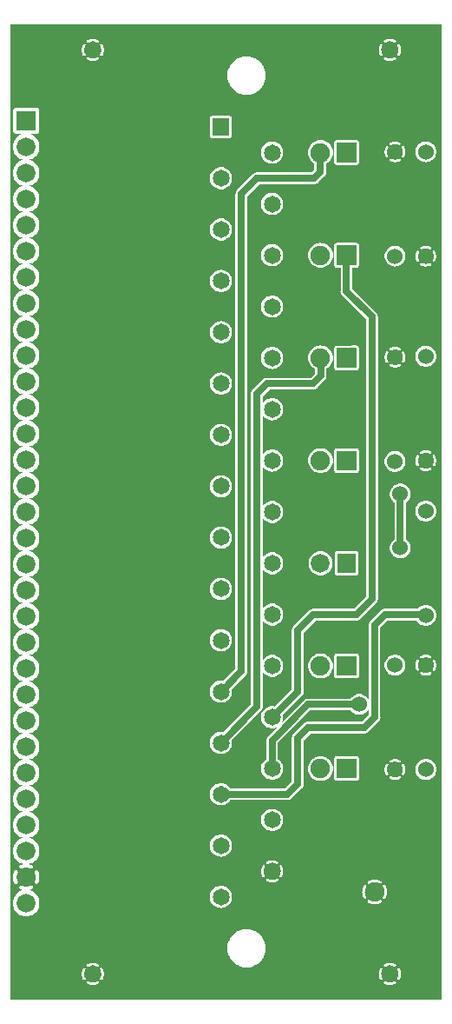
<source format=gtl>
G04 start of page 2 for group 0 idx 0 *
G04 Title: 01.002.00.01.01.pcb, top *
G04 Creator: pcb 4.2.1 *
G04 CreationDate: Tue Feb  4 16:21:56 2020 UTC *
G04 For: bert *
G04 Format: Gerber/RS-274X *
G04 PCB-Dimensions (mil): 2559.06 4330.71 *
G04 PCB-Coordinate-Origin: lower left *
%MOIN*%
%FSLAX25Y25*%
%LNGTL*%
%ADD21C,0.0420*%
%ADD20C,0.1260*%
%ADD19C,0.0460*%
%ADD18C,0.0400*%
%ADD17C,0.0350*%
%ADD16C,0.0720*%
%ADD15C,0.0650*%
%ADD14C,0.0750*%
%ADD13C,0.0600*%
%ADD12C,0.0250*%
%ADD11C,0.0001*%
G54D11*G36*
X182417Y413386D02*X185039D01*
Y39371D01*
X182417D01*
Y125342D01*
X182708Y125817D01*
X182949Y126399D01*
X183096Y127011D01*
X183133Y127639D01*
X183096Y128266D01*
X182949Y128878D01*
X182708Y129460D01*
X182417Y129935D01*
Y165507D01*
X182420Y165508D01*
X182489Y165548D01*
X182550Y165597D01*
X182603Y165655D01*
X182644Y165722D01*
X182808Y166047D01*
X182937Y166387D01*
X183035Y166737D01*
X183100Y167095D01*
X183133Y167457D01*
Y167820D01*
X183100Y168183D01*
X183035Y168540D01*
X182937Y168890D01*
X182808Y169230D01*
X182648Y169557D01*
X182605Y169624D01*
X182552Y169682D01*
X182490Y169732D01*
X182422Y169772D01*
X182417Y169773D01*
Y184397D01*
X182708Y184872D01*
X182949Y185454D01*
X183096Y186066D01*
X183133Y186694D01*
X183096Y187321D01*
X182949Y187934D01*
X182708Y188515D01*
X182417Y188990D01*
Y224397D01*
X182708Y224872D01*
X182949Y225454D01*
X183096Y226066D01*
X183133Y226694D01*
X183096Y227321D01*
X182949Y227934D01*
X182708Y228515D01*
X182417Y228990D01*
Y243932D01*
X182420Y243934D01*
X182489Y243973D01*
X182550Y244022D01*
X182603Y244081D01*
X182644Y244147D01*
X182808Y244472D01*
X182937Y244812D01*
X183035Y245162D01*
X183100Y245520D01*
X183133Y245882D01*
Y246246D01*
X183100Y246608D01*
X183035Y246965D01*
X182937Y247316D01*
X182808Y247656D01*
X182648Y247982D01*
X182605Y248049D01*
X182552Y248108D01*
X182490Y248157D01*
X182422Y248197D01*
X182417Y248198D01*
Y283767D01*
X182708Y284242D01*
X182949Y284824D01*
X183096Y285436D01*
X183133Y286064D01*
X183096Y286691D01*
X182949Y287304D01*
X182708Y287885D01*
X182417Y288361D01*
Y322358D01*
X182420Y322359D01*
X182489Y322398D01*
X182550Y322447D01*
X182603Y322506D01*
X182644Y322572D01*
X182808Y322897D01*
X182937Y323237D01*
X183035Y323587D01*
X183100Y323945D01*
X183133Y324307D01*
Y324671D01*
X183100Y325033D01*
X183035Y325391D01*
X182937Y325741D01*
X182808Y326081D01*
X182648Y326408D01*
X182605Y326474D01*
X182552Y326533D01*
X182490Y326583D01*
X182422Y326622D01*
X182417Y326624D01*
Y362192D01*
X182708Y362667D01*
X182949Y363249D01*
X183096Y363861D01*
X183133Y364489D01*
X183096Y365117D01*
X182949Y365729D01*
X182708Y366311D01*
X182417Y366786D01*
Y413386D01*
G37*
G36*
Y288361D02*X182380Y288422D01*
X181971Y288901D01*
X181492Y289310D01*
X180955Y289639D01*
X180373Y289880D01*
X179761Y290027D01*
X179135Y290076D01*
Y320489D01*
X179315D01*
X179677Y320522D01*
X180035Y320588D01*
X180385Y320686D01*
X180725Y320815D01*
X181052Y320974D01*
X181119Y321017D01*
X181177Y321070D01*
X181227Y321132D01*
X181266Y321201D01*
X181295Y321275D01*
X181311Y321352D01*
X181315Y321431D01*
X181306Y321510D01*
X181286Y321586D01*
X181253Y321659D01*
X181210Y321725D01*
X181157Y321784D01*
X181095Y321833D01*
X181027Y321873D01*
X180953Y321901D01*
X180875Y321917D01*
X180796Y321921D01*
X180717Y321913D01*
X180641Y321892D01*
X180569Y321858D01*
X180326Y321736D01*
X180071Y321639D01*
X179809Y321566D01*
X179541Y321517D01*
X179270Y321492D01*
X179135D01*
Y327486D01*
X179270D01*
X179541Y327461D01*
X179809Y327412D01*
X180071Y327339D01*
X180326Y327242D01*
X180571Y327122D01*
X180642Y327089D01*
X180718Y327068D01*
X180796Y327060D01*
X180875Y327064D01*
X180952Y327080D01*
X181025Y327108D01*
X181094Y327147D01*
X181155Y327196D01*
X181208Y327255D01*
X181251Y327321D01*
X181283Y327393D01*
X181303Y327469D01*
X181312Y327547D01*
X181308Y327625D01*
X181292Y327702D01*
X181264Y327776D01*
X181224Y327844D01*
X181175Y327905D01*
X181117Y327958D01*
X181050Y328000D01*
X180725Y328163D01*
X180385Y328292D01*
X180035Y328390D01*
X179677Y328456D01*
X179315Y328489D01*
X179135D01*
Y360477D01*
X179761Y360526D01*
X180373Y360673D01*
X180955Y360914D01*
X181492Y361243D01*
X181971Y361652D01*
X182380Y362131D01*
X182417Y362192D01*
Y326624D01*
X182348Y326650D01*
X182270Y326666D01*
X182191Y326670D01*
X182112Y326662D01*
X182036Y326641D01*
X181964Y326609D01*
X181897Y326566D01*
X181839Y326513D01*
X181789Y326451D01*
X181750Y326382D01*
X181721Y326308D01*
X181705Y326231D01*
X181701Y326152D01*
X181710Y326073D01*
X181730Y325996D01*
X181764Y325925D01*
X181886Y325682D01*
X181983Y325427D01*
X182056Y325165D01*
X182106Y324897D01*
X182130Y324625D01*
Y324353D01*
X182106Y324081D01*
X182056Y323813D01*
X181983Y323551D01*
X181886Y323296D01*
X181767Y323052D01*
X181733Y322980D01*
X181713Y322904D01*
X181704Y322826D01*
X181708Y322748D01*
X181724Y322671D01*
X181752Y322597D01*
X181792Y322529D01*
X181841Y322468D01*
X181899Y322415D01*
X181965Y322372D01*
X182037Y322340D01*
X182113Y322319D01*
X182191Y322311D01*
X182270Y322315D01*
X182347Y322331D01*
X182417Y322358D01*
Y288361D01*
G37*
G36*
Y228990D02*X182380Y229052D01*
X181971Y229531D01*
X181492Y229940D01*
X180955Y230269D01*
X180373Y230510D01*
X179761Y230657D01*
X179135Y230706D01*
Y242064D01*
X179315D01*
X179677Y242097D01*
X180035Y242162D01*
X180385Y242260D01*
X180725Y242390D01*
X181052Y242549D01*
X181119Y242592D01*
X181177Y242645D01*
X181227Y242707D01*
X181266Y242775D01*
X181295Y242849D01*
X181311Y242927D01*
X181315Y243006D01*
X181306Y243085D01*
X181286Y243161D01*
X181253Y243234D01*
X181210Y243300D01*
X181157Y243359D01*
X181095Y243408D01*
X181027Y243448D01*
X180953Y243476D01*
X180875Y243492D01*
X180796Y243496D01*
X180717Y243488D01*
X180641Y243467D01*
X180569Y243433D01*
X180326Y243311D01*
X180071Y243214D01*
X179809Y243141D01*
X179541Y243092D01*
X179270Y243067D01*
X179135D01*
Y249061D01*
X179270D01*
X179541Y249036D01*
X179809Y248987D01*
X180071Y248913D01*
X180326Y248817D01*
X180571Y248697D01*
X180642Y248663D01*
X180718Y248643D01*
X180796Y248635D01*
X180875Y248638D01*
X180952Y248655D01*
X181025Y248683D01*
X181094Y248722D01*
X181155Y248771D01*
X181208Y248830D01*
X181251Y248896D01*
X181283Y248967D01*
X181303Y249043D01*
X181312Y249122D01*
X181308Y249200D01*
X181292Y249277D01*
X181264Y249351D01*
X181224Y249419D01*
X181175Y249480D01*
X181117Y249533D01*
X181050Y249575D01*
X180725Y249738D01*
X180385Y249867D01*
X180035Y249965D01*
X179677Y250031D01*
X179315Y250064D01*
X179135D01*
Y282052D01*
X179761Y282101D01*
X180373Y282248D01*
X180955Y282489D01*
X181492Y282818D01*
X181971Y283227D01*
X182380Y283705D01*
X182417Y283767D01*
Y248198D01*
X182348Y248225D01*
X182270Y248241D01*
X182191Y248245D01*
X182112Y248237D01*
X182036Y248216D01*
X181964Y248184D01*
X181897Y248140D01*
X181839Y248087D01*
X181789Y248026D01*
X181750Y247957D01*
X181721Y247883D01*
X181705Y247806D01*
X181701Y247726D01*
X181710Y247648D01*
X181730Y247571D01*
X181764Y247500D01*
X181886Y247256D01*
X181983Y247002D01*
X182056Y246739D01*
X182106Y246471D01*
X182130Y246200D01*
Y245928D01*
X182106Y245656D01*
X182056Y245388D01*
X181983Y245126D01*
X181886Y244871D01*
X181767Y244626D01*
X181733Y244555D01*
X181713Y244479D01*
X181704Y244401D01*
X181708Y244322D01*
X181724Y244245D01*
X181752Y244172D01*
X181792Y244104D01*
X181841Y244042D01*
X181899Y243990D01*
X181965Y243947D01*
X182037Y243914D01*
X182113Y243894D01*
X182191Y243885D01*
X182270Y243889D01*
X182347Y243906D01*
X182417Y243932D01*
Y228990D01*
G37*
G36*
Y188990D02*X182380Y189052D01*
X181971Y189531D01*
X181492Y189940D01*
X180955Y190269D01*
X180373Y190510D01*
X179761Y190657D01*
X179135Y190706D01*
Y222681D01*
X179761Y222731D01*
X180373Y222878D01*
X180955Y223119D01*
X181492Y223448D01*
X181971Y223857D01*
X182380Y224335D01*
X182417Y224397D01*
Y188990D01*
G37*
G36*
Y129935D02*X182380Y129997D01*
X181971Y130476D01*
X181492Y130885D01*
X180955Y131214D01*
X180373Y131455D01*
X179761Y131602D01*
X179135Y131651D01*
Y163639D01*
X179315D01*
X179677Y163672D01*
X180035Y163737D01*
X180385Y163835D01*
X180725Y163964D01*
X181052Y164124D01*
X181119Y164167D01*
X181177Y164220D01*
X181227Y164282D01*
X181266Y164350D01*
X181295Y164424D01*
X181311Y164502D01*
X181315Y164581D01*
X181306Y164660D01*
X181286Y164736D01*
X181253Y164808D01*
X181210Y164875D01*
X181157Y164933D01*
X181095Y164983D01*
X181027Y165022D01*
X180953Y165051D01*
X180875Y165067D01*
X180796Y165071D01*
X180717Y165062D01*
X180641Y165042D01*
X180569Y165008D01*
X180326Y164886D01*
X180071Y164789D01*
X179809Y164716D01*
X179541Y164666D01*
X179270Y164642D01*
X179135D01*
Y170635D01*
X179270D01*
X179541Y170611D01*
X179809Y170562D01*
X180071Y170488D01*
X180326Y170391D01*
X180571Y170272D01*
X180642Y170238D01*
X180718Y170218D01*
X180796Y170209D01*
X180875Y170213D01*
X180952Y170229D01*
X181025Y170257D01*
X181094Y170297D01*
X181155Y170346D01*
X181208Y170404D01*
X181251Y170470D01*
X181283Y170542D01*
X181303Y170618D01*
X181312Y170696D01*
X181308Y170775D01*
X181292Y170852D01*
X181264Y170926D01*
X181224Y170994D01*
X181175Y171055D01*
X181117Y171108D01*
X181050Y171150D01*
X180725Y171313D01*
X180385Y171442D01*
X180035Y171540D01*
X179677Y171606D01*
X179315Y171639D01*
X179135D01*
Y182681D01*
X179761Y182731D01*
X180373Y182878D01*
X180955Y183119D01*
X181492Y183448D01*
X181971Y183857D01*
X182380Y184335D01*
X182417Y184397D01*
Y169773D01*
X182348Y169800D01*
X182270Y169816D01*
X182191Y169820D01*
X182112Y169812D01*
X182036Y169791D01*
X181964Y169759D01*
X181897Y169715D01*
X181839Y169662D01*
X181789Y169600D01*
X181750Y169532D01*
X181721Y169458D01*
X181705Y169380D01*
X181701Y169301D01*
X181710Y169223D01*
X181730Y169146D01*
X181764Y169075D01*
X181886Y168831D01*
X181983Y168577D01*
X182056Y168314D01*
X182106Y168046D01*
X182130Y167775D01*
Y167502D01*
X182106Y167231D01*
X182056Y166963D01*
X181983Y166701D01*
X181886Y166446D01*
X181767Y166201D01*
X181733Y166130D01*
X181713Y166054D01*
X181704Y165976D01*
X181708Y165897D01*
X181724Y165820D01*
X181752Y165747D01*
X181792Y165678D01*
X181841Y165617D01*
X181899Y165564D01*
X181965Y165521D01*
X182037Y165489D01*
X182113Y165469D01*
X182191Y165460D01*
X182270Y165464D01*
X182347Y165480D01*
X182417Y165507D01*
Y129935D01*
G37*
G36*
Y39371D02*X179135D01*
Y123626D01*
X179761Y123676D01*
X180373Y123823D01*
X180955Y124064D01*
X181492Y124393D01*
X181971Y124801D01*
X182380Y125280D01*
X182417Y125342D01*
Y39371D01*
G37*
G36*
X179135Y413386D02*X182417D01*
Y366786D01*
X182380Y366847D01*
X181971Y367326D01*
X181492Y367735D01*
X180955Y368064D01*
X180373Y368305D01*
X179761Y368452D01*
X179135Y368501D01*
Y413386D01*
G37*
G36*
X175850Y184397D02*X175887Y184335D01*
X176296Y183857D01*
X176775Y183448D01*
X177312Y183119D01*
X177894Y182878D01*
X178506Y182731D01*
X179133Y182681D01*
X179135Y182681D01*
Y171639D01*
X178952D01*
X178589Y171606D01*
X178232Y171540D01*
X177882Y171442D01*
X177542Y171313D01*
X177215Y171153D01*
X177148Y171110D01*
X177090Y171057D01*
X177040Y170996D01*
X177000Y170927D01*
X176972Y170853D01*
X176956Y170775D01*
X176952Y170696D01*
X176960Y170618D01*
X176981Y170541D01*
X177014Y170469D01*
X177057Y170403D01*
X177110Y170344D01*
X177172Y170294D01*
X177240Y170255D01*
X177314Y170226D01*
X177392Y170210D01*
X177471Y170206D01*
X177550Y170215D01*
X177626Y170235D01*
X177698Y170269D01*
X177941Y170391D01*
X178196Y170488D01*
X178458Y170562D01*
X178726Y170611D01*
X178997Y170635D01*
X179135D01*
Y164642D01*
X178997D01*
X178726Y164666D01*
X178458Y164716D01*
X178196Y164789D01*
X177941Y164886D01*
X177696Y165005D01*
X177625Y165039D01*
X177549Y165059D01*
X177471Y165068D01*
X177392Y165064D01*
X177315Y165048D01*
X177242Y165020D01*
X177173Y164980D01*
X177112Y164931D01*
X177059Y164873D01*
X177016Y164807D01*
X176984Y164735D01*
X176964Y164659D01*
X176955Y164581D01*
X176959Y164502D01*
X176975Y164425D01*
X177003Y164352D01*
X177042Y164283D01*
X177092Y164222D01*
X177150Y164169D01*
X177217Y164128D01*
X177542Y163964D01*
X177882Y163835D01*
X178232Y163737D01*
X178589Y163672D01*
X178952Y163639D01*
X179135D01*
Y131651D01*
X179133Y131651D01*
X178506Y131602D01*
X177894Y131455D01*
X177312Y131214D01*
X176775Y130885D01*
X176296Y130476D01*
X175887Y129997D01*
X175850Y129935D01*
Y165504D01*
X175919Y165477D01*
X175997Y165461D01*
X176076Y165457D01*
X176154Y165466D01*
X176231Y165486D01*
X176303Y165519D01*
X176370Y165562D01*
X176428Y165615D01*
X176478Y165677D01*
X176517Y165745D01*
X176546Y165819D01*
X176562Y165897D01*
X176566Y165976D01*
X176557Y166055D01*
X176537Y166131D01*
X176503Y166203D01*
X176381Y166446D01*
X176284Y166701D01*
X176211Y166963D01*
X176161Y167231D01*
X176137Y167502D01*
Y167775D01*
X176161Y168046D01*
X176211Y168314D01*
X176284Y168577D01*
X176381Y168831D01*
X176500Y169076D01*
X176534Y169147D01*
X176554Y169223D01*
X176563Y169301D01*
X176559Y169380D01*
X176543Y169457D01*
X176515Y169530D01*
X176475Y169599D01*
X176426Y169660D01*
X176368Y169713D01*
X176302Y169756D01*
X176230Y169788D01*
X176154Y169809D01*
X176076Y169817D01*
X175997Y169813D01*
X175920Y169797D01*
X175850Y169770D01*
Y184397D01*
G37*
G36*
X179135Y39371D02*X175850D01*
Y125342D01*
X175887Y125280D01*
X176296Y124801D01*
X176775Y124393D01*
X177312Y124064D01*
X177894Y123823D01*
X178506Y123676D01*
X179133Y123626D01*
X179135Y123626D01*
Y39371D01*
G37*
G36*
X175850D02*X170606D01*
Y125507D01*
X170609Y125508D01*
X170678Y125548D01*
X170739Y125597D01*
X170792Y125655D01*
X170833Y125722D01*
X170997Y126047D01*
X171126Y126387D01*
X171224Y126737D01*
X171289Y127095D01*
X171322Y127457D01*
Y127820D01*
X171289Y128183D01*
X171224Y128540D01*
X171126Y128890D01*
X170997Y129230D01*
X170837Y129557D01*
X170794Y129624D01*
X170741Y129682D01*
X170679Y129732D01*
X170611Y129772D01*
X170606Y129773D01*
Y165342D01*
X170897Y165817D01*
X171138Y166399D01*
X171285Y167011D01*
X171322Y167639D01*
X171285Y168266D01*
X171138Y168878D01*
X170897Y169460D01*
X170606Y169935D01*
Y184759D01*
X175628D01*
X175850Y184397D01*
Y169770D01*
X175847Y169769D01*
X175778Y169730D01*
X175717Y169680D01*
X175664Y169622D01*
X175623Y169555D01*
X175459Y169230D01*
X175330Y168890D01*
X175232Y168540D01*
X175166Y168183D01*
X175133Y167820D01*
Y167457D01*
X175166Y167095D01*
X175232Y166737D01*
X175330Y166387D01*
X175459Y166047D01*
X175619Y165720D01*
X175662Y165653D01*
X175715Y165595D01*
X175776Y165545D01*
X175845Y165506D01*
X175850Y165504D01*
Y129935D01*
X175558Y129460D01*
X175318Y128878D01*
X175171Y128266D01*
X175121Y127639D01*
X175171Y127011D01*
X175318Y126399D01*
X175558Y125817D01*
X175850Y125342D01*
Y39371D01*
G37*
G36*
Y224397D02*X175887Y224335D01*
X176296Y223857D01*
X176775Y223448D01*
X177312Y223119D01*
X177894Y222878D01*
X178506Y222731D01*
X179133Y222681D01*
X179135Y222681D01*
Y190706D01*
X179133Y190706D01*
X178506Y190657D01*
X177894Y190510D01*
X177312Y190269D01*
X176775Y189940D01*
X176296Y189531D01*
X176064Y189259D01*
X175850D01*
Y224397D01*
G37*
G36*
Y283767D02*X175887Y283705D01*
X176296Y283227D01*
X176775Y282818D01*
X177312Y282489D01*
X177894Y282248D01*
X178506Y282101D01*
X179133Y282051D01*
X179135Y282052D01*
Y250064D01*
X178952D01*
X178589Y250031D01*
X178232Y249965D01*
X177882Y249867D01*
X177542Y249738D01*
X177215Y249578D01*
X177148Y249536D01*
X177090Y249482D01*
X177040Y249421D01*
X177000Y249352D01*
X176972Y249278D01*
X176956Y249201D01*
X176952Y249122D01*
X176960Y249043D01*
X176981Y248966D01*
X177014Y248894D01*
X177057Y248828D01*
X177110Y248769D01*
X177172Y248719D01*
X177240Y248680D01*
X177314Y248652D01*
X177392Y248635D01*
X177471Y248631D01*
X177550Y248640D01*
X177626Y248661D01*
X177698Y248694D01*
X177941Y248817D01*
X178196Y248913D01*
X178458Y248987D01*
X178726Y249036D01*
X178997Y249061D01*
X179135D01*
Y243067D01*
X178997D01*
X178726Y243092D01*
X178458Y243141D01*
X178196Y243214D01*
X177941Y243311D01*
X177696Y243431D01*
X177625Y243464D01*
X177549Y243485D01*
X177471Y243493D01*
X177392Y243489D01*
X177315Y243473D01*
X177242Y243445D01*
X177173Y243406D01*
X177112Y243356D01*
X177059Y243298D01*
X177016Y243232D01*
X176984Y243160D01*
X176964Y243084D01*
X176955Y243006D01*
X176959Y242927D01*
X176975Y242850D01*
X177003Y242777D01*
X177042Y242709D01*
X177092Y242647D01*
X177150Y242595D01*
X177217Y242553D01*
X177542Y242390D01*
X177882Y242260D01*
X178232Y242162D01*
X178589Y242097D01*
X178952Y242064D01*
X179135D01*
Y230706D01*
X179133Y230706D01*
X178506Y230657D01*
X177894Y230510D01*
X177312Y230269D01*
X176775Y229940D01*
X176296Y229531D01*
X175887Y229052D01*
X175850Y228990D01*
Y243929D01*
X175919Y243903D01*
X175997Y243886D01*
X176076Y243882D01*
X176154Y243891D01*
X176231Y243911D01*
X176303Y243944D01*
X176370Y243987D01*
X176428Y244040D01*
X176478Y244102D01*
X176517Y244171D01*
X176546Y244245D01*
X176562Y244322D01*
X176566Y244401D01*
X176557Y244480D01*
X176537Y244556D01*
X176503Y244628D01*
X176381Y244871D01*
X176284Y245126D01*
X176211Y245388D01*
X176161Y245656D01*
X176137Y245928D01*
Y246200D01*
X176161Y246471D01*
X176211Y246739D01*
X176284Y247002D01*
X176381Y247256D01*
X176500Y247501D01*
X176534Y247572D01*
X176554Y247648D01*
X176563Y247727D01*
X176559Y247805D01*
X176543Y247882D01*
X176515Y247956D01*
X176475Y248024D01*
X176426Y248085D01*
X176368Y248138D01*
X176302Y248181D01*
X176230Y248213D01*
X176154Y248234D01*
X176076Y248242D01*
X175997Y248238D01*
X175920Y248222D01*
X175850Y248195D01*
Y283767D01*
G37*
G36*
Y362192D02*X175887Y362131D01*
X176296Y361652D01*
X176775Y361243D01*
X177312Y360914D01*
X177894Y360673D01*
X178506Y360526D01*
X179133Y360477D01*
X179135Y360477D01*
Y328489D01*
X178952D01*
X178589Y328456D01*
X178232Y328390D01*
X177882Y328292D01*
X177542Y328163D01*
X177215Y328004D01*
X177148Y327961D01*
X177090Y327908D01*
X177040Y327846D01*
X177000Y327777D01*
X176972Y327703D01*
X176956Y327626D01*
X176952Y327547D01*
X176960Y327468D01*
X176981Y327392D01*
X177014Y327319D01*
X177057Y327253D01*
X177110Y327194D01*
X177172Y327145D01*
X177240Y327105D01*
X177314Y327077D01*
X177392Y327061D01*
X177471Y327057D01*
X177550Y327065D01*
X177626Y327086D01*
X177698Y327119D01*
X177941Y327242D01*
X178196Y327339D01*
X178458Y327412D01*
X178726Y327461D01*
X178997Y327486D01*
X179135D01*
Y321492D01*
X178997D01*
X178726Y321517D01*
X178458Y321566D01*
X178196Y321639D01*
X177941Y321736D01*
X177696Y321856D01*
X177625Y321889D01*
X177549Y321910D01*
X177471Y321918D01*
X177392Y321914D01*
X177315Y321898D01*
X177242Y321870D01*
X177173Y321831D01*
X177112Y321781D01*
X177059Y321723D01*
X177016Y321657D01*
X176984Y321585D01*
X176964Y321509D01*
X176955Y321431D01*
X176959Y321353D01*
X176975Y321276D01*
X177003Y321202D01*
X177042Y321134D01*
X177092Y321072D01*
X177150Y321020D01*
X177217Y320978D01*
X177542Y320815D01*
X177882Y320686D01*
X178232Y320588D01*
X178589Y320522D01*
X178952Y320489D01*
X179135D01*
Y290076D01*
X179133Y290076D01*
X178506Y290027D01*
X177894Y289880D01*
X177312Y289639D01*
X176775Y289310D01*
X176296Y288901D01*
X175887Y288422D01*
X175850Y288361D01*
Y322354D01*
X175919Y322328D01*
X175997Y322311D01*
X176076Y322308D01*
X176154Y322316D01*
X176231Y322337D01*
X176303Y322369D01*
X176370Y322412D01*
X176428Y322465D01*
X176478Y322527D01*
X176517Y322596D01*
X176546Y322670D01*
X176562Y322747D01*
X176566Y322826D01*
X176557Y322905D01*
X176537Y322981D01*
X176503Y323053D01*
X176381Y323296D01*
X176284Y323551D01*
X176211Y323813D01*
X176161Y324081D01*
X176137Y324353D01*
Y324625D01*
X176161Y324897D01*
X176211Y325165D01*
X176284Y325427D01*
X176381Y325682D01*
X176500Y325926D01*
X176534Y325998D01*
X176554Y326073D01*
X176563Y326152D01*
X176559Y326230D01*
X176543Y326307D01*
X176515Y326381D01*
X176475Y326449D01*
X176426Y326510D01*
X176368Y326563D01*
X176302Y326606D01*
X176230Y326638D01*
X176154Y326659D01*
X176076Y326667D01*
X175997Y326663D01*
X175920Y326647D01*
X175850Y326620D01*
Y362192D01*
G37*
G36*
Y413386D02*X179135D01*
Y368501D01*
X179133Y368501D01*
X178506Y368452D01*
X177894Y368305D01*
X177312Y368064D01*
X176775Y367735D01*
X176296Y367326D01*
X175887Y366847D01*
X175850Y366786D01*
Y413386D01*
G37*
G36*
X170606D02*X175850D01*
Y366786D01*
X175558Y366311D01*
X175318Y365729D01*
X175171Y365117D01*
X175121Y364489D01*
X175171Y363861D01*
X175318Y363249D01*
X175558Y362667D01*
X175850Y362192D01*
Y326620D01*
X175847Y326619D01*
X175778Y326580D01*
X175717Y326531D01*
X175664Y326472D01*
X175623Y326406D01*
X175459Y326081D01*
X175330Y325741D01*
X175232Y325391D01*
X175166Y325033D01*
X175133Y324671D01*
Y324307D01*
X175166Y323945D01*
X175232Y323587D01*
X175330Y323237D01*
X175459Y322897D01*
X175619Y322570D01*
X175662Y322504D01*
X175715Y322445D01*
X175776Y322395D01*
X175845Y322356D01*
X175850Y322354D01*
Y288361D01*
X175558Y287885D01*
X175318Y287304D01*
X175171Y286691D01*
X175121Y286064D01*
X175171Y285436D01*
X175318Y284824D01*
X175558Y284242D01*
X175850Y283767D01*
Y248195D01*
X175847Y248194D01*
X175778Y248155D01*
X175717Y248105D01*
X175664Y248047D01*
X175623Y247980D01*
X175459Y247656D01*
X175330Y247316D01*
X175232Y246965D01*
X175166Y246608D01*
X175133Y246246D01*
Y245882D01*
X175166Y245520D01*
X175232Y245162D01*
X175330Y244812D01*
X175459Y244472D01*
X175619Y244145D01*
X175662Y244079D01*
X175715Y244020D01*
X175776Y243970D01*
X175845Y243931D01*
X175850Y243929D01*
Y228990D01*
X175558Y228515D01*
X175318Y227934D01*
X175171Y227321D01*
X175121Y226694D01*
X175171Y226066D01*
X175318Y225454D01*
X175558Y224872D01*
X175850Y224397D01*
Y189259D01*
X170606D01*
Y208814D01*
X171113Y209024D01*
X171649Y209353D01*
X172128Y209762D01*
X172537Y210241D01*
X172866Y210778D01*
X173107Y211359D01*
X173254Y211972D01*
X173291Y212599D01*
X173254Y213227D01*
X173107Y213839D01*
X172866Y214421D01*
X172537Y214958D01*
X172128Y215436D01*
X171649Y215845D01*
X171541Y215912D01*
Y229956D01*
X171649Y230022D01*
X172128Y230431D01*
X172537Y230910D01*
X172866Y231447D01*
X173107Y232029D01*
X173254Y232641D01*
X173291Y233269D01*
X173254Y233896D01*
X173107Y234508D01*
X172866Y235090D01*
X172537Y235627D01*
X172128Y236106D01*
X171649Y236515D01*
X171113Y236844D01*
X170606Y237053D01*
Y243452D01*
X170897Y243927D01*
X171138Y244509D01*
X171285Y245121D01*
X171322Y245749D01*
X171285Y246376D01*
X171138Y246989D01*
X170897Y247570D01*
X170606Y248046D01*
Y283617D01*
X170609Y283619D01*
X170678Y283658D01*
X170739Y283707D01*
X170792Y283766D01*
X170833Y283832D01*
X170997Y284157D01*
X171126Y284497D01*
X171224Y284847D01*
X171289Y285205D01*
X171322Y285567D01*
Y285931D01*
X171289Y286293D01*
X171224Y286650D01*
X171126Y287001D01*
X170997Y287341D01*
X170837Y287667D01*
X170794Y287734D01*
X170741Y287793D01*
X170679Y287842D01*
X170611Y287882D01*
X170606Y287884D01*
Y322192D01*
X170897Y322667D01*
X171138Y323249D01*
X171285Y323861D01*
X171322Y324489D01*
X171285Y325117D01*
X171138Y325729D01*
X170897Y326311D01*
X170606Y326786D01*
Y362358D01*
X170609Y362359D01*
X170678Y362398D01*
X170739Y362447D01*
X170792Y362506D01*
X170833Y362572D01*
X170997Y362897D01*
X171126Y363237D01*
X171224Y363587D01*
X171289Y363945D01*
X171322Y364307D01*
Y364671D01*
X171289Y365033D01*
X171224Y365391D01*
X171126Y365741D01*
X170997Y366081D01*
X170837Y366408D01*
X170794Y366474D01*
X170741Y366533D01*
X170679Y366583D01*
X170611Y366622D01*
X170606Y366624D01*
Y413386D01*
G37*
G36*
Y248046D02*X170568Y248107D01*
X170160Y248586D01*
X169681Y248995D01*
X169285Y249238D01*
Y282262D01*
X169308Y282277D01*
X169366Y282330D01*
X169416Y282392D01*
X169455Y282461D01*
X169484Y282535D01*
X169500Y282612D01*
X169504Y282691D01*
X169495Y282770D01*
X169475Y282846D01*
X169442Y282919D01*
X169399Y282985D01*
X169346Y283044D01*
X169285Y283093D01*
Y288409D01*
X169344Y288456D01*
X169397Y288515D01*
X169440Y288581D01*
X169472Y288652D01*
X169492Y288728D01*
X169501Y288807D01*
X169497Y288885D01*
X169481Y288962D01*
X169453Y289036D01*
X169413Y289104D01*
X169364Y289165D01*
X169306Y289218D01*
X169285Y289231D01*
Y321000D01*
X169681Y321243D01*
X170160Y321652D01*
X170568Y322131D01*
X170606Y322192D01*
Y287884D01*
X170537Y287910D01*
X170459Y287926D01*
X170380Y287930D01*
X170301Y287922D01*
X170225Y287901D01*
X170153Y287869D01*
X170086Y287826D01*
X170028Y287772D01*
X169978Y287711D01*
X169939Y287642D01*
X169910Y287568D01*
X169894Y287491D01*
X169890Y287411D01*
X169899Y287333D01*
X169919Y287256D01*
X169953Y287185D01*
X170075Y286941D01*
X170172Y286687D01*
X170245Y286424D01*
X170295Y286156D01*
X170319Y285885D01*
Y285613D01*
X170295Y285341D01*
X170245Y285073D01*
X170172Y284811D01*
X170075Y284556D01*
X169956Y284311D01*
X169922Y284240D01*
X169902Y284164D01*
X169893Y284086D01*
X169897Y284007D01*
X169913Y283930D01*
X169941Y283857D01*
X169981Y283789D01*
X170030Y283727D01*
X170088Y283675D01*
X170154Y283632D01*
X170226Y283599D01*
X170302Y283579D01*
X170380Y283570D01*
X170459Y283574D01*
X170536Y283591D01*
X170606Y283617D01*
Y248046D01*
G37*
G36*
Y237053D02*X170531Y237084D01*
X169919Y237231D01*
X169291Y237281D01*
X169285Y237280D01*
Y242260D01*
X169681Y242503D01*
X170160Y242912D01*
X170568Y243390D01*
X170606Y243452D01*
Y237053D01*
G37*
G36*
Y189259D02*X169285D01*
Y208587D01*
X169291Y208587D01*
X169919Y208636D01*
X170531Y208783D01*
X170606Y208814D01*
Y189259D01*
G37*
G36*
Y169935D02*X170568Y169997D01*
X170160Y170476D01*
X169681Y170885D01*
X169285Y171127D01*
Y184759D01*
X170606D01*
Y169935D01*
G37*
G36*
Y39371D02*X169285D01*
Y47595D01*
X169379Y47834D01*
X169491Y48219D01*
X169567Y48613D01*
X169604Y49012D01*
Y49414D01*
X169567Y49813D01*
X169491Y50207D01*
X169379Y50592D01*
X169285Y50831D01*
Y124152D01*
X169308Y124167D01*
X169366Y124220D01*
X169416Y124282D01*
X169455Y124350D01*
X169484Y124424D01*
X169500Y124502D01*
X169504Y124581D01*
X169495Y124660D01*
X169475Y124736D01*
X169442Y124808D01*
X169399Y124875D01*
X169346Y124933D01*
X169285Y124983D01*
Y130298D01*
X169344Y130346D01*
X169397Y130404D01*
X169440Y130470D01*
X169472Y130542D01*
X169492Y130618D01*
X169501Y130696D01*
X169497Y130775D01*
X169481Y130852D01*
X169453Y130926D01*
X169413Y130994D01*
X169364Y131055D01*
X169306Y131108D01*
X169285Y131121D01*
Y164150D01*
X169681Y164393D01*
X170160Y164801D01*
X170568Y165280D01*
X170606Y165342D01*
Y129773D01*
X170537Y129800D01*
X170459Y129816D01*
X170380Y129820D01*
X170301Y129812D01*
X170225Y129791D01*
X170153Y129759D01*
X170086Y129715D01*
X170028Y129662D01*
X169978Y129600D01*
X169939Y129532D01*
X169910Y129458D01*
X169894Y129380D01*
X169890Y129301D01*
X169899Y129223D01*
X169919Y129146D01*
X169953Y129075D01*
X170075Y128831D01*
X170172Y128577D01*
X170245Y128314D01*
X170295Y128046D01*
X170319Y127775D01*
Y127502D01*
X170295Y127231D01*
X170245Y126963D01*
X170172Y126701D01*
X170075Y126446D01*
X169956Y126201D01*
X169922Y126130D01*
X169902Y126054D01*
X169893Y125976D01*
X169897Y125897D01*
X169913Y125820D01*
X169941Y125747D01*
X169981Y125678D01*
X170030Y125617D01*
X170088Y125564D01*
X170154Y125521D01*
X170226Y125489D01*
X170302Y125469D01*
X170380Y125460D01*
X170459Y125464D01*
X170536Y125480D01*
X170606Y125507D01*
Y39371D01*
G37*
G36*
X169285Y413386D02*X170606D01*
Y366624D01*
X170537Y366650D01*
X170459Y366666D01*
X170380Y366670D01*
X170301Y366662D01*
X170225Y366641D01*
X170153Y366609D01*
X170086Y366566D01*
X170028Y366513D01*
X169978Y366451D01*
X169939Y366382D01*
X169910Y366308D01*
X169894Y366231D01*
X169890Y366152D01*
X169899Y366073D01*
X169919Y365996D01*
X169953Y365925D01*
X170075Y365682D01*
X170172Y365427D01*
X170245Y365165D01*
X170295Y364897D01*
X170319Y364625D01*
Y364353D01*
X170295Y364081D01*
X170245Y363813D01*
X170172Y363551D01*
X170075Y363296D01*
X169956Y363052D01*
X169922Y362980D01*
X169902Y362904D01*
X169893Y362826D01*
X169897Y362748D01*
X169913Y362671D01*
X169941Y362597D01*
X169981Y362529D01*
X170030Y362468D01*
X170088Y362415D01*
X170154Y362372D01*
X170226Y362340D01*
X170302Y362319D01*
X170380Y362311D01*
X170459Y362315D01*
X170536Y362331D01*
X170606Y362358D01*
Y326786D01*
X170568Y326847D01*
X170160Y327326D01*
X169681Y327735D01*
X169285Y327978D01*
Y361003D01*
X169308Y361017D01*
X169366Y361070D01*
X169416Y361132D01*
X169455Y361201D01*
X169484Y361275D01*
X169500Y361352D01*
X169504Y361431D01*
X169495Y361510D01*
X169475Y361586D01*
X169442Y361659D01*
X169399Y361725D01*
X169346Y361784D01*
X169285Y361833D01*
Y367149D01*
X169344Y367196D01*
X169397Y367255D01*
X169440Y367321D01*
X169472Y367393D01*
X169492Y367469D01*
X169501Y367547D01*
X169497Y367625D01*
X169481Y367702D01*
X169453Y367776D01*
X169413Y367844D01*
X169364Y367905D01*
X169306Y367958D01*
X169285Y367971D01*
Y401926D01*
X169379Y402165D01*
X169491Y402550D01*
X169567Y402944D01*
X169604Y403343D01*
Y403744D01*
X169567Y404144D01*
X169491Y404538D01*
X169379Y404923D01*
X169285Y405161D01*
Y413386D01*
G37*
G36*
X165356Y124159D02*X165406Y124128D01*
X165731Y123964D01*
X166071Y123835D01*
X166421Y123737D01*
X166778Y123672D01*
X167141Y123639D01*
X167504D01*
X167866Y123672D01*
X168224Y123737D01*
X168574Y123835D01*
X168914Y123964D01*
X169241Y124124D01*
X169285Y124152D01*
Y50831D01*
X169232Y50965D01*
X169049Y51322D01*
X169005Y51388D01*
X168951Y51446D01*
X168888Y51494D01*
X168819Y51533D01*
X168744Y51559D01*
X168666Y51574D01*
X168587Y51577D01*
X168508Y51567D01*
X168432Y51545D01*
X168361Y51511D01*
X168295Y51466D01*
X168237Y51412D01*
X168189Y51349D01*
X168151Y51280D01*
X168124Y51205D01*
X168109Y51127D01*
X168106Y51048D01*
X168116Y50970D01*
X168139Y50893D01*
X168174Y50822D01*
X168316Y50551D01*
X168429Y50266D01*
X168514Y49972D01*
X168572Y49671D01*
X168601Y49366D01*
Y49060D01*
X168572Y48755D01*
X168514Y48454D01*
X168429Y48160D01*
X168316Y47875D01*
X168177Y47602D01*
X168142Y47531D01*
X168120Y47456D01*
X168110Y47378D01*
X168112Y47299D01*
X168127Y47222D01*
X168154Y47148D01*
X168192Y47079D01*
X168240Y47016D01*
X168297Y46963D01*
X168362Y46918D01*
X168434Y46885D01*
X168509Y46863D01*
X168587Y46853D01*
X168666Y46855D01*
X168743Y46870D01*
X168817Y46897D01*
X168886Y46935D01*
X168948Y46983D01*
X169002Y47040D01*
X169045Y47106D01*
X169232Y47461D01*
X169285Y47595D01*
Y39371D01*
X165356D01*
Y44963D01*
X165555D01*
X165954Y45001D01*
X166348Y45076D01*
X166733Y45188D01*
X167106Y45336D01*
X167464Y45518D01*
X167529Y45562D01*
X167587Y45616D01*
X167636Y45679D01*
X167674Y45749D01*
X167701Y45823D01*
X167716Y45901D01*
X167718Y45980D01*
X167708Y46059D01*
X167686Y46135D01*
X167652Y46207D01*
X167608Y46272D01*
X167553Y46330D01*
X167491Y46379D01*
X167421Y46417D01*
X167347Y46444D01*
X167269Y46458D01*
X167190Y46461D01*
X167111Y46451D01*
X167035Y46429D01*
X166964Y46394D01*
X166693Y46251D01*
X166408Y46138D01*
X166114Y46053D01*
X165813Y45995D01*
X165508Y45967D01*
X165356D01*
Y52459D01*
X165508D01*
X165813Y52431D01*
X166114Y52373D01*
X166408Y52288D01*
X166693Y52175D01*
X166966Y52035D01*
X167036Y52001D01*
X167112Y51979D01*
X167190Y51969D01*
X167268Y51971D01*
X167346Y51986D01*
X167420Y52012D01*
X167489Y52050D01*
X167551Y52099D01*
X167605Y52156D01*
X167649Y52221D01*
X167683Y52292D01*
X167705Y52368D01*
X167714Y52446D01*
X167712Y52525D01*
X167697Y52602D01*
X167671Y52676D01*
X167633Y52745D01*
X167585Y52807D01*
X167527Y52861D01*
X167461Y52904D01*
X167106Y53090D01*
X166733Y53238D01*
X166348Y53350D01*
X165954Y53425D01*
X165555Y53463D01*
X165356D01*
Y124159D01*
G37*
G36*
Y130298D02*X165361Y130294D01*
X165429Y130255D01*
X165503Y130226D01*
X165581Y130210D01*
X165660Y130206D01*
X165739Y130215D01*
X165815Y130235D01*
X165886Y130269D01*
X166130Y130391D01*
X166384Y130488D01*
X166647Y130562D01*
X166915Y130611D01*
X167186Y130635D01*
X167459D01*
X167730Y130611D01*
X167998Y130562D01*
X168260Y130488D01*
X168515Y130391D01*
X168760Y130272D01*
X168831Y130238D01*
X168907Y130218D01*
X168985Y130209D01*
X169064Y130213D01*
X169141Y130229D01*
X169214Y130257D01*
X169283Y130297D01*
X169285Y130298D01*
Y124983D01*
X169284Y124983D01*
X169216Y125022D01*
X169142Y125051D01*
X169064Y125067D01*
X168985Y125071D01*
X168906Y125062D01*
X168830Y125042D01*
X168758Y125008D01*
X168515Y124886D01*
X168260Y124789D01*
X167998Y124716D01*
X167730Y124666D01*
X167459Y124642D01*
X167186D01*
X166915Y124666D01*
X166647Y124716D01*
X166384Y124789D01*
X166130Y124886D01*
X165885Y125005D01*
X165814Y125039D01*
X165738Y125059D01*
X165660Y125068D01*
X165581Y125064D01*
X165504Y125048D01*
X165431Y125020D01*
X165362Y124980D01*
X165356Y124976D01*
Y130298D01*
G37*
G36*
Y164152D02*X165501Y164064D01*
X166083Y163823D01*
X166695Y163676D01*
X167322Y163626D01*
X167950Y163676D01*
X168562Y163823D01*
X169144Y164064D01*
X169285Y164150D01*
Y131121D01*
X169239Y131150D01*
X168914Y131313D01*
X168574Y131442D01*
X168224Y131540D01*
X167866Y131606D01*
X167504Y131639D01*
X167141D01*
X166778Y131606D01*
X166421Y131540D01*
X166071Y131442D01*
X165731Y131313D01*
X165404Y131153D01*
X165356Y131122D01*
Y164152D01*
G37*
G36*
Y184759D02*X169285D01*
Y171127D01*
X169144Y171214D01*
X168562Y171455D01*
X167950Y171602D01*
X167322Y171651D01*
X166695Y171602D01*
X166083Y171455D01*
X165501Y171214D01*
X165356Y171125D01*
Y184759D01*
G37*
G36*
X164039Y45170D02*X164360Y45076D01*
X164754Y45001D01*
X165154Y44963D01*
X165356D01*
Y39371D01*
X164039D01*
Y45170D01*
G37*
G36*
Y52184D02*X164301Y52288D01*
X164595Y52373D01*
X164896Y52431D01*
X165201Y52459D01*
X165356D01*
Y45967D01*
X165201D01*
X164896Y45995D01*
X164595Y46053D01*
X164301Y46138D01*
X164039Y46242D01*
Y52184D01*
G37*
G36*
Y165342D02*X164076Y165280D01*
X164485Y164801D01*
X164964Y164393D01*
X165356Y164152D01*
Y131122D01*
X165337Y131110D01*
X165279Y131057D01*
X165229Y130996D01*
X165189Y130927D01*
X165161Y130853D01*
X165145Y130775D01*
X165141Y130696D01*
X165149Y130618D01*
X165170Y130541D01*
X165202Y130469D01*
X165246Y130403D01*
X165299Y130344D01*
X165356Y130298D01*
Y124976D01*
X165301Y124931D01*
X165248Y124873D01*
X165205Y124807D01*
X165173Y124735D01*
X165152Y124659D01*
X165144Y124581D01*
X165148Y124502D01*
X165164Y124425D01*
X165192Y124352D01*
X165231Y124283D01*
X165281Y124222D01*
X165339Y124169D01*
X165356Y124159D01*
Y53463D01*
X165154D01*
X164754Y53425D01*
X164360Y53350D01*
X164039Y53256D01*
Y79478D01*
X164124Y79842D01*
X164183Y80274D01*
X164203Y80709D01*
X164183Y81145D01*
X164124Y81576D01*
X164039Y81941D01*
Y125504D01*
X164108Y125477D01*
X164186Y125461D01*
X164265Y125457D01*
X164343Y125466D01*
X164420Y125486D01*
X164492Y125519D01*
X164558Y125562D01*
X164617Y125615D01*
X164667Y125677D01*
X164706Y125745D01*
X164735Y125819D01*
X164751Y125897D01*
X164755Y125976D01*
X164746Y126055D01*
X164726Y126131D01*
X164692Y126203D01*
X164570Y126446D01*
X164473Y126701D01*
X164399Y126963D01*
X164350Y127231D01*
X164326Y127502D01*
Y127775D01*
X164350Y128046D01*
X164399Y128314D01*
X164473Y128577D01*
X164570Y128831D01*
X164689Y129076D01*
X164723Y129147D01*
X164743Y129223D01*
X164752Y129301D01*
X164748Y129380D01*
X164732Y129457D01*
X164704Y129530D01*
X164664Y129599D01*
X164615Y129660D01*
X164557Y129713D01*
X164491Y129756D01*
X164419Y129788D01*
X164343Y129809D01*
X164265Y129817D01*
X164186Y129813D01*
X164109Y129797D01*
X164039Y129770D01*
Y165342D01*
G37*
G36*
Y184480D02*X164317Y184759D01*
X165356D01*
Y171125D01*
X164964Y170885D01*
X164485Y170476D01*
X164076Y169997D01*
X164039Y169935D01*
Y184480D01*
G37*
G36*
X161853Y182294D02*X164039Y184480D01*
Y169935D01*
X163747Y169460D01*
X163506Y168878D01*
X163360Y168266D01*
X163310Y167639D01*
X163360Y167011D01*
X163506Y166399D01*
X163747Y165817D01*
X164039Y165342D01*
Y129770D01*
X164035Y129769D01*
X163967Y129730D01*
X163906Y129680D01*
X163853Y129622D01*
X163812Y129555D01*
X163648Y129230D01*
X163519Y128890D01*
X163421Y128540D01*
X163355Y128183D01*
X163322Y127820D01*
Y127457D01*
X163355Y127095D01*
X163421Y126737D01*
X163519Y126387D01*
X163648Y126047D01*
X163808Y125720D01*
X163851Y125653D01*
X163904Y125595D01*
X163965Y125545D01*
X164034Y125506D01*
X164039Y125504D01*
Y81941D01*
X164025Y82001D01*
X163887Y82414D01*
X163712Y82814D01*
X163502Y83195D01*
X163456Y83260D01*
X163400Y83316D01*
X163335Y83362D01*
X163265Y83398D01*
X163189Y83423D01*
X163111Y83435D01*
X163032Y83435D01*
X162953Y83423D01*
X162878Y83398D01*
X162807Y83362D01*
X162743Y83316D01*
X162687Y83259D01*
X162640Y83195D01*
X162604Y83125D01*
X162580Y83049D01*
X162567Y82971D01*
X162567Y82891D01*
X162580Y82813D01*
X162604Y82738D01*
X162642Y82668D01*
X162811Y82369D01*
X162949Y82054D01*
X163057Y81728D01*
X163136Y81393D01*
X163183Y81053D01*
X163198Y80709D01*
X163183Y80366D01*
X163136Y80026D01*
X163057Y79691D01*
X162949Y79365D01*
X162811Y79050D01*
X162645Y78749D01*
X162608Y78680D01*
X162584Y78605D01*
X162571Y78527D01*
X162571Y78448D01*
X162584Y78371D01*
X162608Y78296D01*
X162644Y78226D01*
X162690Y78162D01*
X162746Y78106D01*
X162809Y78060D01*
X162879Y78024D01*
X162954Y78000D01*
X163032Y77988D01*
X163111Y77988D01*
X163188Y78000D01*
X163263Y78024D01*
X163333Y78060D01*
X163397Y78106D01*
X163453Y78162D01*
X163498Y78226D01*
X163712Y78605D01*
X163887Y79004D01*
X164025Y79418D01*
X164039Y79478D01*
Y53256D01*
X163975Y53238D01*
X163602Y53090D01*
X163245Y52908D01*
X163179Y52864D01*
X163121Y52810D01*
X163073Y52747D01*
X163035Y52677D01*
X163008Y52603D01*
X162993Y52525D01*
X162991Y52446D01*
X163001Y52367D01*
X163023Y52291D01*
X163056Y52219D01*
X163101Y52154D01*
X163155Y52096D01*
X163218Y52047D01*
X163287Y52009D01*
X163362Y51982D01*
X163440Y51968D01*
X163519Y51965D01*
X163598Y51975D01*
X163674Y51997D01*
X163745Y52032D01*
X164016Y52175D01*
X164039Y52184D01*
Y46242D01*
X164016Y46251D01*
X163743Y46391D01*
X163673Y46425D01*
X163597Y46447D01*
X163519Y46457D01*
X163440Y46455D01*
X163363Y46440D01*
X163289Y46413D01*
X163220Y46376D01*
X163158Y46327D01*
X163104Y46270D01*
X163060Y46205D01*
X163026Y46134D01*
X163004Y46058D01*
X162994Y45980D01*
X162997Y45901D01*
X163011Y45824D01*
X163038Y45750D01*
X163076Y45681D01*
X163124Y45619D01*
X163181Y45565D01*
X163247Y45522D01*
X163602Y45336D01*
X163975Y45188D01*
X164039Y45170D01*
Y39371D01*
X161853D01*
Y46913D01*
X161890Y46893D01*
X161965Y46867D01*
X162042Y46852D01*
X162122Y46849D01*
X162200Y46859D01*
X162276Y46881D01*
X162348Y46915D01*
X162414Y46960D01*
X162471Y47014D01*
X162520Y47077D01*
X162558Y47146D01*
X162585Y47221D01*
X162600Y47299D01*
X162602Y47378D01*
X162592Y47456D01*
X162570Y47533D01*
X162535Y47604D01*
X162393Y47875D01*
X162280Y48160D01*
X162194Y48454D01*
X162137Y48755D01*
X162108Y49060D01*
Y49366D01*
X162137Y49671D01*
X162194Y49972D01*
X162280Y50266D01*
X162393Y50551D01*
X162532Y50824D01*
X162567Y50895D01*
X162589Y50970D01*
X162599Y51048D01*
X162596Y51127D01*
X162581Y51204D01*
X162555Y51278D01*
X162517Y51347D01*
X162469Y51410D01*
X162411Y51463D01*
X162346Y51508D01*
X162275Y51541D01*
X162200Y51563D01*
X162121Y51573D01*
X162043Y51571D01*
X161965Y51556D01*
X161891Y51529D01*
X161853Y51508D01*
Y76611D01*
X161934Y76656D01*
X161999Y76702D01*
X162055Y76758D01*
X162101Y76822D01*
X162137Y76893D01*
X162162Y76969D01*
X162174Y77047D01*
X162174Y77126D01*
X162162Y77205D01*
X162137Y77280D01*
X162101Y77351D01*
X162054Y77415D01*
X161998Y77471D01*
X161934Y77518D01*
X161864Y77554D01*
X161853Y77557D01*
Y83866D01*
X161862Y83869D01*
X161932Y83905D01*
X161996Y83951D01*
X162051Y84007D01*
X162098Y84070D01*
X162134Y84140D01*
X162158Y84215D01*
X162170Y84293D01*
X162170Y84372D01*
X162158Y84449D01*
X162134Y84524D01*
X162098Y84594D01*
X162052Y84658D01*
X161996Y84714D01*
X161932Y84759D01*
X161853Y84803D01*
Y182294D01*
G37*
G36*
X155511Y141444D02*X155512Y141444D01*
X155864Y141472D01*
X155864Y141472D01*
X155865Y141472D01*
X155865Y141472D01*
X156004Y141506D01*
X156209Y141555D01*
X156209Y141555D01*
X156209Y141555D01*
X156332Y141606D01*
X156536Y141690D01*
X156536Y141690D01*
X156536Y141690D01*
X156630Y141748D01*
X156838Y141875D01*
X156838Y141875D01*
X156838Y141875D01*
X156838Y141876D01*
X157107Y142105D01*
X157165Y142173D01*
X160977Y145985D01*
X161044Y146043D01*
X161274Y146312D01*
X161274Y146312D01*
X161274Y146312D01*
X161379Y146482D01*
X161459Y146614D01*
X161459Y146614D01*
X161459Y146614D01*
X161560Y146857D01*
X161595Y146941D01*
X161595Y146941D01*
X161595Y146941D01*
X161652Y147181D01*
X161678Y147286D01*
X161678Y147286D01*
X161678Y147286D01*
X161705Y147639D01*
X161698Y147727D01*
Y182139D01*
X161853Y182294D01*
Y84803D01*
X161553Y84974D01*
X161153Y85148D01*
X160740Y85286D01*
X160315Y85385D01*
X159884Y85444D01*
X159448Y85464D01*
X159013Y85444D01*
X158581Y85385D01*
X158157Y85286D01*
X157743Y85148D01*
X157344Y84974D01*
X156963Y84763D01*
X156898Y84717D01*
X156842Y84661D01*
X156796Y84596D01*
X156760Y84526D01*
X156735Y84450D01*
X156723Y84372D01*
X156723Y84293D01*
X156735Y84214D01*
X156760Y84139D01*
X156796Y84068D01*
X156842Y84004D01*
X156898Y83948D01*
X156963Y83901D01*
X157033Y83865D01*
X157109Y83841D01*
X157187Y83828D01*
X157266Y83829D01*
X157345Y83841D01*
X157420Y83865D01*
X157490Y83903D01*
X157789Y84072D01*
X158104Y84210D01*
X158430Y84318D01*
X158765Y84397D01*
X159105Y84444D01*
X159448Y84459D01*
X159792Y84444D01*
X160132Y84397D01*
X160467Y84318D01*
X160793Y84210D01*
X161108Y84072D01*
X161409Y83906D01*
X161478Y83869D01*
X161553Y83845D01*
X161631Y83832D01*
X161709Y83832D01*
X161787Y83845D01*
X161853Y83866D01*
Y77557D01*
X161788Y77578D01*
X161710Y77590D01*
X161630Y77590D01*
X161552Y77578D01*
X161477Y77553D01*
X161407Y77516D01*
X161108Y77347D01*
X160793Y77209D01*
X160467Y77100D01*
X160132Y77022D01*
X159792Y76975D01*
X159448Y76959D01*
X159105Y76975D01*
X158765Y77022D01*
X158430Y77100D01*
X158104Y77209D01*
X157789Y77347D01*
X157488Y77513D01*
X157419Y77550D01*
X157344Y77574D01*
X157266Y77586D01*
X157187Y77586D01*
X157110Y77574D01*
X157035Y77550D01*
X156965Y77514D01*
X156901Y77468D01*
X156845Y77412D01*
X156799Y77349D01*
X156763Y77279D01*
X156739Y77204D01*
X156727Y77126D01*
X156727Y77047D01*
X156739Y76970D01*
X156763Y76895D01*
X156799Y76825D01*
X156845Y76761D01*
X156901Y76705D01*
X156965Y76660D01*
X157344Y76445D01*
X157743Y76271D01*
X158157Y76133D01*
X158581Y76034D01*
X159013Y75974D01*
X159448Y75954D01*
X159884Y75974D01*
X160315Y76034D01*
X160740Y76133D01*
X161153Y76271D01*
X161553Y76445D01*
X161853Y76611D01*
Y51508D01*
X161822Y51491D01*
X161760Y51443D01*
X161706Y51386D01*
X161663Y51320D01*
X161477Y50965D01*
X161329Y50592D01*
X161217Y50207D01*
X161142Y49813D01*
X161104Y49414D01*
Y49012D01*
X161142Y48613D01*
X161217Y48219D01*
X161329Y47834D01*
X161477Y47461D01*
X161659Y47104D01*
X161704Y47038D01*
X161758Y46980D01*
X161820Y46932D01*
X161853Y46913D01*
Y39371D01*
X155511D01*
Y78093D01*
X155561Y78057D01*
X155632Y78021D01*
X155708Y77996D01*
X155786Y77984D01*
X155865Y77984D01*
X155944Y77996D01*
X156019Y78021D01*
X156090Y78057D01*
X156154Y78103D01*
X156210Y78159D01*
X156257Y78224D01*
X156293Y78294D01*
X156317Y78370D01*
X156329Y78448D01*
X156329Y78527D01*
X156317Y78606D01*
X156292Y78681D01*
X156255Y78751D01*
X156086Y79050D01*
X155948Y79365D01*
X155839Y79691D01*
X155761Y80026D01*
X155714Y80366D01*
X155698Y80709D01*
X155714Y81053D01*
X155761Y81393D01*
X155839Y81728D01*
X155948Y82054D01*
X156086Y82369D01*
X156252Y82670D01*
X156289Y82739D01*
X156313Y82814D01*
X156325Y82892D01*
X156325Y82970D01*
X156313Y83048D01*
X156289Y83123D01*
X156253Y83193D01*
X156207Y83257D01*
X156151Y83313D01*
X156088Y83359D01*
X156018Y83395D01*
X155943Y83419D01*
X155865Y83431D01*
X155786Y83431D01*
X155708Y83419D01*
X155634Y83395D01*
X155564Y83359D01*
X155511Y83321D01*
Y141444D01*
G37*
G36*
X148700Y141451D02*X155423D01*
X155511Y141444D01*
Y83321D01*
X155500Y83313D01*
X155444Y83257D01*
X155399Y83193D01*
X155184Y82814D01*
X155010Y82414D01*
X154872Y82001D01*
X154773Y81576D01*
X154713Y81145D01*
X154693Y80709D01*
X154713Y80274D01*
X154773Y79842D01*
X154872Y79418D01*
X155010Y79004D01*
X155184Y78605D01*
X155395Y78224D01*
X155441Y78159D01*
X155497Y78103D01*
X155511Y78093D01*
Y39371D01*
X148700D01*
Y123208D01*
X152607Y123213D01*
X152760Y123250D01*
X152905Y123310D01*
X153040Y123392D01*
X153159Y123494D01*
X153262Y123614D01*
X153344Y123748D01*
X153404Y123894D01*
X153441Y124047D01*
X153450Y124204D01*
X153441Y131860D01*
X153404Y132014D01*
X153344Y132159D01*
X153262Y132293D01*
X153159Y132413D01*
X153040Y132515D01*
X152905Y132597D01*
X152760Y132658D01*
X152607Y132694D01*
X152450Y132704D01*
X148700Y132699D01*
Y141451D01*
G37*
G36*
X138693D02*X148700D01*
Y132699D01*
X144793Y132694D01*
X144640Y132658D01*
X144495Y132597D01*
X144360Y132515D01*
X144241Y132413D01*
X144138Y132293D01*
X144056Y132159D01*
X143996Y132014D01*
X143959Y131860D01*
X143950Y131704D01*
X143959Y124047D01*
X143996Y123894D01*
X144056Y123748D01*
X144138Y123614D01*
X144241Y123494D01*
X144360Y123392D01*
X144495Y123310D01*
X144640Y123250D01*
X144793Y123213D01*
X144950Y123204D01*
X148700Y123208D01*
Y39371D01*
X138693D01*
Y123189D01*
X138700Y123189D01*
X139445Y123248D01*
X140172Y123422D01*
X140863Y123708D01*
X141501Y124099D01*
X142069Y124584D01*
X142555Y125153D01*
X142945Y125790D01*
X143231Y126481D01*
X143406Y127208D01*
X143450Y127954D01*
X143406Y128699D01*
X143231Y129426D01*
X142945Y130117D01*
X142555Y130754D01*
X142069Y131323D01*
X141501Y131808D01*
X140863Y132199D01*
X140172Y132485D01*
X139445Y132660D01*
X138700Y132718D01*
X138693Y132718D01*
Y141451D01*
G37*
G36*
X123578Y115861D02*X125896D01*
X125984Y115854D01*
X126337Y115882D01*
X126337Y115882D01*
X126337Y115882D01*
X126568Y115938D01*
X126681Y115965D01*
X126681Y115965D01*
X126681Y115965D01*
X126982Y116089D01*
X127008Y116100D01*
X127008Y116100D01*
X127008Y116100D01*
X127181Y116206D01*
X127310Y116285D01*
X127310Y116285D01*
X127310Y116285D01*
X127580Y116515D01*
X127637Y116583D01*
X131449Y120395D01*
X131517Y120452D01*
X131746Y120721D01*
X131747Y120721D01*
X131747Y120721D01*
X131747Y120721D01*
X131777Y120770D01*
X131932Y121023D01*
X131932Y121023D01*
X131932Y121023D01*
X131963Y121099D01*
X132067Y121351D01*
X132067Y121351D01*
X132073Y121375D01*
X132150Y121695D01*
X132150Y121695D01*
X132150Y121695D01*
X132150Y121695D01*
X132178Y122048D01*
X132171Y122136D01*
Y138833D01*
X134790Y141451D01*
X138693D01*
Y132718D01*
X137955Y132660D01*
X137228Y132485D01*
X136537Y132199D01*
X135899Y131808D01*
X135331Y131323D01*
X134845Y130754D01*
X134455Y130117D01*
X134169Y129426D01*
X133994Y128699D01*
X133935Y127954D01*
X133994Y127208D01*
X134169Y126481D01*
X134455Y125790D01*
X134845Y125153D01*
X135331Y124584D01*
X135899Y124099D01*
X136537Y123708D01*
X137228Y123422D01*
X137955Y123248D01*
X138693Y123189D01*
Y39371D01*
X123578D01*
Y86288D01*
X123609Y86305D01*
X123671Y86354D01*
X123725Y86411D01*
X123768Y86477D01*
X123954Y86832D01*
X124102Y87205D01*
X124214Y87590D01*
X124289Y87984D01*
X124327Y88383D01*
Y88784D01*
X124289Y89184D01*
X124214Y89578D01*
X124102Y89963D01*
X123954Y90336D01*
X123772Y90693D01*
X123728Y90759D01*
X123673Y90817D01*
X123611Y90865D01*
X123578Y90883D01*
Y105848D01*
X123875Y106333D01*
X124131Y106951D01*
X124287Y107602D01*
X124327Y108269D01*
X124287Y108936D01*
X124131Y109586D01*
X123875Y110204D01*
X123578Y110689D01*
Y115861D01*
G37*
G36*
Y39371D02*X119790D01*
Y84342D01*
X119876Y84334D01*
X120277D01*
X120677Y84372D01*
X121071Y84447D01*
X121456Y84559D01*
X121829Y84707D01*
X122186Y84889D01*
X122252Y84933D01*
X122310Y84987D01*
X122358Y85050D01*
X122396Y85119D01*
X122423Y85194D01*
X122438Y85272D01*
X122441Y85351D01*
X122431Y85430D01*
X122408Y85506D01*
X122375Y85578D01*
X122330Y85643D01*
X122276Y85701D01*
X122213Y85750D01*
X122144Y85788D01*
X122069Y85814D01*
X121991Y85829D01*
X121912Y85832D01*
X121833Y85822D01*
X121757Y85800D01*
X121686Y85765D01*
X121415Y85622D01*
X121130Y85509D01*
X120836Y85424D01*
X120535Y85366D01*
X120230Y85337D01*
X119924D01*
X119790Y85350D01*
Y91818D01*
X119924Y91830D01*
X120230D01*
X120535Y91801D01*
X120836Y91744D01*
X121130Y91658D01*
X121415Y91546D01*
X121688Y91406D01*
X121759Y91371D01*
X121834Y91349D01*
X121912Y91340D01*
X121991Y91342D01*
X122068Y91357D01*
X122142Y91383D01*
X122211Y91421D01*
X122273Y91469D01*
X122327Y91527D01*
X122372Y91592D01*
X122405Y91663D01*
X122427Y91739D01*
X122437Y91817D01*
X122435Y91895D01*
X122420Y91973D01*
X122393Y92047D01*
X122355Y92116D01*
X122307Y92178D01*
X122250Y92232D01*
X122184Y92275D01*
X121829Y92461D01*
X121456Y92609D01*
X121071Y92721D01*
X120677Y92796D01*
X120277Y92834D01*
X119876D01*
X119790Y92826D01*
Y104028D01*
X120077Y104006D01*
X120744Y104058D01*
X121394Y104214D01*
X122012Y104470D01*
X122583Y104820D01*
X123091Y105254D01*
X123526Y105763D01*
X123578Y105848D01*
Y90883D01*
X123541Y90904D01*
X123467Y90930D01*
X123389Y90945D01*
X123310Y90948D01*
X123231Y90938D01*
X123155Y90916D01*
X123083Y90882D01*
X123018Y90837D01*
X122960Y90783D01*
X122911Y90720D01*
X122873Y90651D01*
X122846Y90576D01*
X122831Y90498D01*
X122829Y90419D01*
X122839Y90340D01*
X122861Y90264D01*
X122896Y90193D01*
X123038Y89922D01*
X123151Y89637D01*
X123237Y89343D01*
X123294Y89042D01*
X123323Y88737D01*
Y88431D01*
X123294Y88126D01*
X123237Y87825D01*
X123151Y87530D01*
X123038Y87246D01*
X122899Y86973D01*
X122864Y86902D01*
X122842Y86827D01*
X122833Y86748D01*
X122835Y86670D01*
X122850Y86593D01*
X122876Y86518D01*
X122914Y86449D01*
X122962Y86387D01*
X123020Y86333D01*
X123085Y86289D01*
X123156Y86256D01*
X123232Y86234D01*
X123310Y86224D01*
X123388Y86226D01*
X123466Y86241D01*
X123540Y86268D01*
X123578Y86288D01*
Y39371D01*
G37*
G36*
X119790Y115861D02*X123578D01*
Y110689D01*
X123526Y110775D01*
X123091Y111283D01*
X122583Y111718D01*
X122012Y112067D01*
X121394Y112323D01*
X120744Y112479D01*
X120077Y112532D01*
X119790Y112509D01*
Y115861D01*
G37*
G36*
Y123713D02*X120077Y123691D01*
X120744Y123743D01*
X121394Y123899D01*
X122012Y124155D01*
X122583Y124505D01*
X123091Y124939D01*
X123526Y125448D01*
X123875Y126018D01*
X124131Y126636D01*
X124287Y127287D01*
X124327Y127954D01*
X124287Y128621D01*
X124131Y129271D01*
X123875Y129889D01*
X123526Y130460D01*
X123091Y130968D01*
X122583Y131403D01*
X122328Y131558D01*
Y137848D01*
X134790Y150310D01*
X150230D01*
X150297Y150201D01*
X150706Y149723D01*
X151185Y149314D01*
X151721Y148985D01*
X152303Y148744D01*
X152915Y148597D01*
X153543Y148548D01*
X154171Y148597D01*
X154783Y148744D01*
X155364Y148985D01*
X155901Y149314D01*
X156380Y149723D01*
X156789Y150201D01*
X157118Y150738D01*
X157198Y150933D01*
Y148570D01*
X154579Y145951D01*
X133946D01*
X133858Y145958D01*
X133505Y145930D01*
X133505Y145930D01*
X133505Y145930D01*
X133400Y145905D01*
X133161Y145848D01*
X133160Y145848D01*
X133160Y145848D01*
X133077Y145813D01*
X132833Y145712D01*
X132833Y145712D01*
X132833Y145712D01*
X132701Y145631D01*
X132531Y145527D01*
X132531Y145527D01*
X132531Y145527D01*
X132262Y145297D01*
X132205Y145230D01*
X128392Y141418D01*
X128325Y141360D01*
X128095Y141092D01*
X128095Y141091D01*
X128095Y141091D01*
X128095Y141091D01*
X127968Y140884D01*
X127910Y140789D01*
X127910Y140789D01*
X127910Y140789D01*
X127825Y140585D01*
X127774Y140462D01*
X127774Y140462D01*
X127774Y140462D01*
X127725Y140258D01*
X127692Y140118D01*
X127692Y140118D01*
X127692Y140118D01*
X127692Y140117D01*
X127664Y139765D01*
X127671Y139676D01*
Y122980D01*
X125052Y120361D01*
X119790D01*
Y123713D01*
G37*
G36*
Y143398D02*X120077Y143375D01*
X120744Y143428D01*
X121394Y143584D01*
X121917Y143800D01*
X119790Y141674D01*
Y143398D01*
G37*
G36*
X164039Y243452D02*X164076Y243390D01*
X164485Y242912D01*
X164964Y242503D01*
X165501Y242174D01*
X166083Y241933D01*
X166695Y241786D01*
X167322Y241736D01*
X167950Y241786D01*
X168562Y241933D01*
X169144Y242174D01*
X169285Y242260D01*
Y237280D01*
X168663Y237231D01*
X168051Y237084D01*
X167469Y236844D01*
X166933Y236515D01*
X166454Y236106D01*
X166045Y235627D01*
X165716Y235090D01*
X165475Y234508D01*
X165328Y233896D01*
X165279Y233269D01*
X165328Y232641D01*
X165475Y232029D01*
X165716Y231447D01*
X166045Y230910D01*
X166454Y230431D01*
X166933Y230022D01*
X167041Y229956D01*
Y215912D01*
X166933Y215845D01*
X166454Y215436D01*
X166045Y214958D01*
X165716Y214421D01*
X165475Y213839D01*
X165328Y213227D01*
X165279Y212599D01*
X165328Y211972D01*
X165475Y211359D01*
X165716Y210778D01*
X166045Y210241D01*
X166454Y209762D01*
X166933Y209353D01*
X167469Y209024D01*
X168051Y208783D01*
X168663Y208636D01*
X169285Y208587D01*
Y189259D01*
X164039D01*
Y243452D01*
G37*
G36*
Y322192D02*X164076Y322131D01*
X164485Y321652D01*
X164964Y321243D01*
X165501Y320914D01*
X166083Y320673D01*
X166695Y320526D01*
X167322Y320477D01*
X167950Y320526D01*
X168562Y320673D01*
X169144Y320914D01*
X169285Y321000D01*
Y289231D01*
X169239Y289260D01*
X168914Y289423D01*
X168574Y289552D01*
X168224Y289650D01*
X167866Y289716D01*
X167504Y289749D01*
X167141D01*
X166778Y289716D01*
X166421Y289650D01*
X166071Y289552D01*
X165731Y289423D01*
X165404Y289263D01*
X165337Y289221D01*
X165279Y289167D01*
X165229Y289106D01*
X165189Y289037D01*
X165161Y288963D01*
X165145Y288886D01*
X165141Y288807D01*
X165149Y288728D01*
X165170Y288651D01*
X165202Y288579D01*
X165246Y288513D01*
X165299Y288454D01*
X165361Y288404D01*
X165429Y288365D01*
X165503Y288337D01*
X165581Y288320D01*
X165660Y288316D01*
X165739Y288325D01*
X165815Y288346D01*
X165886Y288379D01*
X166130Y288502D01*
X166384Y288598D01*
X166647Y288672D01*
X166915Y288721D01*
X167186Y288746D01*
X167459D01*
X167730Y288721D01*
X167998Y288672D01*
X168260Y288598D01*
X168515Y288502D01*
X168760Y288382D01*
X168831Y288348D01*
X168907Y288328D01*
X168985Y288320D01*
X169064Y288323D01*
X169141Y288340D01*
X169214Y288368D01*
X169283Y288407D01*
X169285Y288409D01*
Y283093D01*
X169284Y283093D01*
X169216Y283133D01*
X169142Y283161D01*
X169064Y283177D01*
X168985Y283181D01*
X168906Y283173D01*
X168830Y283152D01*
X168758Y283118D01*
X168515Y282996D01*
X168260Y282899D01*
X167998Y282826D01*
X167730Y282777D01*
X167459Y282752D01*
X167186D01*
X166915Y282777D01*
X166647Y282826D01*
X166384Y282899D01*
X166130Y282996D01*
X165885Y283116D01*
X165814Y283149D01*
X165738Y283170D01*
X165660Y283178D01*
X165581Y283174D01*
X165504Y283158D01*
X165431Y283130D01*
X165362Y283091D01*
X165301Y283041D01*
X165248Y282983D01*
X165205Y282917D01*
X165173Y282845D01*
X165152Y282769D01*
X165144Y282691D01*
X165148Y282612D01*
X165164Y282535D01*
X165192Y282462D01*
X165231Y282394D01*
X165281Y282332D01*
X165339Y282280D01*
X165406Y282238D01*
X165731Y282075D01*
X166071Y281945D01*
X166421Y281848D01*
X166778Y281782D01*
X167141Y281749D01*
X167504D01*
X167866Y281782D01*
X168224Y281848D01*
X168574Y281945D01*
X168914Y282075D01*
X169241Y282234D01*
X169285Y282262D01*
Y249238D01*
X169144Y249324D01*
X168562Y249565D01*
X167950Y249712D01*
X167322Y249761D01*
X166695Y249712D01*
X166083Y249565D01*
X165501Y249324D01*
X164964Y248995D01*
X164485Y248586D01*
X164076Y248107D01*
X164039Y248046D01*
Y283614D01*
X164108Y283588D01*
X164186Y283571D01*
X164265Y283567D01*
X164343Y283576D01*
X164420Y283596D01*
X164492Y283629D01*
X164558Y283672D01*
X164617Y283725D01*
X164667Y283787D01*
X164706Y283856D01*
X164735Y283930D01*
X164751Y284007D01*
X164755Y284086D01*
X164746Y284165D01*
X164726Y284241D01*
X164692Y284313D01*
X164570Y284556D01*
X164473Y284811D01*
X164399Y285073D01*
X164350Y285341D01*
X164326Y285613D01*
Y285885D01*
X164350Y286156D01*
X164399Y286424D01*
X164473Y286687D01*
X164570Y286941D01*
X164689Y287186D01*
X164723Y287257D01*
X164743Y287333D01*
X164752Y287412D01*
X164748Y287490D01*
X164732Y287567D01*
X164704Y287641D01*
X164664Y287709D01*
X164615Y287770D01*
X164557Y287823D01*
X164491Y287866D01*
X164419Y287898D01*
X164343Y287919D01*
X164265Y287927D01*
X164186Y287923D01*
X164109Y287907D01*
X164039Y287880D01*
Y322192D01*
G37*
G36*
Y413386D02*X169285D01*
Y405161D01*
X169232Y405296D01*
X169049Y405653D01*
X169005Y405719D01*
X168951Y405777D01*
X168888Y405825D01*
X168819Y405863D01*
X168744Y405890D01*
X168666Y405905D01*
X168587Y405907D01*
X168508Y405898D01*
X168432Y405875D01*
X168361Y405842D01*
X168295Y405797D01*
X168237Y405743D01*
X168189Y405680D01*
X168151Y405611D01*
X168124Y405536D01*
X168109Y405458D01*
X168106Y405379D01*
X168116Y405300D01*
X168139Y405224D01*
X168174Y405153D01*
X168316Y404882D01*
X168429Y404597D01*
X168514Y404303D01*
X168572Y404002D01*
X168601Y403697D01*
Y403390D01*
X168572Y403085D01*
X168514Y402784D01*
X168429Y402490D01*
X168316Y402205D01*
X168177Y401932D01*
X168142Y401862D01*
X168120Y401786D01*
X168110Y401708D01*
X168112Y401630D01*
X168127Y401552D01*
X168154Y401478D01*
X168192Y401409D01*
X168240Y401347D01*
X168297Y401293D01*
X168362Y401249D01*
X168434Y401215D01*
X168509Y401193D01*
X168587Y401184D01*
X168666Y401186D01*
X168743Y401201D01*
X168817Y401227D01*
X168886Y401265D01*
X168948Y401313D01*
X169002Y401371D01*
X169045Y401437D01*
X169232Y401792D01*
X169285Y401926D01*
Y367971D01*
X169239Y368000D01*
X168914Y368163D01*
X168574Y368292D01*
X168224Y368390D01*
X167866Y368456D01*
X167504Y368489D01*
X167141D01*
X166778Y368456D01*
X166421Y368390D01*
X166071Y368292D01*
X165731Y368163D01*
X165404Y368004D01*
X165337Y367961D01*
X165279Y367908D01*
X165229Y367846D01*
X165189Y367777D01*
X165161Y367703D01*
X165145Y367626D01*
X165141Y367547D01*
X165149Y367468D01*
X165170Y367392D01*
X165202Y367319D01*
X165246Y367253D01*
X165299Y367194D01*
X165361Y367145D01*
X165429Y367105D01*
X165503Y367077D01*
X165581Y367061D01*
X165660Y367057D01*
X165739Y367065D01*
X165815Y367086D01*
X165886Y367119D01*
X166130Y367242D01*
X166384Y367339D01*
X166647Y367412D01*
X166915Y367461D01*
X167186Y367486D01*
X167459D01*
X167730Y367461D01*
X167998Y367412D01*
X168260Y367339D01*
X168515Y367242D01*
X168760Y367122D01*
X168831Y367089D01*
X168907Y367068D01*
X168985Y367060D01*
X169064Y367064D01*
X169141Y367080D01*
X169214Y367108D01*
X169283Y367147D01*
X169285Y367149D01*
Y361833D01*
X169284Y361833D01*
X169216Y361873D01*
X169142Y361901D01*
X169064Y361917D01*
X168985Y361921D01*
X168906Y361913D01*
X168830Y361892D01*
X168758Y361858D01*
X168515Y361736D01*
X168260Y361639D01*
X167998Y361566D01*
X167730Y361517D01*
X167459Y361492D01*
X167186D01*
X166915Y361517D01*
X166647Y361566D01*
X166384Y361639D01*
X166130Y361736D01*
X165885Y361856D01*
X165814Y361889D01*
X165738Y361910D01*
X165660Y361918D01*
X165581Y361914D01*
X165504Y361898D01*
X165431Y361870D01*
X165362Y361831D01*
X165301Y361781D01*
X165248Y361723D01*
X165205Y361657D01*
X165173Y361585D01*
X165152Y361509D01*
X165144Y361431D01*
X165148Y361353D01*
X165164Y361276D01*
X165192Y361202D01*
X165231Y361134D01*
X165281Y361072D01*
X165339Y361020D01*
X165406Y360978D01*
X165731Y360815D01*
X166071Y360686D01*
X166421Y360588D01*
X166778Y360522D01*
X167141Y360489D01*
X167504D01*
X167866Y360522D01*
X168224Y360588D01*
X168574Y360686D01*
X168914Y360815D01*
X169241Y360974D01*
X169285Y361003D01*
Y327978D01*
X169144Y328064D01*
X168562Y328305D01*
X167950Y328452D01*
X167322Y328501D01*
X166695Y328452D01*
X166083Y328305D01*
X165501Y328064D01*
X164964Y327735D01*
X164485Y327326D01*
X164076Y326847D01*
X164039Y326786D01*
Y362354D01*
X164108Y362328D01*
X164186Y362311D01*
X164265Y362308D01*
X164343Y362316D01*
X164420Y362337D01*
X164492Y362369D01*
X164558Y362412D01*
X164617Y362465D01*
X164667Y362527D01*
X164706Y362596D01*
X164735Y362670D01*
X164751Y362747D01*
X164755Y362826D01*
X164746Y362905D01*
X164726Y362981D01*
X164692Y363053D01*
X164570Y363296D01*
X164473Y363551D01*
X164399Y363813D01*
X164350Y364081D01*
X164326Y364353D01*
Y364625D01*
X164350Y364897D01*
X164399Y365165D01*
X164473Y365427D01*
X164570Y365682D01*
X164689Y365926D01*
X164723Y365998D01*
X164743Y366073D01*
X164752Y366152D01*
X164748Y366230D01*
X164732Y366307D01*
X164704Y366381D01*
X164664Y366449D01*
X164615Y366510D01*
X164557Y366563D01*
X164491Y366606D01*
X164419Y366638D01*
X164343Y366659D01*
X164265Y366667D01*
X164186Y366663D01*
X164109Y366647D01*
X164039Y366620D01*
Y399500D01*
X164360Y399407D01*
X164754Y399331D01*
X165154Y399294D01*
X165555D01*
X165954Y399331D01*
X166348Y399407D01*
X166733Y399519D01*
X167106Y399666D01*
X167464Y399849D01*
X167529Y399893D01*
X167587Y399947D01*
X167636Y400010D01*
X167674Y400079D01*
X167701Y400154D01*
X167716Y400232D01*
X167718Y400311D01*
X167708Y400390D01*
X167686Y400466D01*
X167652Y400537D01*
X167608Y400603D01*
X167553Y400661D01*
X167491Y400709D01*
X167421Y400748D01*
X167347Y400774D01*
X167269Y400789D01*
X167190Y400792D01*
X167111Y400782D01*
X167035Y400760D01*
X166964Y400724D01*
X166693Y400582D01*
X166408Y400469D01*
X166114Y400384D01*
X165813Y400326D01*
X165508Y400297D01*
X165201D01*
X164896Y400326D01*
X164595Y400384D01*
X164301Y400469D01*
X164039Y400573D01*
Y406514D01*
X164301Y406618D01*
X164595Y406704D01*
X164896Y406761D01*
X165201Y406790D01*
X165508D01*
X165813Y406761D01*
X166114Y406704D01*
X166408Y406618D01*
X166693Y406505D01*
X166966Y406366D01*
X167036Y406331D01*
X167112Y406309D01*
X167190Y406299D01*
X167268Y406302D01*
X167346Y406317D01*
X167420Y406343D01*
X167489Y406381D01*
X167551Y406429D01*
X167605Y406487D01*
X167649Y406552D01*
X167683Y406623D01*
X167705Y406698D01*
X167714Y406777D01*
X167712Y406855D01*
X167697Y406933D01*
X167671Y407007D01*
X167633Y407076D01*
X167585Y407138D01*
X167527Y407192D01*
X167461Y407235D01*
X167106Y407421D01*
X166733Y407569D01*
X166348Y407681D01*
X165954Y407756D01*
X165555Y407794D01*
X165154D01*
X164754Y407756D01*
X164360Y407681D01*
X164039Y407587D01*
Y413386D01*
G37*
G36*
X148700Y307764D02*X156214Y300250D01*
Y193846D01*
X151627Y189259D01*
X148700D01*
Y202098D01*
X152457Y202103D01*
X152610Y202140D01*
X152755Y202200D01*
X152890Y202282D01*
X153009Y202384D01*
X153112Y202504D01*
X153194Y202638D01*
X153254Y202784D01*
X153291Y202937D01*
X153300Y203094D01*
X153291Y210451D01*
X153254Y210604D01*
X153194Y210749D01*
X153112Y210883D01*
X153009Y211003D01*
X152890Y211105D01*
X152755Y211187D01*
X152610Y211248D01*
X152457Y211284D01*
X152300Y211294D01*
X148700Y211289D01*
Y241318D01*
X152607Y241323D01*
X152760Y241360D01*
X152905Y241420D01*
X153040Y241502D01*
X153159Y241604D01*
X153262Y241724D01*
X153344Y241858D01*
X153404Y242004D01*
X153441Y242157D01*
X153450Y242314D01*
X153441Y249971D01*
X153404Y250124D01*
X153344Y250269D01*
X153262Y250403D01*
X153159Y250523D01*
X153040Y250625D01*
X152905Y250708D01*
X152760Y250768D01*
X152607Y250805D01*
X152450Y250814D01*
X148700Y250809D01*
Y280688D01*
X152607Y280693D01*
X152760Y280730D01*
X152905Y280790D01*
X153040Y280872D01*
X153159Y280975D01*
X153262Y281094D01*
X153344Y281228D01*
X153404Y281374D01*
X153441Y281527D01*
X153450Y281684D01*
X153441Y289341D01*
X153404Y289494D01*
X153344Y289639D01*
X153262Y289773D01*
X153159Y289893D01*
X153040Y289995D01*
X152905Y290078D01*
X152760Y290138D01*
X152607Y290175D01*
X152450Y290184D01*
X148700Y290179D01*
Y307764D01*
G37*
G36*
X161853Y413386D02*X164039D01*
Y407587D01*
X163975Y407569D01*
X163602Y407421D01*
X163245Y407239D01*
X163179Y407195D01*
X163121Y407140D01*
X163073Y407078D01*
X163035Y407008D01*
X163008Y406934D01*
X162993Y406856D01*
X162991Y406776D01*
X163001Y406698D01*
X163023Y406622D01*
X163056Y406550D01*
X163101Y406484D01*
X163155Y406427D01*
X163218Y406378D01*
X163287Y406340D01*
X163362Y406313D01*
X163440Y406298D01*
X163519Y406296D01*
X163598Y406306D01*
X163674Y406328D01*
X163745Y406363D01*
X164016Y406505D01*
X164039Y406514D01*
Y400573D01*
X164016Y400582D01*
X163743Y400721D01*
X163673Y400756D01*
X163597Y400778D01*
X163519Y400788D01*
X163440Y400786D01*
X163363Y400771D01*
X163289Y400744D01*
X163220Y400706D01*
X163158Y400658D01*
X163104Y400601D01*
X163060Y400536D01*
X163026Y400464D01*
X163004Y400389D01*
X162994Y400311D01*
X162997Y400232D01*
X163011Y400155D01*
X163038Y400081D01*
X163076Y400012D01*
X163124Y399950D01*
X163181Y399896D01*
X163247Y399853D01*
X163602Y399666D01*
X163975Y399519D01*
X164039Y399500D01*
Y366620D01*
X164035Y366619D01*
X163967Y366580D01*
X163906Y366531D01*
X163853Y366472D01*
X163812Y366406D01*
X163648Y366081D01*
X163519Y365741D01*
X163421Y365391D01*
X163355Y365033D01*
X163322Y364671D01*
Y364307D01*
X163355Y363945D01*
X163421Y363587D01*
X163519Y363237D01*
X163648Y362897D01*
X163808Y362570D01*
X163851Y362504D01*
X163904Y362445D01*
X163965Y362395D01*
X164034Y362356D01*
X164039Y362354D01*
Y326786D01*
X163747Y326311D01*
X163506Y325729D01*
X163360Y325117D01*
X163310Y324489D01*
X163360Y323861D01*
X163506Y323249D01*
X163747Y322667D01*
X164039Y322192D01*
Y287880D01*
X164035Y287879D01*
X163967Y287840D01*
X163906Y287790D01*
X163853Y287732D01*
X163812Y287665D01*
X163648Y287341D01*
X163519Y287001D01*
X163421Y286650D01*
X163355Y286293D01*
X163322Y285931D01*
Y285567D01*
X163355Y285205D01*
X163421Y284847D01*
X163519Y284497D01*
X163648Y284157D01*
X163808Y283830D01*
X163851Y283764D01*
X163904Y283705D01*
X163965Y283655D01*
X164034Y283616D01*
X164039Y283614D01*
Y248046D01*
X163747Y247570D01*
X163506Y246989D01*
X163360Y246376D01*
X163310Y245749D01*
X163360Y245121D01*
X163506Y244509D01*
X163747Y243927D01*
X164039Y243452D01*
Y189259D01*
X163474D01*
X163385Y189266D01*
X163033Y189238D01*
X163032Y189238D01*
X163032Y189238D01*
X163032Y189238D01*
X162811Y189185D01*
X162688Y189155D01*
X162688Y189155D01*
X162688Y189155D01*
X162509Y189081D01*
X162361Y189020D01*
X162361Y189020D01*
X162361Y189020D01*
X162167Y188901D01*
X162059Y188835D01*
X162059Y188835D01*
X162059Y188834D01*
X162058Y188834D01*
X161853Y188659D01*
Y401244D01*
X161890Y401224D01*
X161965Y401197D01*
X162042Y401182D01*
X162122Y401180D01*
X162200Y401190D01*
X162276Y401212D01*
X162348Y401246D01*
X162414Y401290D01*
X162471Y401345D01*
X162520Y401407D01*
X162558Y401477D01*
X162585Y401551D01*
X162600Y401629D01*
X162602Y401709D01*
X162592Y401787D01*
X162570Y401863D01*
X162535Y401934D01*
X162393Y402205D01*
X162280Y402490D01*
X162194Y402784D01*
X162137Y403085D01*
X162108Y403390D01*
Y403697D01*
X162137Y404002D01*
X162194Y404303D01*
X162280Y404597D01*
X162393Y404882D01*
X162532Y405155D01*
X162567Y405225D01*
X162589Y405301D01*
X162599Y405379D01*
X162596Y405458D01*
X162581Y405535D01*
X162555Y405609D01*
X162517Y405678D01*
X162469Y405740D01*
X162411Y405794D01*
X162346Y405838D01*
X162275Y405872D01*
X162200Y405894D01*
X162121Y405904D01*
X162043Y405901D01*
X161965Y405887D01*
X161891Y405860D01*
X161853Y405839D01*
Y413386D01*
G37*
G36*
X148700D02*X161853D01*
Y405839D01*
X161822Y405822D01*
X161760Y405774D01*
X161706Y405717D01*
X161663Y405651D01*
X161477Y405296D01*
X161329Y404923D01*
X161217Y404538D01*
X161142Y404144D01*
X161104Y403744D01*
Y403343D01*
X161142Y402944D01*
X161217Y402550D01*
X161329Y402165D01*
X161477Y401792D01*
X161659Y401434D01*
X161704Y401369D01*
X161758Y401311D01*
X161820Y401262D01*
X161853Y401244D01*
Y188659D01*
X161790Y188605D01*
X161732Y188537D01*
X157920Y184725D01*
X157853Y184667D01*
X157623Y184398D01*
X157622Y184398D01*
X157622Y184398D01*
X157569Y184311D01*
X157437Y184096D01*
X157437Y184096D01*
X157437Y184096D01*
X157396Y183996D01*
X157302Y183769D01*
X157302Y183769D01*
X157302Y183769D01*
X157268Y183626D01*
X157219Y183424D01*
X157219Y183424D01*
X157219Y183424D01*
X157191Y183071D01*
X157198Y182983D01*
Y154187D01*
X157118Y154381D01*
X156789Y154918D01*
X156380Y155397D01*
X155901Y155806D01*
X155364Y156135D01*
X154783Y156376D01*
X154171Y156523D01*
X153543Y156572D01*
X152915Y156523D01*
X152303Y156376D01*
X151721Y156135D01*
X151185Y155806D01*
X150706Y155397D01*
X150297Y154918D01*
X150230Y154810D01*
X148700D01*
Y162578D01*
X152607Y162583D01*
X152760Y162620D01*
X152905Y162680D01*
X153040Y162762D01*
X153159Y162864D01*
X153262Y162984D01*
X153344Y163118D01*
X153404Y163264D01*
X153441Y163417D01*
X153450Y163574D01*
X153441Y171231D01*
X153404Y171384D01*
X153344Y171529D01*
X153262Y171663D01*
X153159Y171783D01*
X153040Y171885D01*
X152905Y171967D01*
X152760Y172028D01*
X152607Y172064D01*
X152450Y172074D01*
X148700Y172069D01*
Y184759D01*
X152471D01*
X152559Y184752D01*
X152912Y184779D01*
X152912Y184780D01*
X153256Y184862D01*
X153583Y184998D01*
X153885Y185183D01*
X154155Y185413D01*
X154212Y185480D01*
X159993Y191261D01*
X160060Y191318D01*
X160290Y191587D01*
X160290Y191588D01*
X160475Y191890D01*
X160611Y192217D01*
X160693Y192561D01*
X160721Y192914D01*
X160714Y193002D01*
Y301094D01*
X160721Y301182D01*
X160693Y301535D01*
X160611Y301879D01*
X160571Y301975D01*
X160475Y302207D01*
X160360Y302394D01*
X160290Y302508D01*
X160290Y302509D01*
X160060Y302778D01*
X159993Y302835D01*
X150872Y311956D01*
Y320061D01*
X152607Y320063D01*
X152760Y320100D01*
X152905Y320160D01*
X153040Y320242D01*
X153159Y320345D01*
X153262Y320464D01*
X153344Y320599D01*
X153404Y320744D01*
X153441Y320897D01*
X153450Y321054D01*
X153441Y328711D01*
X153404Y328864D01*
X153344Y329009D01*
X153262Y329144D01*
X153159Y329263D01*
X153040Y329365D01*
X152905Y329448D01*
X152760Y329508D01*
X152607Y329545D01*
X152450Y329554D01*
X148700Y329549D01*
Y359429D01*
X152607Y359433D01*
X152760Y359470D01*
X152905Y359530D01*
X153040Y359613D01*
X153159Y359715D01*
X153262Y359834D01*
X153344Y359969D01*
X153404Y360114D01*
X153441Y360267D01*
X153450Y360424D01*
X153441Y368081D01*
X153404Y368234D01*
X153344Y368379D01*
X153262Y368514D01*
X153159Y368633D01*
X153040Y368736D01*
X152905Y368818D01*
X152760Y368878D01*
X152607Y368915D01*
X152450Y368924D01*
X148700Y368919D01*
Y413386D01*
G37*
G36*
Y154810D02*X138693D01*
Y162560D01*
X138700Y162559D01*
X139445Y162618D01*
X140172Y162792D01*
X140863Y163078D01*
X141501Y163469D01*
X142069Y163955D01*
X142555Y164523D01*
X142945Y165161D01*
X143231Y165851D01*
X143406Y166578D01*
X143450Y167324D01*
X143406Y168069D01*
X143231Y168796D01*
X142945Y169487D01*
X142555Y170124D01*
X142069Y170693D01*
X141501Y171178D01*
X140863Y171569D01*
X140172Y171855D01*
X139445Y172030D01*
X138700Y172088D01*
X138693Y172088D01*
Y184759D01*
X148700D01*
Y172069D01*
X144793Y172064D01*
X144640Y172028D01*
X144495Y171967D01*
X144360Y171885D01*
X144241Y171783D01*
X144138Y171663D01*
X144056Y171529D01*
X143996Y171384D01*
X143959Y171231D01*
X143950Y171074D01*
X143959Y163417D01*
X143996Y163264D01*
X144056Y163118D01*
X144138Y162984D01*
X144241Y162864D01*
X144360Y162762D01*
X144495Y162680D01*
X144640Y162620D01*
X144793Y162583D01*
X144950Y162574D01*
X148700Y162578D01*
Y154810D01*
G37*
G36*
X138693D02*X133946D01*
X133858Y154817D01*
X133505Y154789D01*
X133160Y154706D01*
X132833Y154571D01*
X132531Y154386D01*
X132531Y154386D01*
X132262Y154156D01*
X132205Y154089D01*
X123915Y145799D01*
X124131Y146321D01*
X124287Y146972D01*
X124327Y147639D01*
X124287Y148305D01*
X124218Y148596D01*
X131449Y155828D01*
X131517Y155885D01*
X131747Y156155D01*
X131747Y156155D01*
X131902Y156408D01*
X131932Y156457D01*
X131932Y156457D01*
X132067Y156784D01*
X132150Y157128D01*
X132178Y157481D01*
X132171Y157569D01*
Y180171D01*
X136758Y184759D01*
X138693D01*
Y172088D01*
X137955Y172030D01*
X137228Y171855D01*
X136537Y171569D01*
X135899Y171178D01*
X135331Y170693D01*
X134845Y170124D01*
X134455Y169487D01*
X134169Y168796D01*
X133994Y168069D01*
X133935Y167324D01*
X133994Y166578D01*
X134169Y165851D01*
X134455Y165161D01*
X134845Y164523D01*
X135331Y163955D01*
X135899Y163469D01*
X136537Y163078D01*
X137228Y162792D01*
X137955Y162618D01*
X138693Y162560D01*
Y154810D01*
G37*
G36*
Y413386D02*X148700D01*
Y368919D01*
X144793Y368915D01*
X144640Y368878D01*
X144495Y368818D01*
X144360Y368736D01*
X144241Y368633D01*
X144138Y368514D01*
X144056Y368379D01*
X143996Y368234D01*
X143959Y368081D01*
X143950Y367924D01*
X143959Y360267D01*
X143996Y360114D01*
X144056Y359969D01*
X144138Y359834D01*
X144241Y359715D01*
X144360Y359613D01*
X144495Y359530D01*
X144640Y359470D01*
X144793Y359433D01*
X144950Y359424D01*
X148700Y359429D01*
Y329549D01*
X144793Y329545D01*
X144640Y329508D01*
X144495Y329448D01*
X144360Y329365D01*
X144241Y329263D01*
X144138Y329144D01*
X144056Y329009D01*
X143996Y328864D01*
X143959Y328711D01*
X143950Y328554D01*
X143959Y320897D01*
X143996Y320744D01*
X144056Y320599D01*
X144138Y320464D01*
X144241Y320345D01*
X144360Y320242D01*
X144495Y320160D01*
X144640Y320100D01*
X144793Y320063D01*
X144950Y320054D01*
X146372Y320056D01*
Y311113D01*
X146365Y311024D01*
X146392Y310671D01*
Y310671D01*
X146475Y310327D01*
X146611Y310000D01*
X146681Y309885D01*
X146796Y309698D01*
X146796Y309698D01*
X147026Y309429D01*
X147093Y309371D01*
X148700Y307764D01*
Y290179D01*
X144793Y290175D01*
X144640Y290138D01*
X144495Y290078D01*
X144360Y289995D01*
X144241Y289893D01*
X144138Y289773D01*
X144056Y289639D01*
X143996Y289494D01*
X143959Y289341D01*
X143950Y289184D01*
X143959Y281527D01*
X143996Y281374D01*
X144056Y281228D01*
X144138Y281094D01*
X144241Y280975D01*
X144360Y280872D01*
X144495Y280790D01*
X144640Y280730D01*
X144793Y280693D01*
X144950Y280684D01*
X148700Y280688D01*
Y250809D01*
X144793Y250805D01*
X144640Y250768D01*
X144495Y250708D01*
X144360Y250625D01*
X144241Y250523D01*
X144138Y250403D01*
X144056Y250269D01*
X143996Y250124D01*
X143959Y249971D01*
X143950Y249814D01*
X143959Y242157D01*
X143996Y242004D01*
X144056Y241858D01*
X144138Y241724D01*
X144241Y241604D01*
X144360Y241502D01*
X144495Y241420D01*
X144640Y241360D01*
X144793Y241323D01*
X144950Y241314D01*
X148700Y241318D01*
Y211289D01*
X144943Y211284D01*
X144790Y211248D01*
X144645Y211187D01*
X144510Y211105D01*
X144391Y211003D01*
X144288Y210883D01*
X144206Y210749D01*
X144146Y210604D01*
X144109Y210451D01*
X144100Y210294D01*
X144109Y202937D01*
X144146Y202784D01*
X144206Y202638D01*
X144288Y202504D01*
X144391Y202384D01*
X144510Y202282D01*
X144645Y202200D01*
X144790Y202140D01*
X144943Y202103D01*
X145100Y202094D01*
X148700Y202098D01*
Y189259D01*
X138693D01*
Y202080D01*
X138700Y202080D01*
X139422Y202136D01*
X140126Y202305D01*
X140795Y202582D01*
X141412Y202961D01*
X141963Y203431D01*
X142433Y203982D01*
X142811Y204599D01*
X143088Y205268D01*
X143257Y205972D01*
X143300Y206694D01*
X143257Y207416D01*
X143088Y208120D01*
X142811Y208789D01*
X142433Y209406D01*
X141963Y209956D01*
X141412Y210427D01*
X140795Y210805D01*
X140126Y211082D01*
X139422Y211251D01*
X138700Y211308D01*
X138693Y211307D01*
Y241300D01*
X138700Y241299D01*
X139445Y241358D01*
X140172Y241532D01*
X140863Y241818D01*
X141501Y242209D01*
X142069Y242695D01*
X142555Y243263D01*
X142945Y243901D01*
X143231Y244591D01*
X143406Y245318D01*
X143450Y246064D01*
X143406Y246809D01*
X143231Y247536D01*
X142945Y248227D01*
X142555Y248864D01*
X142069Y249433D01*
X141501Y249918D01*
X140863Y250309D01*
X140172Y250595D01*
X139445Y250770D01*
X138700Y250828D01*
X138693Y250828D01*
Y275276D01*
X140308Y276891D01*
X140375Y276948D01*
X140605Y277217D01*
X140605Y277218D01*
X140790Y277519D01*
X140926Y277847D01*
X141008Y278191D01*
X141036Y278544D01*
X141029Y278632D01*
Y281290D01*
X141501Y281579D01*
X142069Y282065D01*
X142555Y282633D01*
X142945Y283271D01*
X143231Y283962D01*
X143406Y284689D01*
X143450Y285434D01*
X143406Y286179D01*
X143231Y286906D01*
X142945Y287597D01*
X142555Y288234D01*
X142069Y288803D01*
X141501Y289289D01*
X140863Y289679D01*
X140172Y289965D01*
X139445Y290140D01*
X138700Y290199D01*
X138693Y290198D01*
Y320040D01*
X138700Y320039D01*
X139445Y320098D01*
X140172Y320272D01*
X140863Y320559D01*
X141501Y320949D01*
X142069Y321435D01*
X142555Y322003D01*
X142945Y322641D01*
X143231Y323332D01*
X143406Y324059D01*
X143450Y324804D01*
X143406Y325549D01*
X143231Y326276D01*
X142945Y326967D01*
X142555Y327605D01*
X142069Y328173D01*
X141501Y328659D01*
X140863Y329049D01*
X140172Y329335D01*
X139445Y329510D01*
X138700Y329569D01*
X138693Y329568D01*
Y353622D01*
X140111Y355040D01*
X140178Y355098D01*
X140408Y355367D01*
X140408Y355367D01*
X140593Y355669D01*
X140593Y355669D01*
X140593Y355669D01*
X140608Y355706D01*
X140729Y355996D01*
X140811Y356341D01*
X140811Y356341D01*
X140811Y356341D01*
X140839Y356694D01*
X140832Y356782D01*
Y359916D01*
X140863Y359929D01*
X141501Y360319D01*
X142069Y360805D01*
X142555Y361373D01*
X142945Y362011D01*
X143231Y362702D01*
X143406Y363429D01*
X143450Y364174D01*
X143406Y364919D01*
X143231Y365646D01*
X142945Y366337D01*
X142555Y366975D01*
X142069Y367543D01*
X141501Y368029D01*
X140863Y368419D01*
X140172Y368705D01*
X139445Y368880D01*
X138700Y368939D01*
X138693Y368938D01*
Y413386D01*
G37*
G36*
Y290198D02*X137955Y290140D01*
X137228Y289965D01*
X136537Y289679D01*
X135899Y289289D01*
X135331Y288803D01*
X134845Y288234D01*
X134455Y287597D01*
X134169Y286906D01*
X133994Y286179D01*
X133935Y285434D01*
X133994Y284689D01*
X134169Y283962D01*
X134455Y283271D01*
X134845Y282633D01*
X135331Y282065D01*
X135899Y281579D01*
X136529Y281193D01*
Y279476D01*
X134894Y277841D01*
X119790D01*
Y281193D01*
X120077Y281171D01*
X120744Y281223D01*
X121394Y281379D01*
X122012Y281635D01*
X122583Y281985D01*
X123091Y282419D01*
X123526Y282928D01*
X123875Y283498D01*
X124131Y284116D01*
X124287Y284767D01*
X124327Y285434D01*
X124287Y286101D01*
X124131Y286751D01*
X123875Y287369D01*
X123526Y287940D01*
X123091Y288448D01*
X122583Y288883D01*
X122012Y289232D01*
X121394Y289488D01*
X120744Y289644D01*
X120077Y289697D01*
X119790Y289674D01*
Y300878D01*
X120077Y300856D01*
X120744Y300908D01*
X121394Y301064D01*
X122012Y301320D01*
X122583Y301670D01*
X123091Y302104D01*
X123526Y302613D01*
X123875Y303183D01*
X124131Y303802D01*
X124287Y304452D01*
X124327Y305119D01*
X124287Y305786D01*
X124131Y306436D01*
X123875Y307054D01*
X123526Y307625D01*
X123091Y308133D01*
X122583Y308568D01*
X122012Y308917D01*
X121394Y309173D01*
X120744Y309330D01*
X120077Y309382D01*
X119790Y309359D01*
Y320563D01*
X120077Y320541D01*
X120744Y320593D01*
X121394Y320749D01*
X122012Y321005D01*
X122583Y321355D01*
X123091Y321789D01*
X123526Y322298D01*
X123875Y322868D01*
X124131Y323486D01*
X124287Y324137D01*
X124327Y324804D01*
X124287Y325471D01*
X124131Y326121D01*
X123875Y326739D01*
X123526Y327310D01*
X123091Y327818D01*
X122583Y328253D01*
X122012Y328602D01*
X121394Y328858D01*
X120744Y329014D01*
X120077Y329067D01*
X119790Y329044D01*
Y340248D01*
X120077Y340226D01*
X120744Y340278D01*
X121394Y340434D01*
X122012Y340690D01*
X122583Y341040D01*
X123091Y341474D01*
X123526Y341983D01*
X123875Y342553D01*
X124131Y343171D01*
X124287Y343822D01*
X124327Y344489D01*
X124287Y345156D01*
X124131Y345806D01*
X123875Y346424D01*
X123526Y346995D01*
X123091Y347503D01*
X122583Y347938D01*
X122012Y348287D01*
X121394Y348543D01*
X120744Y348699D01*
X120077Y348752D01*
X119790Y348729D01*
Y352081D01*
X136132D01*
X136220Y352075D01*
X136573Y352102D01*
X136573Y352102D01*
X136573D01*
X136874Y352174D01*
X136917Y352185D01*
X136917Y352185D01*
X136917Y352185D01*
X137116Y352267D01*
X137245Y352321D01*
X137245Y352321D01*
X137245Y352321D01*
X137547Y352506D01*
X137547Y352506D01*
X137816Y352736D01*
X137873Y352803D01*
X138693Y353622D01*
Y329568D01*
X137955Y329510D01*
X137228Y329335D01*
X136537Y329049D01*
X135899Y328659D01*
X135331Y328173D01*
X134845Y327605D01*
X134455Y326967D01*
X134169Y326276D01*
X133994Y325549D01*
X133935Y324804D01*
X133994Y324059D01*
X134169Y323332D01*
X134455Y322641D01*
X134845Y322003D01*
X135331Y321435D01*
X135899Y320949D01*
X136537Y320559D01*
X137228Y320272D01*
X137955Y320098D01*
X138693Y320040D01*
Y290198D01*
G37*
G36*
Y189259D02*X135915D01*
X135826Y189266D01*
X135473Y189238D01*
X135129Y189155D01*
X134802Y189020D01*
X134500Y188835D01*
X134500Y188834D01*
X134230Y188605D01*
X134173Y188537D01*
X128392Y182756D01*
X128325Y182699D01*
X128095Y182430D01*
X127910Y182128D01*
X127774Y181801D01*
X127692Y181456D01*
X127692Y181456D01*
X127664Y181103D01*
X127671Y181015D01*
Y158413D01*
X121037Y151779D01*
X120744Y151849D01*
X120077Y151902D01*
X119790Y151879D01*
Y163083D01*
X120077Y163061D01*
X120744Y163113D01*
X121394Y163269D01*
X122012Y163525D01*
X122583Y163875D01*
X123091Y164309D01*
X123526Y164818D01*
X123875Y165388D01*
X124131Y166006D01*
X124287Y166657D01*
X124327Y167324D01*
X124287Y167991D01*
X124131Y168641D01*
X123875Y169259D01*
X123526Y169829D01*
X123091Y170338D01*
X122583Y170773D01*
X122012Y171122D01*
X121394Y171378D01*
X120744Y171534D01*
X120077Y171587D01*
X119790Y171564D01*
Y182768D01*
X120077Y182746D01*
X120744Y182798D01*
X121394Y182954D01*
X122012Y183210D01*
X122583Y183560D01*
X123091Y183994D01*
X123526Y184503D01*
X123875Y185073D01*
X124131Y185691D01*
X124287Y186342D01*
X124327Y187009D01*
X124287Y187676D01*
X124131Y188326D01*
X123875Y188944D01*
X123526Y189515D01*
X123091Y190023D01*
X122583Y190458D01*
X122012Y190807D01*
X121394Y191063D01*
X120744Y191219D01*
X120077Y191272D01*
X119790Y191249D01*
Y202453D01*
X120077Y202431D01*
X120744Y202483D01*
X121394Y202639D01*
X122012Y202895D01*
X122583Y203245D01*
X123091Y203679D01*
X123526Y204188D01*
X123875Y204758D01*
X124131Y205376D01*
X124287Y206027D01*
X124327Y206694D01*
X124287Y207361D01*
X124131Y208011D01*
X123875Y208629D01*
X123526Y209200D01*
X123091Y209708D01*
X122583Y210143D01*
X122012Y210492D01*
X121394Y210748D01*
X120744Y210904D01*
X120077Y210957D01*
X119790Y210934D01*
Y222138D01*
X120077Y222116D01*
X120744Y222168D01*
X121394Y222324D01*
X122012Y222580D01*
X122583Y222930D01*
X123091Y223364D01*
X123526Y223873D01*
X123875Y224443D01*
X124131Y225061D01*
X124287Y225712D01*
X124327Y226379D01*
X124287Y227046D01*
X124131Y227696D01*
X123875Y228314D01*
X123526Y228885D01*
X123091Y229393D01*
X122583Y229828D01*
X122012Y230177D01*
X121394Y230433D01*
X120744Y230589D01*
X120077Y230642D01*
X119790Y230619D01*
Y241823D01*
X120077Y241801D01*
X120744Y241853D01*
X121394Y242009D01*
X122012Y242265D01*
X122583Y242615D01*
X123091Y243049D01*
X123526Y243558D01*
X123875Y244128D01*
X124131Y244746D01*
X124287Y245397D01*
X124327Y246064D01*
X124287Y246731D01*
X124131Y247381D01*
X123875Y247999D01*
X123526Y248570D01*
X123091Y249078D01*
X122583Y249513D01*
X122012Y249862D01*
X121394Y250118D01*
X120744Y250274D01*
X120077Y250327D01*
X119790Y250304D01*
Y261508D01*
X120077Y261486D01*
X120744Y261538D01*
X121394Y261694D01*
X122012Y261950D01*
X122583Y262300D01*
X123091Y262734D01*
X123526Y263243D01*
X123875Y263813D01*
X124131Y264431D01*
X124287Y265082D01*
X124327Y265749D01*
X124287Y266416D01*
X124131Y267066D01*
X123875Y267684D01*
X123526Y268255D01*
X123091Y268763D01*
X122583Y269198D01*
X122012Y269547D01*
X121394Y269803D01*
X120744Y269959D01*
X120077Y270012D01*
X119790Y269989D01*
Y273341D01*
X135738D01*
X135826Y273334D01*
X136179Y273362D01*
X136179Y273362D01*
X136524Y273445D01*
X136851Y273580D01*
X137153Y273765D01*
X137153Y273765D01*
X137422Y273995D01*
X137480Y274063D01*
X138693Y275276D01*
Y250828D01*
X137955Y250770D01*
X137228Y250595D01*
X136537Y250309D01*
X135899Y249918D01*
X135331Y249433D01*
X134845Y248864D01*
X134455Y248227D01*
X134169Y247536D01*
X133994Y246809D01*
X133935Y246064D01*
X133994Y245318D01*
X134169Y244591D01*
X134455Y243901D01*
X134845Y243263D01*
X135331Y242695D01*
X135899Y242209D01*
X136537Y241818D01*
X137228Y241532D01*
X137955Y241358D01*
X138693Y241300D01*
Y211307D01*
X137978Y211251D01*
X137274Y211082D01*
X136605Y210805D01*
X135988Y210427D01*
X135437Y209956D01*
X134967Y209406D01*
X134589Y208789D01*
X134312Y208120D01*
X134143Y207416D01*
X134086Y206694D01*
X134143Y205972D01*
X134312Y205268D01*
X134589Y204599D01*
X134967Y203982D01*
X135437Y203431D01*
X135988Y202961D01*
X136605Y202582D01*
X137274Y202305D01*
X137978Y202136D01*
X138693Y202080D01*
Y189259D01*
G37*
G36*
X119790Y413386D02*X138693D01*
Y368938D01*
X137955Y368880D01*
X137228Y368705D01*
X136537Y368419D01*
X135899Y368029D01*
X135331Y367543D01*
X134845Y366975D01*
X134455Y366337D01*
X134169Y365646D01*
X133994Y364919D01*
X133935Y364174D01*
X133994Y363429D01*
X134169Y362702D01*
X134455Y362011D01*
X134845Y361373D01*
X135331Y360805D01*
X135899Y360319D01*
X136332Y360054D01*
Y357626D01*
X135288Y356581D01*
X119790D01*
Y359933D01*
X120077Y359911D01*
X120744Y359963D01*
X121394Y360119D01*
X122012Y360375D01*
X122583Y360725D01*
X123091Y361159D01*
X123526Y361668D01*
X123875Y362238D01*
X124131Y362856D01*
X124287Y363507D01*
X124327Y364174D01*
X124287Y364841D01*
X124131Y365491D01*
X123875Y366109D01*
X123526Y366679D01*
X123091Y367188D01*
X122583Y367623D01*
X122012Y367972D01*
X121394Y368228D01*
X120744Y368384D01*
X120077Y368437D01*
X119790Y368414D01*
Y413386D01*
G37*
G36*
Y269989D02*X119410Y269959D01*
X118759Y269803D01*
X118141Y269547D01*
X117571Y269198D01*
X117062Y268763D01*
X116628Y268255D01*
X116423Y267920D01*
Y270722D01*
X119042Y273341D01*
X119790D01*
Y269989D01*
G37*
G36*
Y250304D02*X119410Y250274D01*
X118759Y250118D01*
X118141Y249862D01*
X117571Y249513D01*
X117062Y249078D01*
X116628Y248570D01*
X116423Y248235D01*
Y263578D01*
X116628Y263243D01*
X117062Y262734D01*
X117571Y262300D01*
X118141Y261950D01*
X118759Y261694D01*
X119410Y261538D01*
X119790Y261508D01*
Y250304D01*
G37*
G36*
Y230619D02*X119410Y230589D01*
X118759Y230433D01*
X118141Y230177D01*
X117571Y229828D01*
X117062Y229393D01*
X116628Y228885D01*
X116423Y228550D01*
Y243893D01*
X116628Y243558D01*
X117062Y243049D01*
X117571Y242615D01*
X118141Y242265D01*
X118759Y242009D01*
X119410Y241853D01*
X119790Y241823D01*
Y230619D01*
G37*
G36*
Y210934D02*X119410Y210904D01*
X118759Y210748D01*
X118141Y210492D01*
X117571Y210143D01*
X117062Y209708D01*
X116628Y209200D01*
X116423Y208865D01*
Y224208D01*
X116628Y223873D01*
X117062Y223364D01*
X117571Y222930D01*
X118141Y222580D01*
X118759Y222324D01*
X119410Y222168D01*
X119790Y222138D01*
Y210934D01*
G37*
G36*
Y191249D02*X119410Y191219D01*
X118759Y191063D01*
X118141Y190807D01*
X117571Y190458D01*
X117062Y190023D01*
X116628Y189515D01*
X116423Y189180D01*
Y204523D01*
X116628Y204188D01*
X117062Y203679D01*
X117571Y203245D01*
X118141Y202895D01*
X118759Y202639D01*
X119410Y202483D01*
X119790Y202453D01*
Y191249D01*
G37*
G36*
Y171564D02*X119410Y171534D01*
X118759Y171378D01*
X118141Y171122D01*
X117571Y170773D01*
X117062Y170338D01*
X116628Y169829D01*
X116423Y169495D01*
Y184838D01*
X116628Y184503D01*
X117062Y183994D01*
X117571Y183560D01*
X118141Y183210D01*
X118759Y182954D01*
X119410Y182798D01*
X119790Y182768D01*
Y171564D01*
G37*
G36*
X116576Y105848D02*X116628Y105763D01*
X117062Y105254D01*
X117571Y104820D01*
X118141Y104470D01*
X118759Y104214D01*
X119410Y104058D01*
X119790Y104028D01*
Y92826D01*
X119477Y92796D01*
X119083Y92721D01*
X118698Y92609D01*
X118325Y92461D01*
X117967Y92279D01*
X117902Y92235D01*
X117844Y92180D01*
X117795Y92118D01*
X117757Y92048D01*
X117730Y91974D01*
X117716Y91896D01*
X117713Y91817D01*
X117723Y91738D01*
X117745Y91662D01*
X117779Y91590D01*
X117824Y91525D01*
X117878Y91467D01*
X117940Y91418D01*
X118010Y91380D01*
X118085Y91353D01*
X118162Y91338D01*
X118242Y91336D01*
X118320Y91346D01*
X118396Y91368D01*
X118467Y91403D01*
X118739Y91546D01*
X119023Y91658D01*
X119318Y91744D01*
X119619Y91801D01*
X119790Y91818D01*
Y85350D01*
X119619Y85366D01*
X119318Y85424D01*
X119023Y85509D01*
X118739Y85622D01*
X118466Y85761D01*
X118395Y85796D01*
X118320Y85818D01*
X118241Y85828D01*
X118163Y85826D01*
X118085Y85811D01*
X118011Y85784D01*
X117942Y85746D01*
X117880Y85698D01*
X117826Y85641D01*
X117782Y85576D01*
X117749Y85505D01*
X117727Y85429D01*
X117717Y85351D01*
X117719Y85272D01*
X117734Y85195D01*
X117760Y85121D01*
X117798Y85052D01*
X117847Y84990D01*
X117904Y84936D01*
X117970Y84893D01*
X118325Y84707D01*
X118698Y84559D01*
X119083Y84447D01*
X119477Y84372D01*
X119790Y84342D01*
Y39371D01*
X116576D01*
Y55431D01*
X116760Y55732D01*
X117200Y56793D01*
X117468Y57910D01*
X117536Y59056D01*
X117468Y60201D01*
X117200Y61319D01*
X116760Y62380D01*
X116576Y62681D01*
Y86284D01*
X116612Y86264D01*
X116687Y86237D01*
X116765Y86223D01*
X116844Y86220D01*
X116923Y86230D01*
X116999Y86252D01*
X117071Y86286D01*
X117136Y86331D01*
X117194Y86385D01*
X117242Y86447D01*
X117281Y86517D01*
X117307Y86592D01*
X117322Y86669D01*
X117325Y86749D01*
X117315Y86827D01*
X117293Y86903D01*
X117258Y86974D01*
X117115Y87246D01*
X117002Y87530D01*
X116917Y87825D01*
X116859Y88126D01*
X116830Y88431D01*
Y88737D01*
X116859Y89042D01*
X116917Y89343D01*
X117002Y89637D01*
X117115Y89922D01*
X117254Y90195D01*
X117289Y90266D01*
X117311Y90341D01*
X117321Y90419D01*
X117319Y90498D01*
X117304Y90575D01*
X117277Y90649D01*
X117239Y90718D01*
X117191Y90780D01*
X117134Y90834D01*
X117069Y90879D01*
X116998Y90912D01*
X116922Y90934D01*
X116844Y90944D01*
X116765Y90942D01*
X116688Y90927D01*
X116614Y90900D01*
X116576Y90879D01*
Y105848D01*
G37*
G36*
Y115861D02*X119790D01*
Y112509D01*
X119410Y112479D01*
X118759Y112323D01*
X118141Y112067D01*
X117571Y111718D01*
X117062Y111283D01*
X116628Y110775D01*
X116576Y110689D01*
Y115861D01*
G37*
G36*
Y39371D02*X110225D01*
Y51734D01*
X110236Y51733D01*
X111381Y51824D01*
X112499Y52092D01*
X113560Y52531D01*
X114540Y53132D01*
X115414Y53878D01*
X116160Y54752D01*
X116576Y55431D01*
Y39371D01*
G37*
G36*
X110225Y115861D02*X116576D01*
Y110689D01*
X116278Y110204D01*
X116022Y109586D01*
X115866Y108936D01*
X115814Y108269D01*
X115866Y107602D01*
X116022Y106951D01*
X116278Y106333D01*
X116576Y105848D01*
Y90879D01*
X116545Y90862D01*
X116483Y90814D01*
X116429Y90757D01*
X116386Y90691D01*
X116200Y90336D01*
X116052Y89963D01*
X115940Y89578D01*
X115865Y89184D01*
X115827Y88784D01*
Y88383D01*
X115865Y87984D01*
X115940Y87590D01*
X116052Y87205D01*
X116200Y86832D01*
X116382Y86474D01*
X116426Y86409D01*
X116480Y86351D01*
X116543Y86302D01*
X116576Y86284D01*
Y62681D01*
X116160Y63360D01*
X115414Y64234D01*
X114540Y64980D01*
X113560Y65580D01*
X112499Y66020D01*
X111381Y66288D01*
X110236Y66378D01*
X110225Y66378D01*
Y115861D01*
G37*
G36*
X100393Y113848D02*X101060Y113900D01*
X101710Y114056D01*
X102328Y114312D01*
X102899Y114662D01*
X103407Y115096D01*
X103842Y115605D01*
X103999Y115861D01*
X110225D01*
Y66378D01*
X109090Y66288D01*
X107973Y66020D01*
X106911Y65580D01*
X105932Y64980D01*
X105058Y64234D01*
X104312Y63360D01*
X103711Y62380D01*
X103272Y61319D01*
X103003Y60201D01*
X102913Y59056D01*
X103003Y57910D01*
X103272Y56793D01*
X103711Y55732D01*
X104312Y54752D01*
X105058Y53878D01*
X105932Y53132D01*
X106911Y52531D01*
X107973Y52092D01*
X109090Y51824D01*
X110225Y51734D01*
Y39371D01*
X100393D01*
Y74477D01*
X101060Y74530D01*
X101710Y74686D01*
X102328Y74942D01*
X102899Y75292D01*
X103407Y75726D01*
X103842Y76235D01*
X104191Y76805D01*
X104447Y77423D01*
X104603Y78074D01*
X104643Y78741D01*
X104603Y79407D01*
X104447Y80058D01*
X104191Y80676D01*
X103842Y81246D01*
X103407Y81755D01*
X102899Y82189D01*
X102328Y82539D01*
X101710Y82795D01*
X101060Y82951D01*
X100393Y83004D01*
Y94162D01*
X101060Y94215D01*
X101710Y94371D01*
X102328Y94627D01*
X102899Y94977D01*
X103407Y95411D01*
X103842Y95920D01*
X104191Y96490D01*
X104447Y97108D01*
X104603Y97759D01*
X104643Y98426D01*
X104603Y99092D01*
X104447Y99743D01*
X104191Y100361D01*
X103842Y100931D01*
X103407Y101440D01*
X102899Y101875D01*
X102328Y102224D01*
X101710Y102480D01*
X101060Y102636D01*
X100393Y102689D01*
Y113848D01*
G37*
G36*
Y133533D02*X101060Y133585D01*
X101710Y133741D01*
X102328Y133997D01*
X102899Y134347D01*
X103407Y134781D01*
X103842Y135290D01*
X104191Y135860D01*
X104447Y136478D01*
X104603Y137129D01*
X104643Y137796D01*
X104603Y138463D01*
X104533Y138754D01*
X115701Y149922D01*
X115769Y149980D01*
X115999Y150249D01*
X115999Y150249D01*
X116184Y150551D01*
X116319Y150878D01*
X116402Y151223D01*
X116430Y151576D01*
X116423Y151664D01*
Y165152D01*
X116628Y164818D01*
X117062Y164309D01*
X117571Y163875D01*
X118141Y163525D01*
X118759Y163269D01*
X119410Y163113D01*
X119790Y163083D01*
Y151879D01*
X119410Y151849D01*
X118759Y151693D01*
X118141Y151437D01*
X117571Y151088D01*
X117062Y150653D01*
X116628Y150144D01*
X116278Y149574D01*
X116022Y148956D01*
X115866Y148305D01*
X115814Y147639D01*
X115866Y146972D01*
X116022Y146321D01*
X116278Y145703D01*
X116628Y145133D01*
X117062Y144624D01*
X117571Y144190D01*
X118141Y143840D01*
X118759Y143584D01*
X119410Y143428D01*
X119790Y143398D01*
Y141674D01*
X118550Y140434D01*
X118482Y140376D01*
X118252Y140107D01*
X118067Y139805D01*
X117932Y139478D01*
X117849Y139133D01*
X117849Y139133D01*
X117821Y138780D01*
X117828Y138692D01*
Y131560D01*
X117571Y131403D01*
X117062Y130968D01*
X116628Y130460D01*
X116278Y129889D01*
X116022Y129271D01*
X115866Y128621D01*
X115814Y127954D01*
X115866Y127287D01*
X116022Y126636D01*
X116278Y126018D01*
X116628Y125448D01*
X117062Y124939D01*
X117571Y124505D01*
X118141Y124155D01*
X118759Y123899D01*
X119410Y123743D01*
X119790Y123713D01*
Y120361D01*
X103998D01*
X103842Y120616D01*
X103407Y121125D01*
X102899Y121560D01*
X102328Y121909D01*
X101710Y122165D01*
X101060Y122321D01*
X100393Y122374D01*
Y133533D01*
G37*
G36*
Y153218D02*X101060Y153270D01*
X101710Y153426D01*
X102328Y153682D01*
X102899Y154032D01*
X103407Y154466D01*
X103842Y154975D01*
X104191Y155545D01*
X104447Y156163D01*
X104603Y156814D01*
X104643Y157481D01*
X104603Y158148D01*
X104533Y158439D01*
X109796Y163702D01*
X109863Y163759D01*
X110093Y164028D01*
X110093Y164029D01*
X110278Y164330D01*
X110414Y164658D01*
X110496Y165002D01*
X110524Y165355D01*
X110517Y165443D01*
Y347494D01*
X115105Y352081D01*
X119790D01*
Y348729D01*
X119410Y348699D01*
X118759Y348543D01*
X118141Y348287D01*
X117571Y347938D01*
X117062Y347503D01*
X116628Y346995D01*
X116278Y346424D01*
X116022Y345806D01*
X115866Y345156D01*
X115814Y344489D01*
X115866Y343822D01*
X116022Y343171D01*
X116278Y342553D01*
X116628Y341983D01*
X117062Y341474D01*
X117571Y341040D01*
X118141Y340690D01*
X118759Y340434D01*
X119410Y340278D01*
X119790Y340248D01*
Y329044D01*
X119410Y329014D01*
X118759Y328858D01*
X118141Y328602D01*
X117571Y328253D01*
X117062Y327818D01*
X116628Y327310D01*
X116278Y326739D01*
X116022Y326121D01*
X115866Y325471D01*
X115814Y324804D01*
X115866Y324137D01*
X116022Y323486D01*
X116278Y322868D01*
X116628Y322298D01*
X117062Y321789D01*
X117571Y321355D01*
X118141Y321005D01*
X118759Y320749D01*
X119410Y320593D01*
X119790Y320563D01*
Y309359D01*
X119410Y309330D01*
X118759Y309173D01*
X118141Y308917D01*
X117571Y308568D01*
X117062Y308133D01*
X116628Y307625D01*
X116278Y307054D01*
X116022Y306436D01*
X115866Y305786D01*
X115814Y305119D01*
X115866Y304452D01*
X116022Y303802D01*
X116278Y303183D01*
X116628Y302613D01*
X117062Y302104D01*
X117571Y301670D01*
X118141Y301320D01*
X118759Y301064D01*
X119410Y300908D01*
X119790Y300878D01*
Y289674D01*
X119410Y289644D01*
X118759Y289488D01*
X118141Y289232D01*
X117571Y288883D01*
X117062Y288448D01*
X116628Y287940D01*
X116278Y287369D01*
X116022Y286751D01*
X115866Y286101D01*
X115814Y285434D01*
X115866Y284767D01*
X116022Y284116D01*
X116278Y283498D01*
X116628Y282928D01*
X117062Y282419D01*
X117571Y281985D01*
X118141Y281635D01*
X118759Y281379D01*
X119410Y281223D01*
X119790Y281193D01*
Y277841D01*
X118198D01*
X118110Y277848D01*
X117757Y277820D01*
X117757Y277820D01*
X117757D01*
X117618Y277787D01*
X117413Y277738D01*
X117413Y277738D01*
X117413Y277738D01*
X117339Y277707D01*
X117085Y277602D01*
X117085Y277602D01*
X117085Y277602D01*
X116983Y277539D01*
X116783Y277417D01*
X116783Y277417D01*
X116783Y277417D01*
X116514Y277187D01*
X116457Y277120D01*
X112644Y273308D01*
X112577Y273250D01*
X112347Y272981D01*
X112347Y272981D01*
X112347Y272981D01*
X112347Y272981D01*
X112184Y272715D01*
X112162Y272679D01*
Y272679D01*
X112162Y272679D01*
X112051Y272412D01*
X112026Y272352D01*
X112026Y272352D01*
X112026Y272352D01*
X111947Y272020D01*
X111944Y272007D01*
Y272007D01*
X111944Y272007D01*
X111944Y272007D01*
X111916Y271654D01*
X111923Y271566D01*
Y152508D01*
X101352Y141936D01*
X101060Y142006D01*
X100393Y142059D01*
Y153218D01*
G37*
G36*
X110225Y413386D02*X119790D01*
Y368414D01*
X119410Y368384D01*
X118759Y368228D01*
X118141Y367972D01*
X117571Y367623D01*
X117062Y367188D01*
X116628Y366679D01*
X116278Y366109D01*
X116022Y365491D01*
X115866Y364841D01*
X115814Y364174D01*
X115866Y363507D01*
X116022Y362856D01*
X116278Y362238D01*
X116628Y361668D01*
X117062Y361159D01*
X117571Y360725D01*
X118141Y360375D01*
X118759Y360119D01*
X119410Y359963D01*
X119790Y359933D01*
Y356581D01*
X114261D01*
X114173Y356588D01*
X113820Y356561D01*
X113475Y356478D01*
X113148Y356342D01*
X112846Y356157D01*
X112846Y356157D01*
X112577Y355927D01*
X112520Y355860D01*
X110225Y353565D01*
Y386380D01*
X110236Y386379D01*
X111381Y386469D01*
X112499Y386737D01*
X113560Y387177D01*
X114540Y387778D01*
X115414Y388524D01*
X116160Y389398D01*
X116760Y390377D01*
X117200Y391439D01*
X117468Y392556D01*
X117536Y393702D01*
X117468Y394847D01*
X117200Y395964D01*
X116760Y397026D01*
X116160Y398006D01*
X115414Y398879D01*
X114540Y399626D01*
X113560Y400226D01*
X112499Y400666D01*
X111381Y400934D01*
X110236Y401024D01*
X110225Y401023D01*
Y413386D01*
G37*
G36*
X100393D02*X110225D01*
Y401023D01*
X109090Y400934D01*
X107973Y400666D01*
X106911Y400226D01*
X105932Y399626D01*
X105058Y398879D01*
X104312Y398006D01*
X103711Y397026D01*
X103272Y395964D01*
X103003Y394847D01*
X102913Y393702D01*
X103003Y392556D01*
X103272Y391439D01*
X103711Y390377D01*
X104312Y389398D01*
X105058Y388524D01*
X105932Y387778D01*
X106911Y387177D01*
X107973Y386737D01*
X109090Y386469D01*
X110225Y386380D01*
Y353565D01*
X106739Y350079D01*
X106671Y350022D01*
X106441Y349753D01*
X106256Y349451D01*
X106121Y349123D01*
X106038Y348779D01*
X106038Y348779D01*
X106010Y348426D01*
X106017Y348338D01*
Y166287D01*
X101351Y161621D01*
X101060Y161691D01*
X100393Y161744D01*
Y172903D01*
X101060Y172955D01*
X101710Y173111D01*
X102328Y173367D01*
X102899Y173717D01*
X103407Y174151D01*
X103842Y174660D01*
X104191Y175230D01*
X104447Y175848D01*
X104603Y176499D01*
X104643Y177166D01*
X104603Y177833D01*
X104447Y178483D01*
X104191Y179101D01*
X103842Y179672D01*
X103407Y180180D01*
X102899Y180615D01*
X102328Y180964D01*
X101710Y181220D01*
X101060Y181376D01*
X100393Y181429D01*
Y192588D01*
X101060Y192640D01*
X101710Y192796D01*
X102328Y193052D01*
X102899Y193402D01*
X103407Y193836D01*
X103842Y194345D01*
X104191Y194915D01*
X104447Y195533D01*
X104603Y196184D01*
X104643Y196851D01*
X104603Y197518D01*
X104447Y198168D01*
X104191Y198786D01*
X103842Y199357D01*
X103407Y199865D01*
X102899Y200300D01*
X102328Y200649D01*
X101710Y200905D01*
X101060Y201061D01*
X100393Y201114D01*
Y212273D01*
X101060Y212325D01*
X101710Y212481D01*
X102328Y212737D01*
X102899Y213087D01*
X103407Y213521D01*
X103842Y214030D01*
X104191Y214600D01*
X104447Y215218D01*
X104603Y215869D01*
X104643Y216536D01*
X104603Y217203D01*
X104447Y217853D01*
X104191Y218471D01*
X103842Y219042D01*
X103407Y219550D01*
X102899Y219985D01*
X102328Y220334D01*
X101710Y220590D01*
X101060Y220746D01*
X100393Y220799D01*
Y231958D01*
X101060Y232010D01*
X101710Y232166D01*
X102328Y232422D01*
X102899Y232772D01*
X103407Y233206D01*
X103842Y233715D01*
X104191Y234285D01*
X104447Y234903D01*
X104603Y235554D01*
X104643Y236221D01*
X104603Y236888D01*
X104447Y237538D01*
X104191Y238156D01*
X103842Y238727D01*
X103407Y239235D01*
X102899Y239670D01*
X102328Y240019D01*
X101710Y240275D01*
X101060Y240431D01*
X100393Y240484D01*
Y251643D01*
X101060Y251695D01*
X101710Y251851D01*
X102328Y252107D01*
X102899Y252457D01*
X103407Y252891D01*
X103842Y253400D01*
X104191Y253970D01*
X104447Y254588D01*
X104603Y255239D01*
X104643Y255906D01*
X104603Y256573D01*
X104447Y257223D01*
X104191Y257841D01*
X103842Y258412D01*
X103407Y258920D01*
X102899Y259355D01*
X102328Y259704D01*
X101710Y259960D01*
X101060Y260116D01*
X100393Y260169D01*
Y271328D01*
X101060Y271380D01*
X101710Y271536D01*
X102328Y271792D01*
X102899Y272142D01*
X103407Y272576D01*
X103842Y273085D01*
X104191Y273655D01*
X104447Y274273D01*
X104603Y274924D01*
X104643Y275591D01*
X104603Y276258D01*
X104447Y276908D01*
X104191Y277526D01*
X103842Y278097D01*
X103407Y278605D01*
X102899Y279040D01*
X102328Y279389D01*
X101710Y279645D01*
X101060Y279801D01*
X100393Y279854D01*
Y291013D01*
X101060Y291065D01*
X101710Y291221D01*
X102328Y291477D01*
X102899Y291827D01*
X103407Y292261D01*
X103842Y292770D01*
X104191Y293340D01*
X104447Y293958D01*
X104603Y294609D01*
X104643Y295276D01*
X104603Y295943D01*
X104447Y296593D01*
X104191Y297211D01*
X103842Y297782D01*
X103407Y298290D01*
X102899Y298725D01*
X102328Y299074D01*
X101710Y299330D01*
X101060Y299486D01*
X100393Y299539D01*
Y310698D01*
X101060Y310750D01*
X101710Y310906D01*
X102328Y311162D01*
X102899Y311512D01*
X103407Y311946D01*
X103842Y312455D01*
X104191Y313025D01*
X104447Y313643D01*
X104603Y314294D01*
X104643Y314961D01*
X104603Y315628D01*
X104447Y316278D01*
X104191Y316896D01*
X103842Y317467D01*
X103407Y317975D01*
X102899Y318410D01*
X102328Y318759D01*
X101710Y319015D01*
X101060Y319171D01*
X100393Y319224D01*
Y330383D01*
X101060Y330435D01*
X101710Y330591D01*
X102328Y330847D01*
X102899Y331197D01*
X103407Y331631D01*
X103842Y332140D01*
X104191Y332710D01*
X104447Y333328D01*
X104603Y333979D01*
X104643Y334646D01*
X104603Y335313D01*
X104447Y335963D01*
X104191Y336581D01*
X103842Y337151D01*
X103407Y337660D01*
X102899Y338095D01*
X102328Y338444D01*
X101710Y338700D01*
X101060Y338856D01*
X100393Y338909D01*
Y350068D01*
X101060Y350120D01*
X101710Y350276D01*
X102328Y350532D01*
X102899Y350882D01*
X103407Y351316D01*
X103842Y351825D01*
X104191Y352395D01*
X104447Y353013D01*
X104603Y353664D01*
X104643Y354331D01*
X104603Y354998D01*
X104447Y355648D01*
X104191Y356266D01*
X103842Y356836D01*
X103407Y357345D01*
X102899Y357780D01*
X102328Y358129D01*
X101710Y358385D01*
X101060Y358541D01*
X100393Y358594D01*
Y369770D01*
X103800Y369775D01*
X103953Y369812D01*
X104098Y369872D01*
X104232Y369954D01*
X104352Y370056D01*
X104454Y370176D01*
X104537Y370310D01*
X104597Y370456D01*
X104634Y370609D01*
X104643Y370766D01*
X104634Y377423D01*
X104597Y377576D01*
X104537Y377721D01*
X104454Y377855D01*
X104352Y377975D01*
X104232Y378077D01*
X104098Y378160D01*
X103953Y378220D01*
X103800Y378256D01*
X103643Y378266D01*
X100393Y378261D01*
Y413386D01*
G37*
G36*
X54682D02*X100393D01*
Y378261D01*
X96986Y378256D01*
X96833Y378220D01*
X96687Y378160D01*
X96553Y378077D01*
X96434Y377975D01*
X96331Y377855D01*
X96249Y377721D01*
X96189Y377576D01*
X96152Y377423D01*
X96143Y377266D01*
X96152Y370609D01*
X96189Y370456D01*
X96249Y370310D01*
X96331Y370176D01*
X96434Y370056D01*
X96553Y369954D01*
X96687Y369872D01*
X96833Y369812D01*
X96986Y369775D01*
X97143Y369766D01*
X100393Y369770D01*
Y358594D01*
X99726Y358541D01*
X99075Y358385D01*
X98457Y358129D01*
X97887Y357780D01*
X97378Y357345D01*
X96944Y356836D01*
X96594Y356266D01*
X96338Y355648D01*
X96182Y354998D01*
X96130Y354331D01*
X96182Y353664D01*
X96338Y353013D01*
X96594Y352395D01*
X96944Y351825D01*
X97378Y351316D01*
X97887Y350882D01*
X98457Y350532D01*
X99075Y350276D01*
X99726Y350120D01*
X100393Y350068D01*
Y338909D01*
X99726Y338856D01*
X99075Y338700D01*
X98457Y338444D01*
X97887Y338095D01*
X97378Y337660D01*
X96944Y337151D01*
X96594Y336581D01*
X96338Y335963D01*
X96182Y335313D01*
X96130Y334646D01*
X96182Y333979D01*
X96338Y333328D01*
X96594Y332710D01*
X96944Y332140D01*
X97378Y331631D01*
X97887Y331197D01*
X98457Y330847D01*
X99075Y330591D01*
X99726Y330435D01*
X100393Y330383D01*
Y319224D01*
X99726Y319171D01*
X99075Y319015D01*
X98457Y318759D01*
X97887Y318410D01*
X97378Y317975D01*
X96944Y317467D01*
X96594Y316896D01*
X96338Y316278D01*
X96182Y315628D01*
X96130Y314961D01*
X96182Y314294D01*
X96338Y313643D01*
X96594Y313025D01*
X96944Y312455D01*
X97378Y311946D01*
X97887Y311512D01*
X98457Y311162D01*
X99075Y310906D01*
X99726Y310750D01*
X100393Y310698D01*
Y299539D01*
X99726Y299486D01*
X99075Y299330D01*
X98457Y299074D01*
X97887Y298725D01*
X97378Y298290D01*
X96944Y297782D01*
X96594Y297211D01*
X96338Y296593D01*
X96182Y295943D01*
X96130Y295276D01*
X96182Y294609D01*
X96338Y293958D01*
X96594Y293340D01*
X96944Y292770D01*
X97378Y292261D01*
X97887Y291827D01*
X98457Y291477D01*
X99075Y291221D01*
X99726Y291065D01*
X100393Y291013D01*
Y279854D01*
X99726Y279801D01*
X99075Y279645D01*
X98457Y279389D01*
X97887Y279040D01*
X97378Y278605D01*
X96944Y278097D01*
X96594Y277526D01*
X96338Y276908D01*
X96182Y276258D01*
X96130Y275591D01*
X96182Y274924D01*
X96338Y274273D01*
X96594Y273655D01*
X96944Y273085D01*
X97378Y272576D01*
X97887Y272142D01*
X98457Y271792D01*
X99075Y271536D01*
X99726Y271380D01*
X100393Y271328D01*
Y260169D01*
X99726Y260116D01*
X99075Y259960D01*
X98457Y259704D01*
X97887Y259355D01*
X97378Y258920D01*
X96944Y258412D01*
X96594Y257841D01*
X96338Y257223D01*
X96182Y256573D01*
X96130Y255906D01*
X96182Y255239D01*
X96338Y254588D01*
X96594Y253970D01*
X96944Y253400D01*
X97378Y252891D01*
X97887Y252457D01*
X98457Y252107D01*
X99075Y251851D01*
X99726Y251695D01*
X100393Y251643D01*
Y240484D01*
X99726Y240431D01*
X99075Y240275D01*
X98457Y240019D01*
X97887Y239670D01*
X97378Y239235D01*
X96944Y238727D01*
X96594Y238156D01*
X96338Y237538D01*
X96182Y236888D01*
X96130Y236221D01*
X96182Y235554D01*
X96338Y234903D01*
X96594Y234285D01*
X96944Y233715D01*
X97378Y233206D01*
X97887Y232772D01*
X98457Y232422D01*
X99075Y232166D01*
X99726Y232010D01*
X100393Y231958D01*
Y220799D01*
X99726Y220746D01*
X99075Y220590D01*
X98457Y220334D01*
X97887Y219985D01*
X97378Y219550D01*
X96944Y219042D01*
X96594Y218471D01*
X96338Y217853D01*
X96182Y217203D01*
X96130Y216536D01*
X96182Y215869D01*
X96338Y215218D01*
X96594Y214600D01*
X96944Y214030D01*
X97378Y213521D01*
X97887Y213087D01*
X98457Y212737D01*
X99075Y212481D01*
X99726Y212325D01*
X100393Y212273D01*
Y201114D01*
X99726Y201061D01*
X99075Y200905D01*
X98457Y200649D01*
X97887Y200300D01*
X97378Y199865D01*
X96944Y199357D01*
X96594Y198786D01*
X96338Y198168D01*
X96182Y197518D01*
X96130Y196851D01*
X96182Y196184D01*
X96338Y195533D01*
X96594Y194915D01*
X96944Y194345D01*
X97378Y193836D01*
X97887Y193402D01*
X98457Y193052D01*
X99075Y192796D01*
X99726Y192640D01*
X100393Y192588D01*
Y181429D01*
X99726Y181376D01*
X99075Y181220D01*
X98457Y180964D01*
X97887Y180615D01*
X97378Y180180D01*
X96944Y179672D01*
X96594Y179101D01*
X96338Y178483D01*
X96182Y177833D01*
X96130Y177166D01*
X96182Y176499D01*
X96338Y175848D01*
X96594Y175230D01*
X96944Y174660D01*
X97378Y174151D01*
X97887Y173717D01*
X98457Y173367D01*
X99075Y173111D01*
X99726Y172955D01*
X100393Y172903D01*
Y161744D01*
X99726Y161691D01*
X99075Y161535D01*
X98457Y161279D01*
X97887Y160930D01*
X97378Y160495D01*
X96944Y159987D01*
X96594Y159416D01*
X96338Y158798D01*
X96182Y158148D01*
X96130Y157481D01*
X96182Y156814D01*
X96338Y156163D01*
X96594Y155545D01*
X96944Y154975D01*
X97378Y154466D01*
X97887Y154032D01*
X98457Y153682D01*
X99075Y153426D01*
X99726Y153270D01*
X100393Y153218D01*
Y142059D01*
X99726Y142006D01*
X99075Y141850D01*
X98457Y141594D01*
X97887Y141245D01*
X97378Y140810D01*
X96944Y140302D01*
X96594Y139731D01*
X96338Y139113D01*
X96182Y138463D01*
X96130Y137796D01*
X96182Y137129D01*
X96338Y136478D01*
X96594Y135860D01*
X96944Y135290D01*
X97378Y134781D01*
X97887Y134347D01*
X98457Y133997D01*
X99075Y133741D01*
X99726Y133585D01*
X100393Y133533D01*
Y122374D01*
X99726Y122321D01*
X99075Y122165D01*
X98457Y121909D01*
X97887Y121560D01*
X97378Y121125D01*
X96944Y120616D01*
X96594Y120046D01*
X96338Y119428D01*
X96182Y118778D01*
X96130Y118111D01*
X96182Y117444D01*
X96338Y116793D01*
X96594Y116175D01*
X96944Y115605D01*
X97378Y115096D01*
X97887Y114662D01*
X98457Y114312D01*
X99075Y114056D01*
X99726Y113900D01*
X100393Y113848D01*
Y102689D01*
X99726Y102636D01*
X99075Y102480D01*
X98457Y102224D01*
X97887Y101875D01*
X97378Y101440D01*
X96944Y100931D01*
X96594Y100361D01*
X96338Y99743D01*
X96182Y99092D01*
X96130Y98426D01*
X96182Y97759D01*
X96338Y97108D01*
X96594Y96490D01*
X96944Y95920D01*
X97378Y95411D01*
X97887Y94977D01*
X98457Y94627D01*
X99075Y94371D01*
X99726Y94215D01*
X100393Y94162D01*
Y83004D01*
X99726Y82951D01*
X99075Y82795D01*
X98457Y82539D01*
X97887Y82189D01*
X97378Y81755D01*
X96944Y81246D01*
X96594Y80676D01*
X96338Y80058D01*
X96182Y79407D01*
X96130Y78741D01*
X96182Y78074D01*
X96338Y77423D01*
X96594Y76805D01*
X96944Y76235D01*
X97378Y75726D01*
X97887Y75292D01*
X98457Y74942D01*
X99075Y74686D01*
X99726Y74530D01*
X100393Y74477D01*
Y39371D01*
X54682D01*
Y46918D01*
X54713Y46935D01*
X54775Y46983D01*
X54829Y47040D01*
X54872Y47106D01*
X55058Y47461D01*
X55206Y47834D01*
X55318Y48219D01*
X55393Y48613D01*
X55431Y49012D01*
Y49414D01*
X55393Y49813D01*
X55318Y50207D01*
X55206Y50592D01*
X55058Y50965D01*
X54876Y51322D01*
X54832Y51388D01*
X54778Y51446D01*
X54715Y51494D01*
X54682Y51513D01*
Y401248D01*
X54713Y401265D01*
X54775Y401313D01*
X54829Y401371D01*
X54872Y401437D01*
X55058Y401792D01*
X55206Y402165D01*
X55318Y402550D01*
X55393Y402944D01*
X55431Y403343D01*
Y403744D01*
X55393Y404144D01*
X55318Y404538D01*
X55206Y404923D01*
X55058Y405296D01*
X54876Y405653D01*
X54832Y405719D01*
X54778Y405777D01*
X54715Y405825D01*
X54682Y405843D01*
Y413386D01*
G37*
G36*
X51183D02*X54682D01*
Y405843D01*
X54645Y405863D01*
X54571Y405890D01*
X54493Y405905D01*
X54414Y405907D01*
X54335Y405898D01*
X54259Y405875D01*
X54187Y405842D01*
X54122Y405797D01*
X54064Y405743D01*
X54015Y405680D01*
X53977Y405611D01*
X53950Y405536D01*
X53936Y405458D01*
X53933Y405379D01*
X53943Y405300D01*
X53965Y405224D01*
X54000Y405153D01*
X54143Y404882D01*
X54256Y404597D01*
X54341Y404303D01*
X54399Y404002D01*
X54427Y403697D01*
Y403390D01*
X54399Y403085D01*
X54341Y402784D01*
X54256Y402490D01*
X54143Y402205D01*
X54004Y401932D01*
X53969Y401862D01*
X53947Y401786D01*
X53937Y401708D01*
X53939Y401630D01*
X53954Y401552D01*
X53981Y401478D01*
X54018Y401409D01*
X54067Y401347D01*
X54124Y401293D01*
X54189Y401249D01*
X54260Y401215D01*
X54336Y401193D01*
X54414Y401184D01*
X54493Y401186D01*
X54570Y401201D01*
X54644Y401227D01*
X54682Y401248D01*
Y51513D01*
X54645Y51533D01*
X54571Y51559D01*
X54493Y51574D01*
X54414Y51577D01*
X54335Y51567D01*
X54259Y51545D01*
X54187Y51511D01*
X54122Y51466D01*
X54064Y51412D01*
X54015Y51349D01*
X53977Y51280D01*
X53950Y51205D01*
X53936Y51127D01*
X53933Y51048D01*
X53943Y50970D01*
X53965Y50893D01*
X54000Y50822D01*
X54143Y50551D01*
X54256Y50266D01*
X54341Y49972D01*
X54399Y49671D01*
X54427Y49366D01*
Y49060D01*
X54399Y48755D01*
X54341Y48454D01*
X54256Y48160D01*
X54143Y47875D01*
X54004Y47602D01*
X53969Y47531D01*
X53947Y47456D01*
X53937Y47378D01*
X53939Y47299D01*
X53954Y47222D01*
X53981Y47148D01*
X54018Y47079D01*
X54067Y47016D01*
X54124Y46963D01*
X54189Y46918D01*
X54260Y46885D01*
X54336Y46863D01*
X54414Y46853D01*
X54493Y46855D01*
X54570Y46870D01*
X54644Y46897D01*
X54682Y46918D01*
Y39371D01*
X51183D01*
Y44963D01*
X51382D01*
X51781Y45001D01*
X52175Y45076D01*
X52560Y45188D01*
X52933Y45336D01*
X53291Y45518D01*
X53356Y45562D01*
X53414Y45616D01*
X53463Y45679D01*
X53501Y45749D01*
X53528Y45823D01*
X53542Y45901D01*
X53545Y45980D01*
X53535Y46059D01*
X53513Y46135D01*
X53479Y46207D01*
X53434Y46272D01*
X53380Y46330D01*
X53317Y46379D01*
X53248Y46417D01*
X53173Y46444D01*
X53096Y46458D01*
X53016Y46461D01*
X52938Y46451D01*
X52862Y46429D01*
X52791Y46394D01*
X52519Y46251D01*
X52235Y46138D01*
X51940Y46053D01*
X51639Y45995D01*
X51334Y45967D01*
X51183D01*
Y52459D01*
X51334D01*
X51639Y52431D01*
X51940Y52373D01*
X52235Y52288D01*
X52519Y52175D01*
X52792Y52035D01*
X52863Y52001D01*
X52938Y51979D01*
X53016Y51969D01*
X53095Y51971D01*
X53172Y51986D01*
X53246Y52012D01*
X53315Y52050D01*
X53378Y52099D01*
X53432Y52156D01*
X53476Y52221D01*
X53509Y52292D01*
X53531Y52368D01*
X53541Y52446D01*
X53539Y52525D01*
X53524Y52602D01*
X53497Y52676D01*
X53460Y52745D01*
X53411Y52807D01*
X53354Y52861D01*
X53288Y52904D01*
X52933Y53090D01*
X52560Y53238D01*
X52175Y53350D01*
X51781Y53425D01*
X51382Y53463D01*
X51183D01*
Y399294D01*
X51382D01*
X51781Y399331D01*
X52175Y399407D01*
X52560Y399519D01*
X52933Y399666D01*
X53291Y399849D01*
X53356Y399893D01*
X53414Y399947D01*
X53463Y400010D01*
X53501Y400079D01*
X53528Y400154D01*
X53542Y400232D01*
X53545Y400311D01*
X53535Y400390D01*
X53513Y400466D01*
X53479Y400537D01*
X53434Y400603D01*
X53380Y400661D01*
X53317Y400709D01*
X53248Y400748D01*
X53173Y400774D01*
X53096Y400789D01*
X53016Y400792D01*
X52938Y400782D01*
X52862Y400760D01*
X52791Y400724D01*
X52519Y400582D01*
X52235Y400469D01*
X51940Y400384D01*
X51639Y400326D01*
X51334Y400297D01*
X51183D01*
Y406790D01*
X51334D01*
X51639Y406761D01*
X51940Y406704D01*
X52235Y406618D01*
X52519Y406505D01*
X52792Y406366D01*
X52863Y406331D01*
X52938Y406309D01*
X53016Y406299D01*
X53095Y406302D01*
X53172Y406317D01*
X53246Y406343D01*
X53315Y406381D01*
X53378Y406429D01*
X53432Y406487D01*
X53476Y406552D01*
X53509Y406623D01*
X53531Y406698D01*
X53541Y406777D01*
X53539Y406855D01*
X53524Y406933D01*
X53497Y407007D01*
X53460Y407076D01*
X53411Y407138D01*
X53354Y407192D01*
X53288Y407235D01*
X52933Y407421D01*
X52560Y407569D01*
X52175Y407681D01*
X51781Y407756D01*
X51382Y407794D01*
X51183D01*
Y413386D01*
G37*
G36*
X47680D02*X51183D01*
Y407794D01*
X50981D01*
X50581Y407756D01*
X50187Y407681D01*
X49802Y407569D01*
X49429Y407421D01*
X49072Y407239D01*
X49006Y407195D01*
X48948Y407140D01*
X48900Y407078D01*
X48861Y407008D01*
X48835Y406934D01*
X48820Y406856D01*
X48817Y406776D01*
X48827Y406698D01*
X48849Y406622D01*
X48883Y406550D01*
X48928Y406484D01*
X48982Y406427D01*
X49045Y406378D01*
X49114Y406340D01*
X49189Y406313D01*
X49267Y406298D01*
X49346Y406296D01*
X49425Y406306D01*
X49501Y406328D01*
X49572Y406363D01*
X49843Y406505D01*
X50128Y406618D01*
X50422Y406704D01*
X50723Y406761D01*
X51028Y406790D01*
X51183D01*
Y400297D01*
X51028D01*
X50723Y400326D01*
X50422Y400384D01*
X50128Y400469D01*
X49843Y400582D01*
X49570Y400721D01*
X49499Y400756D01*
X49424Y400778D01*
X49346Y400788D01*
X49267Y400786D01*
X49190Y400771D01*
X49116Y400744D01*
X49047Y400706D01*
X48985Y400658D01*
X48931Y400601D01*
X48886Y400536D01*
X48853Y400464D01*
X48831Y400389D01*
X48821Y400311D01*
X48823Y400232D01*
X48838Y400155D01*
X48865Y400081D01*
X48903Y400012D01*
X48951Y399950D01*
X49008Y399896D01*
X49074Y399853D01*
X49429Y399666D01*
X49802Y399519D01*
X50187Y399407D01*
X50581Y399331D01*
X50981Y399294D01*
X51183D01*
Y53463D01*
X50981D01*
X50581Y53425D01*
X50187Y53350D01*
X49802Y53238D01*
X49429Y53090D01*
X49072Y52908D01*
X49006Y52864D01*
X48948Y52810D01*
X48900Y52747D01*
X48861Y52677D01*
X48835Y52603D01*
X48820Y52525D01*
X48817Y52446D01*
X48827Y52367D01*
X48849Y52291D01*
X48883Y52219D01*
X48928Y52154D01*
X48982Y52096D01*
X49045Y52047D01*
X49114Y52009D01*
X49189Y51982D01*
X49267Y51968D01*
X49346Y51965D01*
X49425Y51975D01*
X49501Y51997D01*
X49572Y52032D01*
X49843Y52175D01*
X50128Y52288D01*
X50422Y52373D01*
X50723Y52431D01*
X51028Y52459D01*
X51183D01*
Y45967D01*
X51028D01*
X50723Y45995D01*
X50422Y46053D01*
X50128Y46138D01*
X49843Y46251D01*
X49570Y46391D01*
X49499Y46425D01*
X49424Y46447D01*
X49346Y46457D01*
X49267Y46455D01*
X49190Y46440D01*
X49116Y46413D01*
X49047Y46376D01*
X48985Y46327D01*
X48931Y46270D01*
X48886Y46205D01*
X48853Y46134D01*
X48831Y46058D01*
X48821Y45980D01*
X48823Y45901D01*
X48838Y45824D01*
X48865Y45750D01*
X48903Y45681D01*
X48951Y45619D01*
X49008Y45565D01*
X49074Y45522D01*
X49429Y45336D01*
X49802Y45188D01*
X50187Y45076D01*
X50581Y45001D01*
X50981Y44963D01*
X51183D01*
Y39371D01*
X47680D01*
Y46913D01*
X47717Y46893D01*
X47791Y46867D01*
X47869Y46852D01*
X47948Y46849D01*
X48027Y46859D01*
X48103Y46881D01*
X48175Y46915D01*
X48240Y46960D01*
X48298Y47014D01*
X48347Y47077D01*
X48385Y47146D01*
X48412Y47221D01*
X48427Y47299D01*
X48429Y47378D01*
X48419Y47456D01*
X48397Y47533D01*
X48362Y47604D01*
X48219Y47875D01*
X48107Y48160D01*
X48021Y48454D01*
X47964Y48755D01*
X47935Y49060D01*
Y49366D01*
X47964Y49671D01*
X48021Y49972D01*
X48107Y50266D01*
X48219Y50551D01*
X48359Y50824D01*
X48394Y50895D01*
X48415Y50970D01*
X48425Y51048D01*
X48423Y51127D01*
X48408Y51204D01*
X48382Y51278D01*
X48344Y51347D01*
X48295Y51410D01*
X48238Y51463D01*
X48173Y51508D01*
X48102Y51541D01*
X48026Y51563D01*
X47948Y51573D01*
X47870Y51571D01*
X47792Y51556D01*
X47718Y51529D01*
X47680Y51508D01*
Y401244D01*
X47717Y401224D01*
X47791Y401197D01*
X47869Y401182D01*
X47948Y401180D01*
X48027Y401190D01*
X48103Y401212D01*
X48175Y401246D01*
X48240Y401290D01*
X48298Y401345D01*
X48347Y401407D01*
X48385Y401477D01*
X48412Y401551D01*
X48427Y401629D01*
X48429Y401709D01*
X48419Y401787D01*
X48397Y401863D01*
X48362Y401934D01*
X48219Y402205D01*
X48107Y402490D01*
X48021Y402784D01*
X47964Y403085D01*
X47935Y403390D01*
Y403697D01*
X47964Y404002D01*
X48021Y404303D01*
X48107Y404597D01*
X48219Y404882D01*
X48359Y405155D01*
X48394Y405225D01*
X48415Y405301D01*
X48425Y405379D01*
X48423Y405458D01*
X48408Y405535D01*
X48382Y405609D01*
X48344Y405678D01*
X48295Y405740D01*
X48238Y405794D01*
X48173Y405838D01*
X48102Y405872D01*
X48026Y405894D01*
X47948Y405904D01*
X47870Y405901D01*
X47792Y405887D01*
X47718Y405860D01*
X47680Y405839D01*
Y413386D01*
G37*
G36*
X29732D02*X47680D01*
Y405839D01*
X47649Y405822D01*
X47587Y405774D01*
X47533Y405717D01*
X47490Y405651D01*
X47304Y405296D01*
X47156Y404923D01*
X47044Y404538D01*
X46969Y404144D01*
X46931Y403744D01*
Y403343D01*
X46969Y402944D01*
X47044Y402550D01*
X47156Y402165D01*
X47304Y401792D01*
X47486Y401434D01*
X47530Y401369D01*
X47585Y401311D01*
X47647Y401262D01*
X47680Y401244D01*
Y51508D01*
X47649Y51491D01*
X47587Y51443D01*
X47533Y51386D01*
X47490Y51320D01*
X47304Y50965D01*
X47156Y50592D01*
X47044Y50207D01*
X46969Y49813D01*
X46931Y49414D01*
Y49012D01*
X46969Y48613D01*
X47044Y48219D01*
X47156Y47834D01*
X47304Y47461D01*
X47486Y47104D01*
X47530Y47038D01*
X47585Y46980D01*
X47647Y46932D01*
X47680Y46913D01*
Y39371D01*
X29732D01*
Y73377D01*
X30148Y74056D01*
X30456Y74798D01*
X30643Y75578D01*
X30690Y76379D01*
X30643Y77179D01*
X30456Y77960D01*
X30148Y78701D01*
X29732Y79380D01*
Y83803D01*
X29779Y83816D01*
X29887Y83864D01*
X29985Y83929D01*
X30073Y84008D01*
X30147Y84100D01*
X30203Y84204D01*
X30381Y84616D01*
X30518Y85045D01*
X30616Y85484D01*
X30675Y85930D01*
X30695Y86379D01*
X30675Y86828D01*
X30616Y87274D01*
X30518Y87713D01*
X30381Y88141D01*
X30208Y88556D01*
X30150Y88659D01*
X30075Y88752D01*
X29988Y88831D01*
X29888Y88896D01*
X29780Y88945D01*
X29732Y88958D01*
Y93377D01*
X30148Y94056D01*
X30456Y94798D01*
X30643Y95578D01*
X30690Y96379D01*
X30643Y97179D01*
X30456Y97960D01*
X30148Y98701D01*
X29732Y99380D01*
Y103377D01*
X30148Y104056D01*
X30456Y104798D01*
X30643Y105578D01*
X30690Y106379D01*
X30643Y107179D01*
X30456Y107960D01*
X30148Y108701D01*
X29732Y109380D01*
Y113377D01*
X30148Y114056D01*
X30456Y114798D01*
X30643Y115578D01*
X30690Y116379D01*
X30643Y117179D01*
X30456Y117960D01*
X30148Y118701D01*
X29732Y119380D01*
Y123377D01*
X30148Y124056D01*
X30456Y124798D01*
X30643Y125578D01*
X30690Y126379D01*
X30643Y127179D01*
X30456Y127960D01*
X30148Y128701D01*
X29732Y129380D01*
Y133377D01*
X30148Y134056D01*
X30456Y134798D01*
X30643Y135578D01*
X30690Y136379D01*
X30643Y137179D01*
X30456Y137960D01*
X30148Y138701D01*
X29732Y139380D01*
Y143377D01*
X30148Y144056D01*
X30456Y144798D01*
X30643Y145578D01*
X30690Y146379D01*
X30643Y147179D01*
X30456Y147960D01*
X30148Y148701D01*
X29732Y149380D01*
Y153377D01*
X30148Y154056D01*
X30456Y154798D01*
X30643Y155578D01*
X30690Y156379D01*
X30643Y157179D01*
X30456Y157960D01*
X30148Y158701D01*
X29732Y159380D01*
Y163377D01*
X30148Y164056D01*
X30456Y164798D01*
X30643Y165578D01*
X30690Y166379D01*
X30643Y167179D01*
X30456Y167960D01*
X30148Y168701D01*
X29732Y169380D01*
Y173377D01*
X30148Y174056D01*
X30456Y174798D01*
X30643Y175578D01*
X30690Y176379D01*
X30643Y177179D01*
X30456Y177960D01*
X30148Y178701D01*
X29732Y179380D01*
Y183377D01*
X30148Y184056D01*
X30456Y184798D01*
X30643Y185578D01*
X30690Y186379D01*
X30643Y187179D01*
X30456Y187960D01*
X30148Y188701D01*
X29732Y189380D01*
Y193377D01*
X30148Y194056D01*
X30456Y194798D01*
X30643Y195578D01*
X30690Y196379D01*
X30643Y197179D01*
X30456Y197960D01*
X30148Y198701D01*
X29732Y199380D01*
Y203377D01*
X30148Y204056D01*
X30456Y204798D01*
X30643Y205578D01*
X30690Y206379D01*
X30643Y207179D01*
X30456Y207960D01*
X30148Y208701D01*
X29732Y209380D01*
Y213377D01*
X30148Y214056D01*
X30456Y214798D01*
X30643Y215578D01*
X30690Y216379D01*
X30643Y217179D01*
X30456Y217960D01*
X30148Y218701D01*
X29732Y219380D01*
Y223377D01*
X30148Y224056D01*
X30456Y224798D01*
X30643Y225578D01*
X30690Y226379D01*
X30643Y227179D01*
X30456Y227960D01*
X30148Y228701D01*
X29732Y229380D01*
Y233377D01*
X30148Y234056D01*
X30456Y234798D01*
X30643Y235578D01*
X30690Y236379D01*
X30643Y237179D01*
X30456Y237960D01*
X30148Y238701D01*
X29732Y239380D01*
Y243377D01*
X30148Y244056D01*
X30456Y244798D01*
X30643Y245578D01*
X30690Y246379D01*
X30643Y247179D01*
X30456Y247960D01*
X30148Y248701D01*
X29732Y249380D01*
Y253377D01*
X30148Y254056D01*
X30456Y254798D01*
X30643Y255578D01*
X30690Y256379D01*
X30643Y257179D01*
X30456Y257960D01*
X30148Y258701D01*
X29732Y259380D01*
Y263377D01*
X30148Y264056D01*
X30456Y264798D01*
X30643Y265578D01*
X30690Y266379D01*
X30643Y267179D01*
X30456Y267960D01*
X30148Y268701D01*
X29732Y269380D01*
Y273377D01*
X30148Y274056D01*
X30456Y274798D01*
X30643Y275578D01*
X30690Y276379D01*
X30643Y277179D01*
X30456Y277960D01*
X30148Y278701D01*
X29732Y279380D01*
Y283377D01*
X30148Y284056D01*
X30456Y284798D01*
X30643Y285578D01*
X30690Y286379D01*
X30643Y287179D01*
X30456Y287960D01*
X30148Y288701D01*
X29732Y289380D01*
Y293377D01*
X30148Y294056D01*
X30456Y294798D01*
X30643Y295578D01*
X30690Y296379D01*
X30643Y297179D01*
X30456Y297960D01*
X30148Y298701D01*
X29732Y299380D01*
Y303377D01*
X30148Y304056D01*
X30456Y304798D01*
X30643Y305578D01*
X30690Y306379D01*
X30643Y307179D01*
X30456Y307960D01*
X30148Y308701D01*
X29732Y309380D01*
Y313377D01*
X30148Y314056D01*
X30456Y314798D01*
X30643Y315578D01*
X30690Y316379D01*
X30643Y317179D01*
X30456Y317960D01*
X30148Y318701D01*
X29732Y319380D01*
Y323377D01*
X30148Y324056D01*
X30456Y324798D01*
X30643Y325578D01*
X30690Y326379D01*
X30643Y327179D01*
X30456Y327960D01*
X30148Y328701D01*
X29732Y329380D01*
Y333377D01*
X30148Y334056D01*
X30456Y334798D01*
X30643Y335578D01*
X30690Y336379D01*
X30643Y337179D01*
X30456Y337960D01*
X30148Y338701D01*
X29732Y339380D01*
Y343377D01*
X30148Y344056D01*
X30456Y344798D01*
X30643Y345578D01*
X30690Y346379D01*
X30643Y347179D01*
X30456Y347960D01*
X30148Y348701D01*
X29732Y349380D01*
Y353377D01*
X30148Y354056D01*
X30456Y354798D01*
X30643Y355578D01*
X30690Y356379D01*
X30643Y357179D01*
X30456Y357960D01*
X30148Y358701D01*
X29732Y359380D01*
Y363377D01*
X30148Y364056D01*
X30456Y364798D01*
X30643Y365578D01*
X30690Y366379D01*
X30643Y367179D01*
X30456Y367960D01*
X30148Y368701D01*
X29732Y369380D01*
Y371380D01*
X29873Y371438D01*
X30075Y371561D01*
X30254Y371715D01*
X30407Y371894D01*
X30531Y372096D01*
X30621Y372314D01*
X30676Y372543D01*
X30690Y372779D01*
X30676Y380214D01*
X30621Y380444D01*
X30531Y380662D01*
X30407Y380863D01*
X30254Y381043D01*
X30075Y381196D01*
X29873Y381319D01*
X29732Y381378D01*
Y413386D01*
G37*
G36*
Y369380D02*X29729Y369386D01*
X29208Y369996D01*
X28597Y370517D01*
X27913Y370937D01*
X27171Y371244D01*
X26988Y371288D01*
X29426Y371293D01*
X29655Y371348D01*
X29732Y371380D01*
Y369380D01*
G37*
G36*
Y359380D02*X29729Y359386D01*
X29208Y359996D01*
X28597Y360517D01*
X27913Y360937D01*
X27171Y361244D01*
X26610Y361379D01*
X27171Y361513D01*
X27913Y361821D01*
X28597Y362240D01*
X29208Y362761D01*
X29729Y363372D01*
X29732Y363377D01*
Y359380D01*
G37*
G36*
Y349380D02*X29729Y349386D01*
X29208Y349996D01*
X28597Y350517D01*
X27913Y350937D01*
X27171Y351244D01*
X26610Y351379D01*
X27171Y351513D01*
X27913Y351821D01*
X28597Y352240D01*
X29208Y352761D01*
X29729Y353372D01*
X29732Y353377D01*
Y349380D01*
G37*
G36*
Y339380D02*X29729Y339386D01*
X29208Y339996D01*
X28597Y340517D01*
X27913Y340937D01*
X27171Y341244D01*
X26610Y341379D01*
X27171Y341513D01*
X27913Y341821D01*
X28597Y342240D01*
X29208Y342761D01*
X29729Y343372D01*
X29732Y343377D01*
Y339380D01*
G37*
G36*
Y329380D02*X29729Y329386D01*
X29208Y329996D01*
X28597Y330517D01*
X27913Y330937D01*
X27171Y331244D01*
X26610Y331379D01*
X27171Y331513D01*
X27913Y331821D01*
X28597Y332240D01*
X29208Y332761D01*
X29729Y333372D01*
X29732Y333377D01*
Y329380D01*
G37*
G36*
Y319380D02*X29729Y319386D01*
X29208Y319996D01*
X28597Y320517D01*
X27913Y320937D01*
X27171Y321244D01*
X26610Y321379D01*
X27171Y321513D01*
X27913Y321821D01*
X28597Y322240D01*
X29208Y322761D01*
X29729Y323372D01*
X29732Y323377D01*
Y319380D01*
G37*
G36*
Y309380D02*X29729Y309386D01*
X29208Y309996D01*
X28597Y310517D01*
X27913Y310937D01*
X27171Y311244D01*
X26610Y311379D01*
X27171Y311513D01*
X27913Y311821D01*
X28597Y312240D01*
X29208Y312761D01*
X29729Y313372D01*
X29732Y313377D01*
Y309380D01*
G37*
G36*
Y299380D02*X29729Y299386D01*
X29208Y299996D01*
X28597Y300517D01*
X27913Y300937D01*
X27171Y301244D01*
X26610Y301379D01*
X27171Y301513D01*
X27913Y301821D01*
X28597Y302240D01*
X29208Y302761D01*
X29729Y303372D01*
X29732Y303377D01*
Y299380D01*
G37*
G36*
Y289380D02*X29729Y289386D01*
X29208Y289996D01*
X28597Y290517D01*
X27913Y290937D01*
X27171Y291244D01*
X26610Y291379D01*
X27171Y291513D01*
X27913Y291821D01*
X28597Y292240D01*
X29208Y292761D01*
X29729Y293372D01*
X29732Y293377D01*
Y289380D01*
G37*
G36*
Y279380D02*X29729Y279386D01*
X29208Y279996D01*
X28597Y280517D01*
X27913Y280937D01*
X27171Y281244D01*
X26610Y281379D01*
X27171Y281513D01*
X27913Y281821D01*
X28597Y282240D01*
X29208Y282761D01*
X29729Y283372D01*
X29732Y283377D01*
Y279380D01*
G37*
G36*
Y269380D02*X29729Y269386D01*
X29208Y269996D01*
X28597Y270517D01*
X27913Y270937D01*
X27171Y271244D01*
X26610Y271379D01*
X27171Y271513D01*
X27913Y271821D01*
X28597Y272240D01*
X29208Y272761D01*
X29729Y273372D01*
X29732Y273377D01*
Y269380D01*
G37*
G36*
Y259380D02*X29729Y259386D01*
X29208Y259996D01*
X28597Y260517D01*
X27913Y260937D01*
X27171Y261244D01*
X26610Y261379D01*
X27171Y261513D01*
X27913Y261821D01*
X28597Y262240D01*
X29208Y262761D01*
X29729Y263372D01*
X29732Y263377D01*
Y259380D01*
G37*
G36*
Y249380D02*X29729Y249386D01*
X29208Y249996D01*
X28597Y250517D01*
X27913Y250937D01*
X27171Y251244D01*
X26610Y251379D01*
X27171Y251513D01*
X27913Y251821D01*
X28597Y252240D01*
X29208Y252761D01*
X29729Y253372D01*
X29732Y253377D01*
Y249380D01*
G37*
G36*
Y239380D02*X29729Y239386D01*
X29208Y239996D01*
X28597Y240517D01*
X27913Y240937D01*
X27171Y241244D01*
X26610Y241379D01*
X27171Y241513D01*
X27913Y241821D01*
X28597Y242240D01*
X29208Y242761D01*
X29729Y243372D01*
X29732Y243377D01*
Y239380D01*
G37*
G36*
Y229380D02*X29729Y229386D01*
X29208Y229996D01*
X28597Y230517D01*
X27913Y230937D01*
X27171Y231244D01*
X26610Y231379D01*
X27171Y231513D01*
X27913Y231821D01*
X28597Y232240D01*
X29208Y232761D01*
X29729Y233372D01*
X29732Y233377D01*
Y229380D01*
G37*
G36*
Y219380D02*X29729Y219386D01*
X29208Y219996D01*
X28597Y220517D01*
X27913Y220937D01*
X27171Y221244D01*
X26610Y221379D01*
X27171Y221513D01*
X27913Y221821D01*
X28597Y222240D01*
X29208Y222761D01*
X29729Y223372D01*
X29732Y223377D01*
Y219380D01*
G37*
G36*
Y209380D02*X29729Y209386D01*
X29208Y209996D01*
X28597Y210517D01*
X27913Y210937D01*
X27171Y211244D01*
X26610Y211379D01*
X27171Y211513D01*
X27913Y211821D01*
X28597Y212240D01*
X29208Y212761D01*
X29729Y213372D01*
X29732Y213377D01*
Y209380D01*
G37*
G36*
Y199380D02*X29729Y199386D01*
X29208Y199996D01*
X28597Y200517D01*
X27913Y200937D01*
X27171Y201244D01*
X26610Y201379D01*
X27171Y201513D01*
X27913Y201821D01*
X28597Y202240D01*
X29208Y202761D01*
X29729Y203372D01*
X29732Y203377D01*
Y199380D01*
G37*
G36*
Y189380D02*X29729Y189386D01*
X29208Y189996D01*
X28597Y190517D01*
X27913Y190937D01*
X27171Y191244D01*
X26610Y191379D01*
X27171Y191513D01*
X27913Y191821D01*
X28597Y192240D01*
X29208Y192761D01*
X29729Y193372D01*
X29732Y193377D01*
Y189380D01*
G37*
G36*
Y179380D02*X29729Y179386D01*
X29208Y179996D01*
X28597Y180517D01*
X27913Y180937D01*
X27171Y181244D01*
X26610Y181379D01*
X27171Y181513D01*
X27913Y181821D01*
X28597Y182240D01*
X29208Y182761D01*
X29729Y183372D01*
X29732Y183377D01*
Y179380D01*
G37*
G36*
Y169380D02*X29729Y169386D01*
X29208Y169996D01*
X28597Y170517D01*
X27913Y170937D01*
X27171Y171244D01*
X26610Y171379D01*
X27171Y171513D01*
X27913Y171821D01*
X28597Y172240D01*
X29208Y172761D01*
X29729Y173372D01*
X29732Y173377D01*
Y169380D01*
G37*
G36*
Y159380D02*X29729Y159386D01*
X29208Y159996D01*
X28597Y160517D01*
X27913Y160937D01*
X27171Y161244D01*
X26610Y161379D01*
X27171Y161513D01*
X27913Y161821D01*
X28597Y162240D01*
X29208Y162761D01*
X29729Y163372D01*
X29732Y163377D01*
Y159380D01*
G37*
G36*
Y149380D02*X29729Y149386D01*
X29208Y149996D01*
X28597Y150517D01*
X27913Y150937D01*
X27171Y151244D01*
X26610Y151379D01*
X27171Y151513D01*
X27913Y151821D01*
X28597Y152240D01*
X29208Y152761D01*
X29729Y153372D01*
X29732Y153377D01*
Y149380D01*
G37*
G36*
Y139380D02*X29729Y139386D01*
X29208Y139996D01*
X28597Y140517D01*
X27913Y140937D01*
X27171Y141244D01*
X26610Y141379D01*
X27171Y141513D01*
X27913Y141821D01*
X28597Y142240D01*
X29208Y142761D01*
X29729Y143372D01*
X29732Y143377D01*
Y139380D01*
G37*
G36*
Y129380D02*X29729Y129386D01*
X29208Y129996D01*
X28597Y130517D01*
X27913Y130937D01*
X27171Y131244D01*
X26610Y131379D01*
X27171Y131513D01*
X27913Y131821D01*
X28597Y132240D01*
X29208Y132761D01*
X29729Y133372D01*
X29732Y133377D01*
Y129380D01*
G37*
G36*
Y119380D02*X29729Y119386D01*
X29208Y119996D01*
X28597Y120517D01*
X27913Y120937D01*
X27171Y121244D01*
X26610Y121379D01*
X27171Y121513D01*
X27913Y121821D01*
X28597Y122240D01*
X29208Y122761D01*
X29729Y123372D01*
X29732Y123377D01*
Y119380D01*
G37*
G36*
Y109380D02*X29729Y109386D01*
X29208Y109996D01*
X28597Y110517D01*
X27913Y110937D01*
X27171Y111244D01*
X26610Y111379D01*
X27171Y111513D01*
X27913Y111821D01*
X28597Y112240D01*
X29208Y112761D01*
X29729Y113372D01*
X29732Y113377D01*
Y109380D01*
G37*
G36*
Y99380D02*X29729Y99386D01*
X29208Y99996D01*
X28597Y100517D01*
X27913Y100937D01*
X27171Y101244D01*
X26610Y101379D01*
X27171Y101513D01*
X27913Y101821D01*
X28597Y102240D01*
X29208Y102761D01*
X29729Y103372D01*
X29732Y103377D01*
Y99380D01*
G37*
G36*
Y79380D02*X29729Y79386D01*
X29208Y79996D01*
X28597Y80517D01*
X27913Y80937D01*
X27171Y81244D01*
X26606Y81380D01*
X26924Y81451D01*
X27352Y81588D01*
X27767Y81761D01*
X27871Y81819D01*
X27963Y81894D01*
X28043Y81981D01*
X28108Y82081D01*
X28157Y82189D01*
X28188Y82303D01*
X28201Y82421D01*
X28195Y82539D01*
X28171Y82656D01*
X28129Y82766D01*
X28070Y82869D01*
X27996Y82962D01*
X27908Y83042D01*
X27809Y83107D01*
X27701Y83155D01*
X27586Y83187D01*
X27468Y83200D01*
X27350Y83194D01*
X27234Y83170D01*
X27124Y83126D01*
X26833Y83000D01*
X26531Y82904D01*
X26221Y82834D01*
X25907Y82793D01*
X25590Y82779D01*
X25582Y82779D01*
Y89978D01*
X25590Y89979D01*
X25907Y89965D01*
X26221Y89923D01*
X26531Y89854D01*
X26833Y89757D01*
X27125Y89635D01*
X27235Y89591D01*
X27350Y89567D01*
X27468Y89561D01*
X27586Y89574D01*
X27700Y89605D01*
X27807Y89654D01*
X27906Y89719D01*
X27993Y89798D01*
X28067Y89890D01*
X28126Y89993D01*
X28168Y90103D01*
X28192Y90219D01*
X28197Y90336D01*
X28184Y90454D01*
X28153Y90568D01*
X28105Y90675D01*
X28040Y90774D01*
X27961Y90861D01*
X27869Y90935D01*
X27765Y90992D01*
X27352Y91170D01*
X26924Y91306D01*
X26606Y91378D01*
X27171Y91513D01*
X27913Y91821D01*
X28597Y92240D01*
X29208Y92761D01*
X29729Y93372D01*
X29732Y93377D01*
Y88958D01*
X29666Y88976D01*
X29548Y88989D01*
X29429Y88984D01*
X29313Y88959D01*
X29202Y88917D01*
X29099Y88859D01*
X29007Y88784D01*
X28927Y88697D01*
X28862Y88597D01*
X28813Y88489D01*
X28782Y88375D01*
X28769Y88257D01*
X28775Y88139D01*
X28799Y88022D01*
X28843Y87912D01*
X28969Y87621D01*
X29065Y87319D01*
X29134Y87010D01*
X29176Y86696D01*
X29190Y86379D01*
X29176Y86062D01*
X29134Y85748D01*
X29065Y85438D01*
X28969Y85136D01*
X28846Y84844D01*
X28802Y84734D01*
X28778Y84619D01*
X28773Y84501D01*
X28786Y84383D01*
X28817Y84269D01*
X28865Y84162D01*
X28930Y84063D01*
X29009Y83976D01*
X29101Y83902D01*
X29204Y83843D01*
X29314Y83801D01*
X29430Y83777D01*
X29548Y83772D01*
X29665Y83785D01*
X29732Y83803D01*
Y79380D01*
G37*
G36*
Y39371D02*X25582D01*
Y71264D01*
X25590Y71263D01*
X26390Y71326D01*
X27171Y71513D01*
X27913Y71821D01*
X28597Y72240D01*
X29208Y72761D01*
X29729Y73372D01*
X29732Y73377D01*
Y39371D01*
G37*
G36*
X25582Y413386D02*X29732D01*
Y381378D01*
X29655Y381410D01*
X29426Y381465D01*
X29190Y381479D01*
X25582Y381472D01*
Y413386D01*
G37*
G36*
X21448Y73377D02*X21451Y73372D01*
X21973Y72761D01*
X22583Y72240D01*
X23268Y71821D01*
X24009Y71513D01*
X24790Y71326D01*
X25582Y71264D01*
Y39371D01*
X21448D01*
Y73377D01*
G37*
G36*
Y93377D02*X21451Y93372D01*
X21973Y92761D01*
X22583Y92240D01*
X23268Y91821D01*
X24009Y91513D01*
X24575Y91378D01*
X24256Y91306D01*
X23828Y91170D01*
X23413Y90996D01*
X23310Y90938D01*
X23217Y90864D01*
X23138Y90776D01*
X23072Y90677D01*
X23024Y90569D01*
X22993Y90454D01*
X22980Y90337D01*
X22985Y90218D01*
X23009Y90102D01*
X23051Y89991D01*
X23110Y89888D01*
X23184Y89796D01*
X23272Y89716D01*
X23371Y89651D01*
X23480Y89602D01*
X23594Y89571D01*
X23712Y89558D01*
X23830Y89564D01*
X23946Y89588D01*
X24056Y89632D01*
X24347Y89757D01*
X24650Y89854D01*
X24959Y89923D01*
X25273Y89965D01*
X25582Y89978D01*
Y82779D01*
X25273Y82793D01*
X24959Y82834D01*
X24650Y82904D01*
X24347Y83000D01*
X24055Y83123D01*
X23946Y83166D01*
X23830Y83190D01*
X23712Y83196D01*
X23595Y83183D01*
X23481Y83152D01*
X23373Y83104D01*
X23274Y83039D01*
X23187Y82960D01*
X23113Y82867D01*
X23055Y82765D01*
X23013Y82655D01*
X22989Y82539D01*
X22983Y82421D01*
X22996Y82304D01*
X23027Y82190D01*
X23076Y82082D01*
X23140Y81983D01*
X23220Y81896D01*
X23312Y81822D01*
X23415Y81766D01*
X23828Y81588D01*
X24256Y81451D01*
X24575Y81380D01*
X24009Y81244D01*
X23268Y80937D01*
X22583Y80517D01*
X21973Y79996D01*
X21451Y79386D01*
X21448Y79380D01*
Y83799D01*
X21514Y83781D01*
X21632Y83768D01*
X21751Y83774D01*
X21867Y83798D01*
X21978Y83840D01*
X22081Y83899D01*
X22173Y83973D01*
X22253Y84061D01*
X22318Y84160D01*
X22367Y84268D01*
X22398Y84383D01*
X22411Y84500D01*
X22405Y84619D01*
X22381Y84735D01*
X22337Y84845D01*
X22211Y85136D01*
X22115Y85438D01*
X22046Y85748D01*
X22004Y86062D01*
X21990Y86379D01*
X22004Y86696D01*
X22046Y87010D01*
X22115Y87319D01*
X22211Y87621D01*
X22334Y87914D01*
X22378Y88023D01*
X22402Y88139D01*
X22408Y88257D01*
X22395Y88374D01*
X22364Y88488D01*
X22315Y88596D01*
X22250Y88694D01*
X22171Y88782D01*
X22079Y88856D01*
X21976Y88914D01*
X21866Y88956D01*
X21750Y88980D01*
X21632Y88986D01*
X21515Y88973D01*
X21448Y88955D01*
Y93377D01*
G37*
G36*
Y103377D02*X21451Y103372D01*
X21973Y102761D01*
X22583Y102240D01*
X23268Y101821D01*
X24009Y101513D01*
X24570Y101379D01*
X24009Y101244D01*
X23268Y100937D01*
X22583Y100517D01*
X21973Y99996D01*
X21451Y99386D01*
X21448Y99380D01*
Y103377D01*
G37*
G36*
Y113377D02*X21451Y113372D01*
X21973Y112761D01*
X22583Y112240D01*
X23268Y111821D01*
X24009Y111513D01*
X24570Y111379D01*
X24009Y111244D01*
X23268Y110937D01*
X22583Y110517D01*
X21973Y109996D01*
X21451Y109386D01*
X21448Y109380D01*
Y113377D01*
G37*
G36*
Y123377D02*X21451Y123372D01*
X21973Y122761D01*
X22583Y122240D01*
X23268Y121821D01*
X24009Y121513D01*
X24570Y121379D01*
X24009Y121244D01*
X23268Y120937D01*
X22583Y120517D01*
X21973Y119996D01*
X21451Y119386D01*
X21448Y119380D01*
Y123377D01*
G37*
G36*
Y133377D02*X21451Y133372D01*
X21973Y132761D01*
X22583Y132240D01*
X23268Y131821D01*
X24009Y131513D01*
X24570Y131379D01*
X24009Y131244D01*
X23268Y130937D01*
X22583Y130517D01*
X21973Y129996D01*
X21451Y129386D01*
X21448Y129380D01*
Y133377D01*
G37*
G36*
Y143377D02*X21451Y143372D01*
X21973Y142761D01*
X22583Y142240D01*
X23268Y141821D01*
X24009Y141513D01*
X24570Y141379D01*
X24009Y141244D01*
X23268Y140937D01*
X22583Y140517D01*
X21973Y139996D01*
X21451Y139386D01*
X21448Y139380D01*
Y143377D01*
G37*
G36*
Y153377D02*X21451Y153372D01*
X21973Y152761D01*
X22583Y152240D01*
X23268Y151821D01*
X24009Y151513D01*
X24570Y151379D01*
X24009Y151244D01*
X23268Y150937D01*
X22583Y150517D01*
X21973Y149996D01*
X21451Y149386D01*
X21448Y149380D01*
Y153377D01*
G37*
G36*
Y163377D02*X21451Y163372D01*
X21973Y162761D01*
X22583Y162240D01*
X23268Y161821D01*
X24009Y161513D01*
X24570Y161379D01*
X24009Y161244D01*
X23268Y160937D01*
X22583Y160517D01*
X21973Y159996D01*
X21451Y159386D01*
X21448Y159380D01*
Y163377D01*
G37*
G36*
Y173377D02*X21451Y173372D01*
X21973Y172761D01*
X22583Y172240D01*
X23268Y171821D01*
X24009Y171513D01*
X24570Y171379D01*
X24009Y171244D01*
X23268Y170937D01*
X22583Y170517D01*
X21973Y169996D01*
X21451Y169386D01*
X21448Y169380D01*
Y173377D01*
G37*
G36*
Y183377D02*X21451Y183372D01*
X21973Y182761D01*
X22583Y182240D01*
X23268Y181821D01*
X24009Y181513D01*
X24570Y181379D01*
X24009Y181244D01*
X23268Y180937D01*
X22583Y180517D01*
X21973Y179996D01*
X21451Y179386D01*
X21448Y179380D01*
Y183377D01*
G37*
G36*
Y193377D02*X21451Y193372D01*
X21973Y192761D01*
X22583Y192240D01*
X23268Y191821D01*
X24009Y191513D01*
X24570Y191379D01*
X24009Y191244D01*
X23268Y190937D01*
X22583Y190517D01*
X21973Y189996D01*
X21451Y189386D01*
X21448Y189380D01*
Y193377D01*
G37*
G36*
Y203377D02*X21451Y203372D01*
X21973Y202761D01*
X22583Y202240D01*
X23268Y201821D01*
X24009Y201513D01*
X24570Y201379D01*
X24009Y201244D01*
X23268Y200937D01*
X22583Y200517D01*
X21973Y199996D01*
X21451Y199386D01*
X21448Y199380D01*
Y203377D01*
G37*
G36*
Y213377D02*X21451Y213372D01*
X21973Y212761D01*
X22583Y212240D01*
X23268Y211821D01*
X24009Y211513D01*
X24570Y211379D01*
X24009Y211244D01*
X23268Y210937D01*
X22583Y210517D01*
X21973Y209996D01*
X21451Y209386D01*
X21448Y209380D01*
Y213377D01*
G37*
G36*
Y223377D02*X21451Y223372D01*
X21973Y222761D01*
X22583Y222240D01*
X23268Y221821D01*
X24009Y221513D01*
X24570Y221379D01*
X24009Y221244D01*
X23268Y220937D01*
X22583Y220517D01*
X21973Y219996D01*
X21451Y219386D01*
X21448Y219380D01*
Y223377D01*
G37*
G36*
Y233377D02*X21451Y233372D01*
X21973Y232761D01*
X22583Y232240D01*
X23268Y231821D01*
X24009Y231513D01*
X24570Y231379D01*
X24009Y231244D01*
X23268Y230937D01*
X22583Y230517D01*
X21973Y229996D01*
X21451Y229386D01*
X21448Y229380D01*
Y233377D01*
G37*
G36*
Y243377D02*X21451Y243372D01*
X21973Y242761D01*
X22583Y242240D01*
X23268Y241821D01*
X24009Y241513D01*
X24570Y241379D01*
X24009Y241244D01*
X23268Y240937D01*
X22583Y240517D01*
X21973Y239996D01*
X21451Y239386D01*
X21448Y239380D01*
Y243377D01*
G37*
G36*
Y253377D02*X21451Y253372D01*
X21973Y252761D01*
X22583Y252240D01*
X23268Y251821D01*
X24009Y251513D01*
X24570Y251379D01*
X24009Y251244D01*
X23268Y250937D01*
X22583Y250517D01*
X21973Y249996D01*
X21451Y249386D01*
X21448Y249380D01*
Y253377D01*
G37*
G36*
Y263377D02*X21451Y263372D01*
X21973Y262761D01*
X22583Y262240D01*
X23268Y261821D01*
X24009Y261513D01*
X24570Y261379D01*
X24009Y261244D01*
X23268Y260937D01*
X22583Y260517D01*
X21973Y259996D01*
X21451Y259386D01*
X21448Y259380D01*
Y263377D01*
G37*
G36*
Y273377D02*X21451Y273372D01*
X21973Y272761D01*
X22583Y272240D01*
X23268Y271821D01*
X24009Y271513D01*
X24570Y271379D01*
X24009Y271244D01*
X23268Y270937D01*
X22583Y270517D01*
X21973Y269996D01*
X21451Y269386D01*
X21448Y269380D01*
Y273377D01*
G37*
G36*
Y283377D02*X21451Y283372D01*
X21973Y282761D01*
X22583Y282240D01*
X23268Y281821D01*
X24009Y281513D01*
X24570Y281379D01*
X24009Y281244D01*
X23268Y280937D01*
X22583Y280517D01*
X21973Y279996D01*
X21451Y279386D01*
X21448Y279380D01*
Y283377D01*
G37*
G36*
Y293377D02*X21451Y293372D01*
X21973Y292761D01*
X22583Y292240D01*
X23268Y291821D01*
X24009Y291513D01*
X24570Y291379D01*
X24009Y291244D01*
X23268Y290937D01*
X22583Y290517D01*
X21973Y289996D01*
X21451Y289386D01*
X21448Y289380D01*
Y293377D01*
G37*
G36*
Y303377D02*X21451Y303372D01*
X21973Y302761D01*
X22583Y302240D01*
X23268Y301821D01*
X24009Y301513D01*
X24570Y301379D01*
X24009Y301244D01*
X23268Y300937D01*
X22583Y300517D01*
X21973Y299996D01*
X21451Y299386D01*
X21448Y299380D01*
Y303377D01*
G37*
G36*
Y313377D02*X21451Y313372D01*
X21973Y312761D01*
X22583Y312240D01*
X23268Y311821D01*
X24009Y311513D01*
X24570Y311379D01*
X24009Y311244D01*
X23268Y310937D01*
X22583Y310517D01*
X21973Y309996D01*
X21451Y309386D01*
X21448Y309380D01*
Y313377D01*
G37*
G36*
Y323377D02*X21451Y323372D01*
X21973Y322761D01*
X22583Y322240D01*
X23268Y321821D01*
X24009Y321513D01*
X24570Y321379D01*
X24009Y321244D01*
X23268Y320937D01*
X22583Y320517D01*
X21973Y319996D01*
X21451Y319386D01*
X21448Y319380D01*
Y323377D01*
G37*
G36*
Y333377D02*X21451Y333372D01*
X21973Y332761D01*
X22583Y332240D01*
X23268Y331821D01*
X24009Y331513D01*
X24570Y331379D01*
X24009Y331244D01*
X23268Y330937D01*
X22583Y330517D01*
X21973Y329996D01*
X21451Y329386D01*
X21448Y329380D01*
Y333377D01*
G37*
G36*
Y343377D02*X21451Y343372D01*
X21973Y342761D01*
X22583Y342240D01*
X23268Y341821D01*
X24009Y341513D01*
X24570Y341379D01*
X24009Y341244D01*
X23268Y340937D01*
X22583Y340517D01*
X21973Y339996D01*
X21451Y339386D01*
X21448Y339380D01*
Y343377D01*
G37*
G36*
Y353377D02*X21451Y353372D01*
X21973Y352761D01*
X22583Y352240D01*
X23268Y351821D01*
X24009Y351513D01*
X24570Y351379D01*
X24009Y351244D01*
X23268Y350937D01*
X22583Y350517D01*
X21973Y349996D01*
X21451Y349386D01*
X21448Y349380D01*
Y353377D01*
G37*
G36*
Y363377D02*X21451Y363372D01*
X21973Y362761D01*
X22583Y362240D01*
X23268Y361821D01*
X24009Y361513D01*
X24570Y361379D01*
X24009Y361244D01*
X23268Y360937D01*
X22583Y360517D01*
X21973Y359996D01*
X21451Y359386D01*
X21448Y359380D01*
Y363377D01*
G37*
G36*
Y371380D02*X21525Y371348D01*
X21755Y371293D01*
X21990Y371279D01*
X24171Y371283D01*
X24009Y371244D01*
X23268Y370937D01*
X22583Y370517D01*
X21973Y369996D01*
X21451Y369386D01*
X21448Y369380D01*
Y371380D01*
G37*
G36*
Y413386D02*X25582D01*
Y381472D01*
X21755Y381465D01*
X21525Y381410D01*
X21448Y381378D01*
Y413386D01*
G37*
G36*
X19679D02*X21448D01*
Y381378D01*
X21307Y381319D01*
X21106Y381196D01*
X20926Y381043D01*
X20773Y380863D01*
X20650Y380662D01*
X20559Y380444D01*
X20504Y380214D01*
X20490Y379979D01*
X20504Y372543D01*
X20559Y372314D01*
X20650Y372096D01*
X20773Y371894D01*
X20926Y371715D01*
X21106Y371561D01*
X21307Y371438D01*
X21448Y371380D01*
Y369380D01*
X21032Y368701D01*
X20725Y367960D01*
X20537Y367179D01*
X20474Y366379D01*
X20537Y365578D01*
X20725Y364798D01*
X21032Y364056D01*
X21448Y363377D01*
Y359380D01*
X21032Y358701D01*
X20725Y357960D01*
X20537Y357179D01*
X20474Y356379D01*
X20537Y355578D01*
X20725Y354798D01*
X21032Y354056D01*
X21448Y353377D01*
Y349380D01*
X21032Y348701D01*
X20725Y347960D01*
X20537Y347179D01*
X20474Y346379D01*
X20537Y345578D01*
X20725Y344798D01*
X21032Y344056D01*
X21448Y343377D01*
Y339380D01*
X21032Y338701D01*
X20725Y337960D01*
X20537Y337179D01*
X20474Y336379D01*
X20537Y335578D01*
X20725Y334798D01*
X21032Y334056D01*
X21448Y333377D01*
Y329380D01*
X21032Y328701D01*
X20725Y327960D01*
X20537Y327179D01*
X20474Y326379D01*
X20537Y325578D01*
X20725Y324798D01*
X21032Y324056D01*
X21448Y323377D01*
Y319380D01*
X21032Y318701D01*
X20725Y317960D01*
X20537Y317179D01*
X20474Y316379D01*
X20537Y315578D01*
X20725Y314798D01*
X21032Y314056D01*
X21448Y313377D01*
Y309380D01*
X21032Y308701D01*
X20725Y307960D01*
X20537Y307179D01*
X20474Y306379D01*
X20537Y305578D01*
X20725Y304798D01*
X21032Y304056D01*
X21448Y303377D01*
Y299380D01*
X21032Y298701D01*
X20725Y297960D01*
X20537Y297179D01*
X20474Y296379D01*
X20537Y295578D01*
X20725Y294798D01*
X21032Y294056D01*
X21448Y293377D01*
Y289380D01*
X21032Y288701D01*
X20725Y287960D01*
X20537Y287179D01*
X20474Y286379D01*
X20537Y285578D01*
X20725Y284798D01*
X21032Y284056D01*
X21448Y283377D01*
Y279380D01*
X21032Y278701D01*
X20725Y277960D01*
X20537Y277179D01*
X20474Y276379D01*
X20537Y275578D01*
X20725Y274798D01*
X21032Y274056D01*
X21448Y273377D01*
Y269380D01*
X21032Y268701D01*
X20725Y267960D01*
X20537Y267179D01*
X20474Y266379D01*
X20537Y265578D01*
X20725Y264798D01*
X21032Y264056D01*
X21448Y263377D01*
Y259380D01*
X21032Y258701D01*
X20725Y257960D01*
X20537Y257179D01*
X20474Y256379D01*
X20537Y255578D01*
X20725Y254798D01*
X21032Y254056D01*
X21448Y253377D01*
Y249380D01*
X21032Y248701D01*
X20725Y247960D01*
X20537Y247179D01*
X20474Y246379D01*
X20537Y245578D01*
X20725Y244798D01*
X21032Y244056D01*
X21448Y243377D01*
Y239380D01*
X21032Y238701D01*
X20725Y237960D01*
X20537Y237179D01*
X20474Y236379D01*
X20537Y235578D01*
X20725Y234798D01*
X21032Y234056D01*
X21448Y233377D01*
Y229380D01*
X21032Y228701D01*
X20725Y227960D01*
X20537Y227179D01*
X20474Y226379D01*
X20537Y225578D01*
X20725Y224798D01*
X21032Y224056D01*
X21448Y223377D01*
Y219380D01*
X21032Y218701D01*
X20725Y217960D01*
X20537Y217179D01*
X20474Y216379D01*
X20537Y215578D01*
X20725Y214798D01*
X21032Y214056D01*
X21448Y213377D01*
Y209380D01*
X21032Y208701D01*
X20725Y207960D01*
X20537Y207179D01*
X20474Y206379D01*
X20537Y205578D01*
X20725Y204798D01*
X21032Y204056D01*
X21448Y203377D01*
Y199380D01*
X21032Y198701D01*
X20725Y197960D01*
X20537Y197179D01*
X20474Y196379D01*
X20537Y195578D01*
X20725Y194798D01*
X21032Y194056D01*
X21448Y193377D01*
Y189380D01*
X21032Y188701D01*
X20725Y187960D01*
X20537Y187179D01*
X20474Y186379D01*
X20537Y185578D01*
X20725Y184798D01*
X21032Y184056D01*
X21448Y183377D01*
Y179380D01*
X21032Y178701D01*
X20725Y177960D01*
X20537Y177179D01*
X20474Y176379D01*
X20537Y175578D01*
X20725Y174798D01*
X21032Y174056D01*
X21448Y173377D01*
Y169380D01*
X21032Y168701D01*
X20725Y167960D01*
X20537Y167179D01*
X20474Y166379D01*
X20537Y165578D01*
X20725Y164798D01*
X21032Y164056D01*
X21448Y163377D01*
Y159380D01*
X21032Y158701D01*
X20725Y157960D01*
X20537Y157179D01*
X20474Y156379D01*
X20537Y155578D01*
X20725Y154798D01*
X21032Y154056D01*
X21448Y153377D01*
Y149380D01*
X21032Y148701D01*
X20725Y147960D01*
X20537Y147179D01*
X20474Y146379D01*
X20537Y145578D01*
X20725Y144798D01*
X21032Y144056D01*
X21448Y143377D01*
Y139380D01*
X21032Y138701D01*
X20725Y137960D01*
X20537Y137179D01*
X20474Y136379D01*
X20537Y135578D01*
X20725Y134798D01*
X21032Y134056D01*
X21448Y133377D01*
Y129380D01*
X21032Y128701D01*
X20725Y127960D01*
X20537Y127179D01*
X20474Y126379D01*
X20537Y125578D01*
X20725Y124798D01*
X21032Y124056D01*
X21448Y123377D01*
Y119380D01*
X21032Y118701D01*
X20725Y117960D01*
X20537Y117179D01*
X20474Y116379D01*
X20537Y115578D01*
X20725Y114798D01*
X21032Y114056D01*
X21448Y113377D01*
Y109380D01*
X21032Y108701D01*
X20725Y107960D01*
X20537Y107179D01*
X20474Y106379D01*
X20537Y105578D01*
X20725Y104798D01*
X21032Y104056D01*
X21448Y103377D01*
Y99380D01*
X21032Y98701D01*
X20725Y97960D01*
X20537Y97179D01*
X20474Y96379D01*
X20537Y95578D01*
X20725Y94798D01*
X21032Y94056D01*
X21448Y93377D01*
Y88955D01*
X21401Y88942D01*
X21294Y88893D01*
X21195Y88829D01*
X21108Y88749D01*
X21034Y88657D01*
X20977Y88554D01*
X20799Y88141D01*
X20663Y87713D01*
X20564Y87274D01*
X20505Y86828D01*
X20485Y86379D01*
X20505Y85930D01*
X20564Y85484D01*
X20663Y85045D01*
X20799Y84616D01*
X20973Y84202D01*
X21031Y84098D01*
X21105Y84006D01*
X21193Y83926D01*
X21292Y83861D01*
X21400Y83812D01*
X21448Y83799D01*
Y79380D01*
X21032Y78701D01*
X20725Y77960D01*
X20537Y77179D01*
X20474Y76379D01*
X20537Y75578D01*
X20725Y74798D01*
X21032Y74056D01*
X21448Y73377D01*
Y39371D01*
X19679D01*
Y413386D01*
G37*
G54D12*X108267Y165355D02*Y348426D01*
X114173Y271654D02*X118110Y275591D01*
X135826D01*
Y187009D02*X129921Y181103D01*
Y157481D01*
X108267Y348426D02*X114173Y354331D01*
X136220D01*
X138582Y356694D01*
Y364174D01*
X135826Y275591D02*X138779Y278544D01*
Y284450D01*
X148622Y324804D02*Y311024D01*
X158464Y301182D01*
X129921Y122048D02*Y139765D01*
X133858Y143701D01*
X155511D01*
X159448Y147639D01*
X120078Y127954D02*Y138780D01*
X100393Y120080D02*X102362Y118111D01*
X125984D01*
X129921Y122048D01*
X159448Y147639D02*Y183071D01*
X163385Y187009D01*
X179133D01*
X100393Y157481D02*X108267Y165355D01*
X100393Y137796D02*X114173Y151576D01*
X120078Y147639D02*X129921Y157481D01*
X120078Y138780D02*X133858Y152560D01*
X114173Y151576D02*Y271654D01*
X158464Y301182D02*Y192914D01*
X152559Y187009D01*
X135826D01*
X133858Y152560D02*X153543D01*
X169291Y212599D02*Y233269D01*
G54D13*X167322Y364489D03*
G54D11*G36*
X144950Y367924D02*Y360424D01*
X152450D01*
Y367924D01*
X144950D01*
G37*
G54D14*X138700Y364174D03*
G54D15*X165354Y403544D03*
G54D11*G36*
X97143Y377266D02*Y370766D01*
X103643D01*
Y377266D01*
X97143D01*
G37*
G54D15*X120077Y364174D03*
X51181Y403544D03*
G54D11*G36*
X21990Y379979D02*Y372779D01*
X29190D01*
Y379979D01*
X21990D01*
G37*
G54D16*X25590Y366379D03*
Y356379D03*
Y346379D03*
Y336379D03*
Y326379D03*
Y316379D03*
Y306379D03*
Y296379D03*
Y286379D03*
Y276379D03*
Y266379D03*
Y256379D03*
Y246379D03*
Y236379D03*
Y226379D03*
Y216379D03*
G54D13*X179133Y324489D03*
Y364489D03*
X167322Y324489D03*
Y285749D03*
Y245749D03*
X179133Y226694D03*
Y246064D03*
Y286064D03*
G54D11*G36*
X144950Y328554D02*Y321054D01*
X152450D01*
Y328554D01*
X144950D01*
G37*
G54D14*X138700Y324804D03*
G54D11*G36*
X144950Y289184D02*Y281684D01*
X152450D01*
Y289184D01*
X144950D01*
G37*
G54D14*X138700Y285434D03*
G54D11*G36*
X144950Y249814D02*Y242314D01*
X152450D01*
Y249814D01*
X144950D01*
G37*
G54D14*X138700Y246064D03*
G54D15*X100393Y354331D03*
Y334646D03*
Y314961D03*
X120077Y344489D03*
Y324804D03*
Y305119D03*
Y285434D03*
Y265749D03*
Y246064D03*
X100393Y295276D03*
Y275591D03*
Y255906D03*
Y236221D03*
X120077Y226379D03*
X100393Y216536D03*
X51181Y49213D03*
X165354D03*
G54D16*X25590Y206379D03*
Y196379D03*
Y186379D03*
Y176379D03*
Y166379D03*
Y156379D03*
Y146379D03*
Y136379D03*
Y126379D03*
Y116379D03*
Y106379D03*
Y96379D03*
Y86379D03*
Y76379D03*
G54D13*X179133Y186694D03*
Y167639D03*
X167322D03*
G54D11*G36*
X145100Y210294D02*Y203094D01*
X152300D01*
Y210294D01*
X145100D01*
G37*
G54D16*X138700Y206694D03*
G54D15*X120077Y206694D03*
X100393Y196851D03*
X120077Y187009D03*
X100393Y177166D03*
G54D11*G36*
X144950Y171074D02*Y163574D01*
X152450D01*
Y171074D01*
X144950D01*
G37*
G54D13*X179133Y127639D03*
X167322D03*
G54D11*G36*
X144950Y131704D02*Y124204D01*
X152450D01*
Y131704D01*
X144950D01*
G37*
G54D14*X138700Y127954D03*
G54D15*X120077Y127954D03*
G54D14*X138700Y167324D03*
G54D15*X120077D03*
X100393Y157481D03*
X120077Y147639D03*
G54D14*X159448Y80709D03*
G54D15*X100393Y137796D03*
Y118111D03*
X120077Y108269D03*
X100393Y98426D03*
Y78741D03*
X120077Y88584D03*
G54D13*X153543Y152560D03*
X169291Y212599D03*
Y233269D03*
G54D17*G54D18*G54D19*G54D18*G54D20*G54D18*G54D21*G54D18*G54D19*G54D18*G54D20*G54D21*G54D18*G54D21*G54D18*G54D19*G54D18*G54D19*G54D18*G54D19*G54D18*G54D19*G54D18*M02*

</source>
